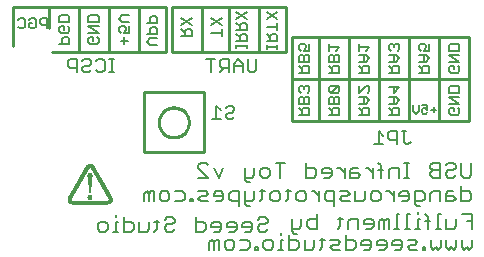
<source format=gbo>
G75*
G70*
%OFA0B0*%
%FSLAX24Y24*%
%IPPOS*%
%LPD*%
%AMOC8*
5,1,8,0,0,1.08239X$1,22.5*
%
%ADD10C,0.0050*%
%ADD11C,0.0070*%
%ADD12C,0.0100*%
%ADD13C,0.0086*%
%ADD14C,0.0060*%
%ADD15R,0.0006X0.0006*%
%ADD16R,0.0006X0.0006*%
%ADD17R,0.0006X0.0006*%
%ADD18R,0.0006X0.0006*%
D10*
X011368Y010532D02*
X011718Y010532D01*
X011718Y010707D01*
X011660Y010765D01*
X011543Y010765D01*
X011485Y010707D01*
X011485Y010532D01*
X011485Y010648D02*
X011368Y010765D01*
X011368Y010900D02*
X011368Y011075D01*
X011426Y011133D01*
X011485Y011133D01*
X011543Y011075D01*
X011543Y010900D01*
X011543Y011075D02*
X011601Y011133D01*
X011660Y011133D01*
X011718Y011075D01*
X011718Y010900D01*
X011368Y010900D01*
X011426Y011268D02*
X011368Y011327D01*
X011368Y011443D01*
X011426Y011502D01*
X011485Y011502D01*
X011543Y011443D01*
X011543Y011385D01*
X011543Y011443D02*
X011601Y011502D01*
X011660Y011502D01*
X011718Y011443D01*
X011718Y011327D01*
X011660Y011268D01*
X012368Y011327D02*
X012426Y011268D01*
X012660Y011502D01*
X012426Y011502D01*
X012368Y011443D01*
X012368Y011327D01*
X012426Y011268D02*
X012660Y011268D01*
X012718Y011327D01*
X012718Y011443D01*
X012660Y011502D01*
X012660Y011133D02*
X012601Y011133D01*
X012543Y011075D01*
X012543Y010900D01*
X012543Y010765D02*
X012485Y010707D01*
X012485Y010532D01*
X012485Y010648D02*
X012368Y010765D01*
X012368Y010900D02*
X012368Y011075D01*
X012426Y011133D01*
X012485Y011133D01*
X012543Y011075D01*
X012660Y011133D02*
X012718Y011075D01*
X012718Y010900D01*
X012368Y010900D01*
X012543Y010765D02*
X012660Y010765D01*
X012718Y010707D01*
X012718Y010532D01*
X012368Y010532D01*
X013368Y010532D02*
X013718Y010532D01*
X013718Y010707D01*
X013660Y010765D01*
X013543Y010765D01*
X013485Y010707D01*
X013485Y010532D01*
X013485Y010648D02*
X013368Y010765D01*
X013368Y010900D02*
X013601Y010900D01*
X013718Y011017D01*
X013601Y011133D01*
X013368Y011133D01*
X013368Y011268D02*
X013601Y011502D01*
X013660Y011502D01*
X013718Y011443D01*
X013718Y011327D01*
X013660Y011268D01*
X013543Y011133D02*
X013543Y010900D01*
X013368Y011268D02*
X013368Y011502D01*
X013368Y011932D02*
X013718Y011932D01*
X013718Y012107D01*
X013660Y012165D01*
X013543Y012165D01*
X013485Y012107D01*
X013485Y011932D01*
X013485Y012048D02*
X013368Y012165D01*
X013368Y012300D02*
X013601Y012300D01*
X013718Y012417D01*
X013601Y012533D01*
X013368Y012533D01*
X013368Y012668D02*
X013368Y012902D01*
X013368Y012785D02*
X013718Y012785D01*
X013601Y012668D01*
X013543Y012533D02*
X013543Y012300D01*
X012718Y012300D02*
X012718Y012475D01*
X012660Y012533D01*
X012601Y012533D01*
X012543Y012475D01*
X012543Y012300D01*
X012543Y012165D02*
X012485Y012107D01*
X012485Y011932D01*
X012485Y012048D02*
X012368Y012165D01*
X012368Y012300D02*
X012368Y012475D01*
X012426Y012533D01*
X012485Y012533D01*
X012543Y012475D01*
X012601Y012668D02*
X012718Y012785D01*
X012368Y012785D01*
X012368Y012668D02*
X012368Y012902D01*
X011718Y012902D02*
X011718Y012668D01*
X011543Y012668D01*
X011601Y012785D01*
X011601Y012843D01*
X011543Y012902D01*
X011426Y012902D01*
X011368Y012843D01*
X011368Y012727D01*
X011426Y012668D01*
X011426Y012533D02*
X011368Y012475D01*
X011368Y012300D01*
X011718Y012300D01*
X011718Y012475D01*
X011660Y012533D01*
X011601Y012533D01*
X011543Y012475D01*
X011543Y012300D01*
X011543Y012165D02*
X011485Y012107D01*
X011485Y011932D01*
X011485Y012048D02*
X011368Y012165D01*
X011543Y012165D02*
X011660Y012165D01*
X011718Y012107D01*
X011718Y011932D01*
X011368Y011932D01*
X011543Y012475D02*
X011485Y012533D01*
X011426Y012533D01*
X010658Y012726D02*
X010658Y012843D01*
X010658Y012784D02*
X010308Y012784D01*
X010308Y012726D02*
X010308Y012843D01*
X010308Y012972D02*
X010658Y012972D01*
X010658Y013147D01*
X010600Y013205D01*
X010483Y013205D01*
X010425Y013147D01*
X010425Y012972D01*
X010425Y013088D02*
X010308Y013205D01*
X010308Y013457D02*
X010658Y013457D01*
X010658Y013573D02*
X010658Y013340D01*
X010658Y013708D02*
X010308Y013942D01*
X010308Y013708D02*
X010658Y013942D01*
X009638Y013962D02*
X009288Y013728D01*
X009288Y013593D02*
X009405Y013477D01*
X009405Y013535D02*
X009405Y013360D01*
X009288Y013360D02*
X009638Y013360D01*
X009638Y013535D01*
X009580Y013593D01*
X009463Y013593D01*
X009405Y013535D01*
X009638Y013728D02*
X009288Y013962D01*
X008808Y013752D02*
X008458Y013518D01*
X008458Y013752D02*
X008808Y013518D01*
X008808Y013383D02*
X008808Y013150D01*
X008808Y013267D02*
X008458Y013267D01*
X007808Y013325D02*
X007808Y013150D01*
X007458Y013150D01*
X007575Y013150D02*
X007575Y013325D01*
X007633Y013383D01*
X007750Y013383D01*
X007808Y013325D01*
X007808Y013518D02*
X007458Y013752D01*
X007458Y013518D02*
X007808Y013752D01*
X007458Y013383D02*
X007575Y013267D01*
X006648Y013210D02*
X006648Y013385D01*
X006590Y013443D01*
X006473Y013443D01*
X006415Y013385D01*
X006415Y013210D01*
X006298Y013210D02*
X006648Y013210D01*
X006648Y013075D02*
X006415Y013075D01*
X006298Y012958D01*
X006415Y012842D01*
X006648Y012842D01*
X005660Y012998D02*
X005426Y012998D01*
X005543Y012882D02*
X005543Y013115D01*
X005543Y013250D02*
X005601Y013367D01*
X005601Y013425D01*
X005543Y013483D01*
X005426Y013483D01*
X005368Y013425D01*
X005368Y013308D01*
X005426Y013250D01*
X005543Y013250D02*
X005718Y013250D01*
X005718Y013483D01*
X005718Y013618D02*
X005485Y013618D01*
X005368Y013735D01*
X005485Y013852D01*
X005718Y013852D01*
X006298Y013578D02*
X006648Y013578D01*
X006648Y013753D01*
X006590Y013812D01*
X006473Y013812D01*
X006415Y013753D01*
X006415Y013578D01*
X004698Y013618D02*
X004698Y013793D01*
X004640Y013852D01*
X004406Y013852D01*
X004348Y013793D01*
X004348Y013618D01*
X004698Y013618D01*
X004698Y013483D02*
X004348Y013483D01*
X004698Y013250D01*
X004348Y013250D01*
X004406Y013115D02*
X004523Y013115D01*
X004523Y012998D01*
X004640Y012882D02*
X004406Y012882D01*
X004348Y012940D01*
X004348Y013057D01*
X004406Y013115D01*
X004640Y013115D02*
X004698Y013057D01*
X004698Y012940D01*
X004640Y012882D01*
X003718Y012882D02*
X003718Y013057D01*
X003660Y013115D01*
X003543Y013115D01*
X003485Y013057D01*
X003485Y012882D01*
X003368Y012882D02*
X003718Y012882D01*
X003660Y013250D02*
X003426Y013250D01*
X003368Y013308D01*
X003368Y013425D01*
X003426Y013483D01*
X003543Y013483D01*
X003543Y013367D01*
X003660Y013483D02*
X003718Y013425D01*
X003718Y013308D01*
X003660Y013250D01*
X003718Y013618D02*
X003368Y013618D01*
X003368Y013793D01*
X003426Y013852D01*
X003660Y013852D01*
X003718Y013793D01*
X003718Y013618D01*
X002973Y013523D02*
X002798Y013523D01*
X002739Y013582D01*
X002739Y013698D01*
X002798Y013757D01*
X002973Y013757D01*
X002973Y013406D01*
X002604Y013465D02*
X002604Y013698D01*
X002546Y013757D01*
X002429Y013757D01*
X002371Y013698D01*
X002371Y013582D02*
X002488Y013582D01*
X002371Y013582D02*
X002371Y013465D01*
X002429Y013406D01*
X002546Y013406D01*
X002604Y013465D01*
X002236Y013465D02*
X002236Y013698D01*
X002178Y013757D01*
X002061Y013757D01*
X002003Y013698D01*
X002003Y013465D02*
X002061Y013406D01*
X002178Y013406D01*
X002236Y013465D01*
X009288Y013225D02*
X009405Y013108D01*
X009405Y013167D02*
X009405Y012992D01*
X009288Y012992D02*
X009638Y012992D01*
X009638Y013167D01*
X009580Y013225D01*
X009463Y013225D01*
X009405Y013167D01*
X009288Y012863D02*
X009288Y012746D01*
X009288Y012804D02*
X009638Y012804D01*
X009638Y012746D02*
X009638Y012863D01*
X012368Y012300D02*
X012718Y012300D01*
X012660Y012165D02*
X012543Y012165D01*
X012660Y012165D02*
X012718Y012107D01*
X012718Y011932D01*
X012368Y011932D01*
X014368Y011932D02*
X014718Y011932D01*
X014718Y012107D01*
X014660Y012165D01*
X014543Y012165D01*
X014485Y012107D01*
X014485Y011932D01*
X014485Y012048D02*
X014368Y012165D01*
X014368Y012300D02*
X014601Y012300D01*
X014718Y012417D01*
X014601Y012533D01*
X014368Y012533D01*
X014426Y012668D02*
X014368Y012727D01*
X014368Y012843D01*
X014426Y012902D01*
X014485Y012902D01*
X014543Y012843D01*
X014543Y012785D01*
X014543Y012843D02*
X014601Y012902D01*
X014660Y012902D01*
X014718Y012843D01*
X014718Y012727D01*
X014660Y012668D01*
X014543Y012533D02*
X014543Y012300D01*
X015368Y012300D02*
X015601Y012300D01*
X015718Y012417D01*
X015601Y012533D01*
X015368Y012533D01*
X015426Y012668D02*
X015368Y012727D01*
X015368Y012843D01*
X015426Y012902D01*
X015543Y012902D01*
X015601Y012843D01*
X015601Y012785D01*
X015543Y012668D01*
X015718Y012668D01*
X015718Y012902D01*
X015543Y012533D02*
X015543Y012300D01*
X015543Y012165D02*
X015485Y012107D01*
X015485Y011932D01*
X015485Y012048D02*
X015368Y012165D01*
X015543Y012165D02*
X015660Y012165D01*
X015718Y012107D01*
X015718Y011932D01*
X015368Y011932D01*
X014718Y011443D02*
X014368Y011443D01*
X014543Y011502D02*
X014543Y011268D01*
X014718Y011443D01*
X014601Y011133D02*
X014368Y011133D01*
X014543Y011133D02*
X014543Y010900D01*
X014601Y010900D02*
X014718Y011017D01*
X014601Y011133D01*
X014601Y010900D02*
X014368Y010900D01*
X014368Y010765D02*
X014485Y010648D01*
X014485Y010707D02*
X014485Y010532D01*
X014368Y010532D02*
X014718Y010532D01*
X014718Y010707D01*
X014660Y010765D01*
X014543Y010765D01*
X014485Y010707D01*
X015182Y010657D02*
X015182Y010837D01*
X015362Y010837D02*
X015362Y010657D01*
X015272Y010566D01*
X015182Y010657D01*
X015477Y010702D02*
X015477Y010611D01*
X015522Y010566D01*
X015612Y010566D01*
X015657Y010611D01*
X015657Y010702D02*
X015567Y010747D01*
X015522Y010747D01*
X015477Y010702D01*
X015477Y010837D02*
X015657Y010837D01*
X015657Y010702D01*
X015772Y010702D02*
X015952Y010702D01*
X015862Y010792D02*
X015862Y010611D01*
X016368Y010590D02*
X016368Y010707D01*
X016426Y010765D01*
X016543Y010765D01*
X016543Y010648D01*
X016660Y010532D02*
X016426Y010532D01*
X016368Y010590D01*
X016660Y010532D02*
X016718Y010590D01*
X016718Y010707D01*
X016660Y010765D01*
X016718Y010900D02*
X016368Y010900D01*
X016368Y011133D02*
X016718Y011133D01*
X016718Y011268D02*
X016718Y011443D01*
X016660Y011502D01*
X016426Y011502D01*
X016368Y011443D01*
X016368Y011268D01*
X016718Y011268D01*
X016718Y010900D02*
X016368Y011133D01*
X016426Y011932D02*
X016368Y011990D01*
X016368Y012107D01*
X016426Y012165D01*
X016543Y012165D01*
X016543Y012048D01*
X016660Y011932D02*
X016426Y011932D01*
X016660Y011932D02*
X016718Y011990D01*
X016718Y012107D01*
X016660Y012165D01*
X016718Y012300D02*
X016368Y012533D01*
X016718Y012533D01*
X016718Y012668D02*
X016368Y012668D01*
X016368Y012843D01*
X016426Y012902D01*
X016660Y012902D01*
X016718Y012843D01*
X016718Y012668D01*
X016718Y012300D02*
X016368Y012300D01*
D11*
X008379Y006272D02*
X008379Y006026D01*
X008542Y006026D02*
X008542Y006272D01*
X008461Y006353D01*
X008379Y006272D01*
X008542Y006272D02*
X008624Y006353D01*
X008706Y006353D01*
X008706Y006026D01*
X008895Y006108D02*
X008895Y006272D01*
X008976Y006353D01*
X009140Y006353D01*
X009222Y006272D01*
X009222Y006108D01*
X009140Y006026D01*
X008976Y006026D01*
X008895Y006108D01*
X009410Y006026D02*
X009655Y006026D01*
X009737Y006108D01*
X009737Y006272D01*
X009655Y006353D01*
X009410Y006353D01*
X009913Y006108D02*
X009913Y006026D01*
X009995Y006026D01*
X009995Y006108D01*
X009913Y006108D01*
X010184Y006108D02*
X010184Y006272D01*
X010265Y006353D01*
X010429Y006353D01*
X010511Y006272D01*
X010511Y006108D01*
X010429Y006026D01*
X010265Y006026D01*
X010184Y006108D01*
X010691Y006026D02*
X010854Y006026D01*
X010773Y006026D02*
X010773Y006353D01*
X010854Y006353D01*
X010773Y006517D02*
X010773Y006599D01*
X011043Y006517D02*
X011043Y006026D01*
X011288Y006026D01*
X011370Y006108D01*
X011370Y006272D01*
X011288Y006353D01*
X011043Y006353D01*
X011211Y006563D02*
X011293Y006563D01*
X011211Y006563D02*
X011129Y006645D01*
X011129Y007053D01*
X011456Y007053D02*
X011456Y006808D01*
X011374Y006726D01*
X011129Y006726D01*
X011645Y006808D02*
X011645Y006972D01*
X011726Y007053D01*
X011972Y007053D01*
X011972Y007217D02*
X011972Y006726D01*
X011726Y006726D01*
X011645Y006808D01*
X012148Y006435D02*
X012148Y006108D01*
X012066Y006026D01*
X011886Y006108D02*
X011886Y006353D01*
X012066Y006353D02*
X012229Y006353D01*
X012418Y006353D02*
X012663Y006353D01*
X012745Y006272D01*
X012663Y006190D01*
X012500Y006190D01*
X012418Y006108D01*
X012500Y006026D01*
X012745Y006026D01*
X012934Y006026D02*
X013179Y006026D01*
X013261Y006108D01*
X013261Y006272D01*
X013179Y006353D01*
X012934Y006353D01*
X012934Y006517D02*
X012934Y006026D01*
X013449Y006190D02*
X013776Y006190D01*
X013776Y006272D02*
X013695Y006353D01*
X013531Y006353D01*
X013449Y006272D01*
X013449Y006190D01*
X013531Y006026D02*
X013695Y006026D01*
X013776Y006108D01*
X013776Y006272D01*
X013965Y006272D02*
X013965Y006190D01*
X014292Y006190D01*
X014292Y006272D02*
X014210Y006353D01*
X014047Y006353D01*
X013965Y006272D01*
X014047Y006026D02*
X014210Y006026D01*
X014292Y006108D01*
X014292Y006272D01*
X014481Y006272D02*
X014481Y006190D01*
X014808Y006190D01*
X014808Y006272D02*
X014726Y006353D01*
X014562Y006353D01*
X014481Y006272D01*
X014562Y006026D02*
X014726Y006026D01*
X014808Y006108D01*
X014808Y006272D01*
X014996Y006353D02*
X015241Y006353D01*
X015323Y006272D01*
X015241Y006190D01*
X015078Y006190D01*
X014996Y006108D01*
X015078Y006026D01*
X015323Y006026D01*
X015499Y006026D02*
X015581Y006026D01*
X015581Y006108D01*
X015499Y006108D01*
X015499Y006026D01*
X015770Y006108D02*
X015770Y006353D01*
X015770Y006108D02*
X015851Y006026D01*
X015933Y006108D01*
X016015Y006026D01*
X016097Y006108D01*
X016097Y006353D01*
X016285Y006353D02*
X016285Y006108D01*
X016367Y006026D01*
X016449Y006108D01*
X016530Y006026D01*
X016612Y006108D01*
X016612Y006353D01*
X016801Y006353D02*
X016801Y006108D01*
X016883Y006026D01*
X016964Y006108D01*
X017046Y006026D01*
X017128Y006108D01*
X017128Y006353D01*
X017128Y006726D02*
X017128Y007217D01*
X016801Y007217D01*
X016612Y007053D02*
X016612Y006808D01*
X016530Y006726D01*
X016285Y006726D01*
X016285Y007053D01*
X016097Y007217D02*
X016015Y007217D01*
X016015Y006726D01*
X016097Y006726D02*
X015933Y006726D01*
X015671Y006726D02*
X015671Y007135D01*
X015589Y007217D01*
X015409Y007053D02*
X015327Y007053D01*
X015327Y006726D01*
X015246Y006726D02*
X015409Y006726D01*
X015589Y006972D02*
X015753Y006972D01*
X015065Y006726D02*
X014902Y006726D01*
X014984Y006726D02*
X014984Y007217D01*
X015065Y007217D01*
X015327Y007217D02*
X015327Y007299D01*
X015316Y007483D02*
X015234Y007565D01*
X015234Y007973D01*
X015479Y007973D01*
X015561Y007892D01*
X015561Y007728D01*
X015479Y007646D01*
X015234Y007646D01*
X015316Y007483D02*
X015397Y007483D01*
X015750Y007646D02*
X015750Y007892D01*
X015831Y007973D01*
X016077Y007973D01*
X016077Y007646D01*
X016265Y007646D02*
X016265Y007892D01*
X016347Y007973D01*
X016510Y007973D01*
X016510Y007810D02*
X016265Y007810D01*
X016265Y007646D02*
X016510Y007646D01*
X016592Y007728D01*
X016510Y007810D01*
X016781Y007973D02*
X017026Y007973D01*
X017108Y007892D01*
X017108Y007728D01*
X017026Y007646D01*
X016781Y007646D01*
X016781Y008137D01*
X016863Y008436D02*
X016781Y008518D01*
X016781Y008927D01*
X016592Y008845D02*
X016592Y008763D01*
X016510Y008682D01*
X016347Y008682D01*
X016265Y008600D01*
X016265Y008518D01*
X016347Y008436D01*
X016510Y008436D01*
X016592Y008518D01*
X016863Y008436D02*
X017026Y008436D01*
X017108Y008518D01*
X017108Y008927D01*
X016592Y008845D02*
X016510Y008927D01*
X016347Y008927D01*
X016265Y008845D01*
X016077Y008927D02*
X015831Y008927D01*
X015750Y008845D01*
X015750Y008763D01*
X015831Y008682D01*
X016077Y008682D01*
X016077Y008927D02*
X016077Y008436D01*
X015831Y008436D01*
X015750Y008518D01*
X015750Y008600D01*
X015831Y008682D01*
X015045Y008927D02*
X014882Y008927D01*
X014964Y008927D02*
X014964Y008436D01*
X015045Y008436D02*
X014882Y008436D01*
X014702Y008436D02*
X014702Y008763D01*
X014456Y008763D01*
X014375Y008682D01*
X014375Y008436D01*
X014104Y008436D02*
X014104Y008845D01*
X014022Y008927D01*
X013842Y008763D02*
X013842Y008436D01*
X013842Y008600D02*
X013679Y008763D01*
X013597Y008763D01*
X013331Y008763D02*
X013167Y008763D01*
X013086Y008682D01*
X013086Y008436D01*
X013331Y008436D01*
X013413Y008518D01*
X013331Y008600D01*
X013086Y008600D01*
X012897Y008600D02*
X012733Y008763D01*
X012652Y008763D01*
X012467Y008682D02*
X012385Y008763D01*
X012222Y008763D01*
X012140Y008682D01*
X012140Y008600D01*
X012467Y008600D01*
X012467Y008518D02*
X012467Y008682D01*
X012467Y008518D02*
X012385Y008436D01*
X012222Y008436D01*
X011952Y008518D02*
X011952Y008682D01*
X011870Y008763D01*
X011625Y008763D01*
X011625Y008927D02*
X011625Y008436D01*
X011870Y008436D01*
X011952Y008518D01*
X011010Y008055D02*
X011010Y007728D01*
X010929Y007646D01*
X010748Y007728D02*
X010748Y007892D01*
X010667Y007973D01*
X010503Y007973D01*
X010421Y007892D01*
X010421Y007728D01*
X010503Y007646D01*
X010667Y007646D01*
X010748Y007728D01*
X010929Y007973D02*
X011092Y007973D01*
X011281Y007892D02*
X011363Y007973D01*
X011526Y007973D01*
X011608Y007892D01*
X011608Y007728D01*
X011526Y007646D01*
X011363Y007646D01*
X011281Y007728D01*
X011281Y007892D01*
X011792Y007973D02*
X011874Y007973D01*
X012037Y007810D01*
X012037Y007973D02*
X012037Y007646D01*
X012226Y007728D02*
X012226Y007892D01*
X012308Y007973D01*
X012553Y007973D01*
X012553Y007483D01*
X012553Y007646D02*
X012308Y007646D01*
X012226Y007728D01*
X012742Y007728D02*
X012824Y007810D01*
X012987Y007810D01*
X013069Y007892D01*
X012987Y007973D01*
X012742Y007973D01*
X012742Y007728D02*
X012824Y007646D01*
X013069Y007646D01*
X013257Y007646D02*
X013257Y007973D01*
X013257Y007646D02*
X013503Y007646D01*
X013584Y007728D01*
X013584Y007973D01*
X013773Y007892D02*
X013855Y007973D01*
X014018Y007973D01*
X014100Y007892D01*
X014100Y007728D01*
X014018Y007646D01*
X013855Y007646D01*
X013773Y007728D01*
X013773Y007892D01*
X014284Y007973D02*
X014366Y007973D01*
X014530Y007810D01*
X014530Y007973D02*
X014530Y007646D01*
X014718Y007810D02*
X014718Y007892D01*
X014800Y007973D01*
X014964Y007973D01*
X015045Y007892D01*
X015045Y007728D01*
X014964Y007646D01*
X014800Y007646D01*
X014718Y007810D02*
X015045Y007810D01*
X014722Y007217D02*
X014640Y007217D01*
X014640Y006726D01*
X014722Y006726D02*
X014558Y006726D01*
X014378Y006726D02*
X014378Y007053D01*
X014296Y007053D01*
X014214Y006972D01*
X014133Y007053D01*
X014051Y006972D01*
X014051Y006726D01*
X014214Y006726D02*
X014214Y006972D01*
X013862Y006972D02*
X013781Y007053D01*
X013617Y007053D01*
X013535Y006972D01*
X013535Y006890D01*
X013862Y006890D01*
X013862Y006808D02*
X013862Y006972D01*
X013862Y006808D02*
X013781Y006726D01*
X013617Y006726D01*
X013347Y006726D02*
X013347Y007053D01*
X013101Y007053D01*
X013020Y006972D01*
X013020Y006726D01*
X012749Y006808D02*
X012668Y006726D01*
X012749Y006808D02*
X012749Y007135D01*
X012831Y007053D02*
X012668Y007053D01*
X011559Y006353D02*
X011559Y006026D01*
X011804Y006026D01*
X011886Y006108D01*
X010328Y006708D02*
X010246Y006626D01*
X010083Y006626D01*
X010001Y006708D01*
X010001Y006790D01*
X010083Y006872D01*
X010246Y006872D01*
X010328Y006953D01*
X010328Y007035D01*
X010246Y007117D01*
X010083Y007117D01*
X010001Y007035D01*
X009812Y006872D02*
X009730Y006953D01*
X009567Y006953D01*
X009485Y006872D01*
X009485Y006790D01*
X009812Y006790D01*
X009812Y006708D02*
X009812Y006872D01*
X009812Y006708D02*
X009730Y006626D01*
X009567Y006626D01*
X009297Y006708D02*
X009297Y006872D01*
X009215Y006953D01*
X009051Y006953D01*
X008970Y006872D01*
X008970Y006790D01*
X009297Y006790D01*
X009297Y006708D02*
X009215Y006626D01*
X009051Y006626D01*
X008781Y006708D02*
X008781Y006872D01*
X008699Y006953D01*
X008536Y006953D01*
X008454Y006872D01*
X008454Y006790D01*
X008781Y006790D01*
X008781Y006708D02*
X008699Y006626D01*
X008536Y006626D01*
X008265Y006708D02*
X008265Y006872D01*
X008184Y006953D01*
X007938Y006953D01*
X007938Y007117D02*
X007938Y006626D01*
X008184Y006626D01*
X008265Y006708D01*
X007234Y006708D02*
X007152Y006626D01*
X006989Y006626D01*
X006907Y006708D01*
X006907Y006790D01*
X006989Y006872D01*
X007152Y006872D01*
X007234Y006953D01*
X007234Y007035D01*
X007152Y007117D01*
X006989Y007117D01*
X006907Y007035D01*
X006718Y006953D02*
X006555Y006953D01*
X006637Y007035D02*
X006637Y006708D01*
X006555Y006626D01*
X006375Y006708D02*
X006375Y006953D01*
X006375Y006708D02*
X006293Y006626D01*
X006048Y006626D01*
X006048Y006953D01*
X005859Y006872D02*
X005859Y006708D01*
X005777Y006626D01*
X005532Y006626D01*
X005532Y007117D01*
X005532Y006953D02*
X005777Y006953D01*
X005859Y006872D01*
X005343Y006953D02*
X005262Y006953D01*
X005262Y006626D01*
X005343Y006626D02*
X005180Y006626D01*
X005000Y006708D02*
X004918Y006626D01*
X004754Y006626D01*
X004673Y006708D01*
X004673Y006872D01*
X004754Y006953D01*
X004918Y006953D01*
X005000Y006872D01*
X005000Y006708D01*
X005262Y007117D02*
X005262Y007199D01*
X006211Y007646D02*
X006211Y007892D01*
X006292Y007973D01*
X006374Y007892D01*
X006374Y007646D01*
X006537Y007646D02*
X006537Y007973D01*
X006456Y007973D01*
X006374Y007892D01*
X006726Y007892D02*
X006726Y007728D01*
X006808Y007646D01*
X006971Y007646D01*
X007053Y007728D01*
X007053Y007892D01*
X006971Y007973D01*
X006808Y007973D01*
X006726Y007892D01*
X007242Y007973D02*
X007487Y007973D01*
X007569Y007892D01*
X007569Y007728D01*
X007487Y007646D01*
X007242Y007646D01*
X007745Y007646D02*
X007827Y007646D01*
X007827Y007728D01*
X007745Y007728D01*
X007745Y007646D01*
X008015Y007728D02*
X008097Y007810D01*
X008260Y007810D01*
X008342Y007892D01*
X008260Y007973D01*
X008015Y007973D01*
X008015Y007728D02*
X008097Y007646D01*
X008342Y007646D01*
X008531Y007810D02*
X008858Y007810D01*
X008858Y007728D02*
X008858Y007892D01*
X008776Y007973D01*
X008613Y007973D01*
X008531Y007892D01*
X008531Y007810D01*
X008613Y007646D02*
X008776Y007646D01*
X008858Y007728D01*
X009046Y007728D02*
X009046Y007892D01*
X009128Y007973D01*
X009373Y007973D01*
X009373Y007483D01*
X009373Y007646D02*
X009128Y007646D01*
X009046Y007728D01*
X009562Y007646D02*
X009807Y007646D01*
X009889Y007728D01*
X009889Y007973D01*
X010069Y007973D02*
X010233Y007973D01*
X010151Y008055D02*
X010151Y007728D01*
X010069Y007646D01*
X009726Y007483D02*
X009644Y007483D01*
X009562Y007565D01*
X009562Y007973D01*
X009644Y008273D02*
X009726Y008273D01*
X009644Y008273D02*
X009562Y008355D01*
X009562Y008763D01*
X009562Y008436D02*
X009807Y008436D01*
X009889Y008518D01*
X009889Y008763D01*
X010078Y008682D02*
X010159Y008763D01*
X010323Y008763D01*
X010405Y008682D01*
X010405Y008518D01*
X010323Y008436D01*
X010159Y008436D01*
X010078Y008518D01*
X010078Y008682D01*
X010593Y008927D02*
X010920Y008927D01*
X010757Y008927D02*
X010757Y008436D01*
X008858Y008763D02*
X008694Y008436D01*
X008531Y008763D01*
X008342Y008845D02*
X008260Y008927D01*
X008097Y008927D01*
X008015Y008845D01*
X008015Y008763D01*
X008342Y008436D01*
X008015Y008436D01*
X012897Y008436D02*
X012897Y008763D01*
X014022Y008682D02*
X014186Y008682D01*
X016964Y006972D02*
X017128Y006972D01*
D12*
X017043Y010311D02*
X016043Y010311D01*
X016043Y013111D01*
X017043Y013111D01*
X017043Y011711D01*
X017043Y010311D01*
X016043Y010311D02*
X015043Y010311D01*
X015043Y013111D01*
X016043Y013111D01*
X015043Y013111D02*
X014043Y013111D01*
X013043Y013111D01*
X012043Y013111D01*
X011143Y013111D01*
X011143Y011711D01*
X011143Y010311D01*
X012043Y010311D01*
X012043Y013111D01*
X013043Y013111D02*
X013043Y010311D01*
X012043Y010311D01*
X013043Y010311D02*
X014043Y010311D01*
X014043Y013111D01*
X010943Y012611D02*
X010043Y012611D01*
X010043Y014111D01*
X010943Y014111D01*
X010943Y012611D01*
X010043Y012611D02*
X009043Y012611D01*
X009043Y014111D01*
X010043Y014111D01*
X009043Y014111D02*
X008143Y014111D01*
X008143Y012611D01*
X007143Y012611D01*
X007143Y014111D01*
X008143Y014111D01*
X006943Y014111D02*
X006043Y014111D01*
X006043Y012611D01*
X005043Y012611D01*
X005043Y014111D01*
X004043Y014111D01*
X004043Y012611D01*
X003143Y012611D01*
X004043Y012611D02*
X005043Y012611D01*
X006043Y012611D02*
X006943Y012611D01*
X006943Y014111D01*
X006043Y014111D02*
X005043Y014111D01*
X004043Y014111D02*
X003043Y014111D01*
X003043Y013411D01*
X003043Y014111D02*
X001843Y014111D01*
X001843Y012811D01*
X008143Y012611D02*
X009043Y012611D01*
X011143Y011711D02*
X017043Y011711D01*
X015043Y010311D02*
X014043Y010311D01*
D13*
X008203Y011271D02*
X008203Y009271D01*
X006203Y009271D01*
X006203Y011271D01*
X008203Y011271D01*
X006703Y010271D02*
X006705Y010315D01*
X006711Y010359D01*
X006721Y010402D01*
X006734Y010444D01*
X006751Y010485D01*
X006772Y010524D01*
X006796Y010561D01*
X006823Y010596D01*
X006853Y010628D01*
X006886Y010658D01*
X006922Y010684D01*
X006959Y010708D01*
X006999Y010727D01*
X007040Y010744D01*
X007083Y010756D01*
X007126Y010765D01*
X007170Y010770D01*
X007214Y010771D01*
X007258Y010768D01*
X007302Y010761D01*
X007345Y010750D01*
X007387Y010736D01*
X007427Y010718D01*
X007466Y010696D01*
X007502Y010672D01*
X007536Y010644D01*
X007568Y010613D01*
X007597Y010579D01*
X007623Y010543D01*
X007645Y010505D01*
X007664Y010465D01*
X007679Y010423D01*
X007691Y010381D01*
X007699Y010337D01*
X007703Y010293D01*
X007703Y010249D01*
X007699Y010205D01*
X007691Y010161D01*
X007679Y010119D01*
X007664Y010077D01*
X007645Y010037D01*
X007623Y009999D01*
X007597Y009963D01*
X007568Y009929D01*
X007536Y009898D01*
X007502Y009870D01*
X007466Y009846D01*
X007427Y009824D01*
X007387Y009806D01*
X007345Y009792D01*
X007302Y009781D01*
X007258Y009774D01*
X007214Y009771D01*
X007170Y009772D01*
X007126Y009777D01*
X007083Y009786D01*
X007040Y009798D01*
X006999Y009815D01*
X006959Y009834D01*
X006922Y009858D01*
X006886Y009884D01*
X006853Y009914D01*
X006823Y009946D01*
X006796Y009981D01*
X006772Y010018D01*
X006751Y010057D01*
X006734Y010098D01*
X006721Y010140D01*
X006711Y010183D01*
X006705Y010227D01*
X006703Y010271D01*
D14*
X008470Y010381D02*
X008763Y010381D01*
X008616Y010381D02*
X008616Y010822D01*
X008763Y010675D01*
X008930Y010748D02*
X009003Y010822D01*
X009150Y010822D01*
X009224Y010748D01*
X009224Y010675D01*
X009150Y010602D01*
X009003Y010602D01*
X008930Y010528D01*
X008930Y010455D01*
X009003Y010381D01*
X009150Y010381D01*
X009224Y010455D01*
X009200Y011941D02*
X009200Y012235D01*
X009347Y012382D01*
X009494Y012235D01*
X009494Y011941D01*
X009661Y012015D02*
X009661Y012382D01*
X009494Y012162D02*
X009200Y012162D01*
X009034Y012088D02*
X008814Y012088D01*
X008740Y012162D01*
X008740Y012308D01*
X008814Y012382D01*
X009034Y012382D01*
X009034Y011941D01*
X008887Y012088D02*
X008740Y011941D01*
X008427Y011941D02*
X008427Y012382D01*
X008573Y012382D02*
X008280Y012382D01*
X009661Y012015D02*
X009734Y011941D01*
X009881Y011941D01*
X009954Y012015D01*
X009954Y012382D01*
X014026Y009982D02*
X014026Y009541D01*
X013880Y009541D02*
X014173Y009541D01*
X014340Y009762D02*
X014413Y009688D01*
X014634Y009688D01*
X014634Y009541D02*
X014634Y009982D01*
X014413Y009982D01*
X014340Y009908D01*
X014340Y009762D01*
X014173Y009835D02*
X014026Y009982D01*
X014800Y009982D02*
X014947Y009982D01*
X014874Y009982D02*
X014874Y009615D01*
X014947Y009541D01*
X015021Y009541D01*
X015094Y009615D01*
X005201Y011941D02*
X005054Y011941D01*
X005128Y011941D02*
X005128Y012382D01*
X005201Y012382D02*
X005054Y012382D01*
X004894Y012308D02*
X004894Y012015D01*
X004821Y011941D01*
X004674Y011941D01*
X004600Y012015D01*
X004434Y012015D02*
X004360Y011941D01*
X004214Y011941D01*
X004140Y012015D01*
X004140Y012088D01*
X004214Y012162D01*
X004360Y012162D01*
X004434Y012235D01*
X004434Y012308D01*
X004360Y012382D01*
X004214Y012382D01*
X004140Y012308D01*
X003973Y012382D02*
X003973Y011941D01*
X003973Y012088D02*
X003753Y012088D01*
X003680Y012162D01*
X003680Y012308D01*
X003753Y012382D01*
X003973Y012382D01*
X004600Y012308D02*
X004674Y012382D01*
X004821Y012382D01*
X004894Y012308D01*
D15*
X004472Y008854D03*
X004472Y008849D03*
X004484Y008849D03*
X004484Y008836D03*
X004484Y008824D03*
X004484Y008819D03*
X004472Y008819D03*
X004472Y008824D03*
X004472Y008836D03*
X004454Y008836D03*
X004454Y008824D03*
X004454Y008819D03*
X004442Y008819D03*
X004442Y008824D03*
X004442Y008836D03*
X004442Y008849D03*
X004442Y008854D03*
X004454Y008854D03*
X004454Y008849D03*
X004424Y008849D03*
X004424Y008854D03*
X004412Y008854D03*
X004412Y008849D03*
X004412Y008836D03*
X004412Y008824D03*
X004412Y008819D03*
X004424Y008819D03*
X004424Y008824D03*
X004424Y008836D03*
X004424Y008806D03*
X004424Y008794D03*
X004424Y008789D03*
X004412Y008789D03*
X004412Y008794D03*
X004412Y008806D03*
X004394Y008806D03*
X004394Y008794D03*
X004394Y008789D03*
X004382Y008789D03*
X004382Y008794D03*
X004382Y008806D03*
X004382Y008819D03*
X004382Y008824D03*
X004394Y008824D03*
X004394Y008819D03*
X004394Y008836D03*
X004382Y008836D03*
X004382Y008849D03*
X004394Y008849D03*
X004394Y008854D03*
X004364Y008836D03*
X004364Y008824D03*
X004364Y008819D03*
X004352Y008819D03*
X004352Y008824D03*
X004352Y008806D03*
X004352Y008794D03*
X004352Y008789D03*
X004364Y008789D03*
X004364Y008794D03*
X004364Y008806D03*
X004364Y008776D03*
X004364Y008764D03*
X004364Y008759D03*
X004352Y008759D03*
X004352Y008764D03*
X004352Y008776D03*
X004334Y008776D03*
X004334Y008764D03*
X004334Y008759D03*
X004322Y008759D03*
X004322Y008764D03*
X004322Y008776D03*
X004322Y008789D03*
X004322Y008794D03*
X004334Y008794D03*
X004334Y008789D03*
X004334Y008806D03*
X004322Y008806D03*
X004334Y008819D03*
X004304Y008776D03*
X004304Y008764D03*
X004304Y008759D03*
X004292Y008759D03*
X004292Y008746D03*
X004292Y008734D03*
X004292Y008729D03*
X004304Y008729D03*
X004304Y008734D03*
X004304Y008746D03*
X004322Y008746D03*
X004322Y008734D03*
X004322Y008729D03*
X004334Y008729D03*
X004334Y008734D03*
X004334Y008746D03*
X004352Y008746D03*
X004352Y008734D03*
X004352Y008729D03*
X004364Y008729D03*
X004364Y008734D03*
X004364Y008746D03*
X004382Y008746D03*
X004382Y008734D03*
X004382Y008729D03*
X004382Y008716D03*
X004364Y008716D03*
X004364Y008704D03*
X004364Y008699D03*
X004352Y008699D03*
X004352Y008704D03*
X004352Y008716D03*
X004334Y008716D03*
X004334Y008704D03*
X004334Y008699D03*
X004322Y008699D03*
X004322Y008704D03*
X004322Y008716D03*
X004304Y008716D03*
X004304Y008704D03*
X004304Y008699D03*
X004292Y008699D03*
X004292Y008704D03*
X004292Y008716D03*
X004274Y008716D03*
X004274Y008704D03*
X004274Y008699D03*
X004262Y008699D03*
X004262Y008704D03*
X004262Y008686D03*
X004262Y008674D03*
X004262Y008669D03*
X004274Y008669D03*
X004274Y008674D03*
X004274Y008686D03*
X004292Y008686D03*
X004292Y008674D03*
X004292Y008669D03*
X004304Y008669D03*
X004304Y008674D03*
X004304Y008686D03*
X004322Y008686D03*
X004322Y008674D03*
X004322Y008669D03*
X004334Y008669D03*
X004334Y008674D03*
X004334Y008686D03*
X004352Y008686D03*
X004352Y008674D03*
X004352Y008669D03*
X004364Y008686D03*
X004334Y008656D03*
X004334Y008644D03*
X004334Y008639D03*
X004322Y008639D03*
X004322Y008644D03*
X004322Y008656D03*
X004304Y008656D03*
X004304Y008644D03*
X004304Y008639D03*
X004292Y008639D03*
X004292Y008644D03*
X004292Y008656D03*
X004274Y008656D03*
X004274Y008644D03*
X004274Y008639D03*
X004262Y008639D03*
X004262Y008644D03*
X004262Y008656D03*
X004244Y008656D03*
X004244Y008644D03*
X004244Y008639D03*
X004232Y008639D03*
X004232Y008644D03*
X004232Y008656D03*
X004244Y008669D03*
X004244Y008674D03*
X004244Y008626D03*
X004244Y008614D03*
X004244Y008609D03*
X004232Y008609D03*
X004232Y008614D03*
X004232Y008626D03*
X004214Y008626D03*
X004214Y008614D03*
X004214Y008609D03*
X004202Y008609D03*
X004202Y008596D03*
X004202Y008584D03*
X004202Y008579D03*
X004214Y008579D03*
X004214Y008584D03*
X004214Y008596D03*
X004232Y008596D03*
X004232Y008584D03*
X004232Y008579D03*
X004244Y008579D03*
X004244Y008584D03*
X004244Y008596D03*
X004262Y008596D03*
X004262Y008584D03*
X004262Y008579D03*
X004274Y008579D03*
X004274Y008584D03*
X004274Y008596D03*
X004274Y008609D03*
X004274Y008614D03*
X004262Y008614D03*
X004262Y008609D03*
X004262Y008626D03*
X004274Y008626D03*
X004292Y008626D03*
X004292Y008614D03*
X004292Y008609D03*
X004304Y008609D03*
X004304Y008614D03*
X004304Y008626D03*
X004322Y008626D03*
X004322Y008614D03*
X004322Y008609D03*
X004334Y008626D03*
X004304Y008596D03*
X004304Y008584D03*
X004304Y008579D03*
X004292Y008579D03*
X004292Y008584D03*
X004292Y008596D03*
X004292Y008566D03*
X004292Y008554D03*
X004274Y008554D03*
X004274Y008549D03*
X004262Y008549D03*
X004262Y008554D03*
X004262Y008566D03*
X004274Y008566D03*
X004274Y008536D03*
X004274Y008524D03*
X004262Y008524D03*
X004262Y008519D03*
X004262Y008506D03*
X004244Y008506D03*
X004244Y008494D03*
X004244Y008489D03*
X004232Y008489D03*
X004232Y008494D03*
X004232Y008506D03*
X004232Y008519D03*
X004232Y008524D03*
X004244Y008524D03*
X004244Y008519D03*
X004244Y008536D03*
X004232Y008536D03*
X004232Y008549D03*
X004232Y008554D03*
X004244Y008554D03*
X004244Y008549D03*
X004244Y008566D03*
X004232Y008566D03*
X004214Y008566D03*
X004214Y008554D03*
X004214Y008549D03*
X004202Y008549D03*
X004202Y008554D03*
X004202Y008566D03*
X004184Y008566D03*
X004184Y008554D03*
X004184Y008549D03*
X004172Y008549D03*
X004172Y008554D03*
X004172Y008536D03*
X004172Y008524D03*
X004172Y008519D03*
X004184Y008519D03*
X004184Y008524D03*
X004184Y008536D03*
X004202Y008536D03*
X004202Y008524D03*
X004202Y008519D03*
X004214Y008519D03*
X004214Y008524D03*
X004214Y008536D03*
X004214Y008506D03*
X004214Y008494D03*
X004214Y008489D03*
X004202Y008489D03*
X004202Y008494D03*
X004202Y008506D03*
X004184Y008506D03*
X004184Y008494D03*
X004184Y008489D03*
X004172Y008489D03*
X004172Y008494D03*
X004172Y008506D03*
X004154Y008506D03*
X004154Y008494D03*
X004154Y008489D03*
X004142Y008489D03*
X004142Y008494D03*
X004142Y008476D03*
X004142Y008464D03*
X004142Y008459D03*
X004154Y008459D03*
X004154Y008464D03*
X004154Y008476D03*
X004172Y008476D03*
X004172Y008464D03*
X004172Y008459D03*
X004184Y008459D03*
X004184Y008464D03*
X004184Y008476D03*
X004202Y008476D03*
X004202Y008464D03*
X004202Y008459D03*
X004214Y008459D03*
X004214Y008464D03*
X004214Y008476D03*
X004232Y008476D03*
X004232Y008464D03*
X004232Y008459D03*
X004244Y008476D03*
X004214Y008446D03*
X004214Y008434D03*
X004214Y008429D03*
X004202Y008429D03*
X004202Y008434D03*
X004202Y008446D03*
X004184Y008446D03*
X004184Y008434D03*
X004184Y008429D03*
X004172Y008429D03*
X004172Y008434D03*
X004172Y008446D03*
X004154Y008446D03*
X004154Y008434D03*
X004154Y008429D03*
X004142Y008429D03*
X004142Y008434D03*
X004142Y008446D03*
X004124Y008446D03*
X004124Y008434D03*
X004124Y008429D03*
X004112Y008429D03*
X004112Y008434D03*
X004112Y008446D03*
X004124Y008459D03*
X004124Y008464D03*
X004124Y008416D03*
X004124Y008404D03*
X004124Y008399D03*
X004112Y008399D03*
X004112Y008404D03*
X004112Y008416D03*
X004094Y008416D03*
X004094Y008404D03*
X004094Y008399D03*
X004082Y008399D03*
X004082Y008386D03*
X004082Y008374D03*
X004082Y008369D03*
X004094Y008369D03*
X004094Y008374D03*
X004094Y008386D03*
X004112Y008386D03*
X004112Y008374D03*
X004112Y008369D03*
X004124Y008369D03*
X004124Y008374D03*
X004124Y008386D03*
X004142Y008386D03*
X004142Y008374D03*
X004142Y008369D03*
X004154Y008369D03*
X004154Y008374D03*
X004154Y008386D03*
X004154Y008399D03*
X004154Y008404D03*
X004142Y008404D03*
X004142Y008399D03*
X004142Y008416D03*
X004154Y008416D03*
X004172Y008416D03*
X004172Y008404D03*
X004172Y008399D03*
X004184Y008399D03*
X004184Y008404D03*
X004184Y008416D03*
X004202Y008416D03*
X004202Y008404D03*
X004184Y008386D03*
X004184Y008374D03*
X004184Y008369D03*
X004172Y008369D03*
X004172Y008374D03*
X004172Y008386D03*
X004172Y008356D03*
X004154Y008356D03*
X004154Y008344D03*
X004154Y008339D03*
X004142Y008339D03*
X004142Y008344D03*
X004142Y008356D03*
X004124Y008356D03*
X004124Y008344D03*
X004124Y008339D03*
X004112Y008339D03*
X004112Y008344D03*
X004112Y008356D03*
X004094Y008356D03*
X004094Y008344D03*
X004094Y008339D03*
X004082Y008339D03*
X004082Y008344D03*
X004082Y008356D03*
X004064Y008356D03*
X004064Y008344D03*
X004064Y008339D03*
X004052Y008339D03*
X004052Y008344D03*
X004052Y008326D03*
X004052Y008314D03*
X004052Y008309D03*
X004064Y008309D03*
X004064Y008314D03*
X004064Y008326D03*
X004082Y008326D03*
X004082Y008314D03*
X004082Y008309D03*
X004094Y008309D03*
X004094Y008314D03*
X004094Y008326D03*
X004112Y008326D03*
X004112Y008314D03*
X004112Y008309D03*
X004124Y008309D03*
X004124Y008314D03*
X004124Y008326D03*
X004142Y008326D03*
X004142Y008314D03*
X004142Y008309D03*
X004142Y008296D03*
X004124Y008296D03*
X004124Y008284D03*
X004124Y008279D03*
X004112Y008279D03*
X004112Y008284D03*
X004112Y008296D03*
X004094Y008296D03*
X004094Y008284D03*
X004094Y008279D03*
X004082Y008279D03*
X004082Y008284D03*
X004082Y008296D03*
X004064Y008296D03*
X004064Y008284D03*
X004064Y008279D03*
X004052Y008279D03*
X004052Y008284D03*
X004052Y008296D03*
X004034Y008296D03*
X004034Y008284D03*
X004034Y008279D03*
X004022Y008279D03*
X004022Y008284D03*
X004022Y008296D03*
X004034Y008309D03*
X004034Y008314D03*
X004034Y008266D03*
X004034Y008254D03*
X004034Y008249D03*
X004022Y008249D03*
X004022Y008254D03*
X004022Y008266D03*
X004004Y008254D03*
X004004Y008249D03*
X004004Y008236D03*
X004004Y008224D03*
X004004Y008219D03*
X003992Y008219D03*
X003992Y008224D03*
X003992Y008236D03*
X003974Y008219D03*
X003974Y008206D03*
X003974Y008194D03*
X003974Y008189D03*
X003962Y008189D03*
X003962Y008194D03*
X003962Y008176D03*
X003962Y008164D03*
X003962Y008159D03*
X003974Y008159D03*
X003974Y008164D03*
X003974Y008176D03*
X003992Y008176D03*
X003992Y008164D03*
X003992Y008159D03*
X004004Y008159D03*
X004004Y008164D03*
X004004Y008176D03*
X004004Y008189D03*
X004004Y008194D03*
X003992Y008194D03*
X003992Y008189D03*
X003992Y008206D03*
X004004Y008206D03*
X004022Y008206D03*
X004022Y008194D03*
X004022Y008189D03*
X004034Y008189D03*
X004034Y008194D03*
X004034Y008206D03*
X004034Y008219D03*
X004034Y008224D03*
X004022Y008224D03*
X004022Y008219D03*
X004022Y008236D03*
X004034Y008236D03*
X004052Y008236D03*
X004052Y008224D03*
X004052Y008219D03*
X004064Y008219D03*
X004064Y008224D03*
X004064Y008236D03*
X004064Y008249D03*
X004064Y008254D03*
X004052Y008254D03*
X004052Y008249D03*
X004052Y008266D03*
X004064Y008266D03*
X004082Y008266D03*
X004082Y008254D03*
X004082Y008249D03*
X004094Y008249D03*
X004094Y008254D03*
X004094Y008266D03*
X004112Y008266D03*
X004112Y008254D03*
X004112Y008249D03*
X004124Y008266D03*
X004094Y008236D03*
X004094Y008224D03*
X004094Y008219D03*
X004082Y008219D03*
X004082Y008224D03*
X004082Y008236D03*
X004082Y008206D03*
X004082Y008194D03*
X004082Y008189D03*
X004064Y008189D03*
X004064Y008194D03*
X004052Y008194D03*
X004052Y008189D03*
X004052Y008176D03*
X004052Y008164D03*
X004052Y008159D03*
X004064Y008159D03*
X004064Y008164D03*
X004064Y008176D03*
X004034Y008176D03*
X004034Y008164D03*
X004034Y008159D03*
X004022Y008159D03*
X004022Y008164D03*
X004022Y008176D03*
X004022Y008146D03*
X004022Y008134D03*
X004022Y008129D03*
X004034Y008129D03*
X004034Y008134D03*
X004034Y008146D03*
X004052Y008146D03*
X004034Y008116D03*
X004022Y008116D03*
X004022Y008104D03*
X004022Y008099D03*
X004022Y008086D03*
X004004Y008086D03*
X004004Y008074D03*
X004004Y008069D03*
X003992Y008069D03*
X003992Y008074D03*
X003992Y008086D03*
X003992Y008099D03*
X003992Y008104D03*
X004004Y008104D03*
X004004Y008099D03*
X004004Y008116D03*
X003992Y008116D03*
X003992Y008129D03*
X003992Y008134D03*
X004004Y008134D03*
X004004Y008129D03*
X004004Y008146D03*
X003992Y008146D03*
X003974Y008146D03*
X003974Y008134D03*
X003974Y008129D03*
X003962Y008129D03*
X003962Y008134D03*
X003962Y008146D03*
X003944Y008146D03*
X003944Y008134D03*
X003944Y008129D03*
X003932Y008129D03*
X003932Y008134D03*
X003932Y008116D03*
X003932Y008104D03*
X003932Y008099D03*
X003944Y008099D03*
X003944Y008104D03*
X003944Y008116D03*
X003962Y008116D03*
X003962Y008104D03*
X003962Y008099D03*
X003974Y008099D03*
X003974Y008104D03*
X003974Y008116D03*
X003974Y008086D03*
X003974Y008074D03*
X003974Y008069D03*
X003962Y008069D03*
X003962Y008074D03*
X003962Y008086D03*
X003944Y008086D03*
X003944Y008074D03*
X003944Y008069D03*
X003932Y008069D03*
X003932Y008074D03*
X003932Y008086D03*
X003914Y008086D03*
X003914Y008074D03*
X003914Y008069D03*
X003902Y008069D03*
X003902Y008074D03*
X003902Y008086D03*
X003914Y008099D03*
X003914Y008104D03*
X003914Y008056D03*
X003914Y008044D03*
X003914Y008039D03*
X003902Y008039D03*
X003902Y008044D03*
X003902Y008056D03*
X003884Y008056D03*
X003884Y008044D03*
X003884Y008039D03*
X003872Y008039D03*
X003872Y008026D03*
X003872Y008014D03*
X003872Y008009D03*
X003884Y008009D03*
X003884Y008014D03*
X003884Y008026D03*
X003902Y008026D03*
X003902Y008014D03*
X003902Y008009D03*
X003914Y008009D03*
X003914Y008014D03*
X003914Y008026D03*
X003932Y008026D03*
X003932Y008014D03*
X003932Y008009D03*
X003944Y008009D03*
X003944Y008014D03*
X003944Y008026D03*
X003944Y008039D03*
X003944Y008044D03*
X003932Y008044D03*
X003932Y008039D03*
X003932Y008056D03*
X003944Y008056D03*
X003962Y008056D03*
X003962Y008044D03*
X003962Y008039D03*
X003974Y008039D03*
X003974Y008044D03*
X003974Y008056D03*
X003992Y008056D03*
X003992Y008044D03*
X003992Y008039D03*
X004004Y008056D03*
X003974Y008026D03*
X003974Y008014D03*
X003974Y008009D03*
X003962Y008009D03*
X003962Y008014D03*
X003962Y008026D03*
X003962Y007996D03*
X003944Y007996D03*
X003944Y007984D03*
X003944Y007979D03*
X003932Y007979D03*
X003932Y007984D03*
X003932Y007996D03*
X003914Y007996D03*
X003914Y007984D03*
X003914Y007979D03*
X003902Y007979D03*
X003902Y007984D03*
X003902Y007996D03*
X003884Y007996D03*
X003884Y007984D03*
X003884Y007979D03*
X003872Y007979D03*
X003872Y007984D03*
X003872Y007996D03*
X003854Y007996D03*
X003854Y007984D03*
X003854Y007979D03*
X003842Y007979D03*
X003842Y007984D03*
X003842Y007966D03*
X003842Y007954D03*
X003842Y007949D03*
X003854Y007949D03*
X003854Y007954D03*
X003854Y007966D03*
X003872Y007966D03*
X003872Y007954D03*
X003872Y007949D03*
X003884Y007949D03*
X003884Y007954D03*
X003884Y007966D03*
X003902Y007966D03*
X003902Y007954D03*
X003902Y007949D03*
X003914Y007949D03*
X003914Y007954D03*
X003914Y007966D03*
X003932Y007966D03*
X003932Y007954D03*
X003932Y007949D03*
X003932Y007936D03*
X003914Y007936D03*
X003914Y007924D03*
X003914Y007919D03*
X003902Y007919D03*
X003902Y007924D03*
X003902Y007936D03*
X003884Y007936D03*
X003884Y007924D03*
X003884Y007919D03*
X003872Y007919D03*
X003872Y007924D03*
X003872Y007936D03*
X003854Y007936D03*
X003854Y007924D03*
X003854Y007919D03*
X003842Y007919D03*
X003842Y007924D03*
X003842Y007936D03*
X003824Y007936D03*
X003824Y007924D03*
X003824Y007919D03*
X003812Y007919D03*
X003812Y007924D03*
X003812Y007906D03*
X003812Y007894D03*
X003812Y007889D03*
X003824Y007889D03*
X003824Y007894D03*
X003824Y007906D03*
X003842Y007906D03*
X003842Y007894D03*
X003842Y007889D03*
X003854Y007889D03*
X003854Y007894D03*
X003854Y007906D03*
X003872Y007906D03*
X003872Y007894D03*
X003872Y007889D03*
X003884Y007889D03*
X003884Y007894D03*
X003884Y007906D03*
X003902Y007906D03*
X003902Y007894D03*
X003902Y007889D03*
X003914Y007906D03*
X003884Y007876D03*
X003884Y007864D03*
X003884Y007859D03*
X003872Y007859D03*
X003872Y007864D03*
X003872Y007876D03*
X003854Y007876D03*
X003854Y007864D03*
X003854Y007859D03*
X003842Y007859D03*
X003842Y007864D03*
X003842Y007876D03*
X003824Y007876D03*
X003824Y007864D03*
X003824Y007859D03*
X003812Y007859D03*
X003812Y007864D03*
X003812Y007876D03*
X003794Y007876D03*
X003794Y007864D03*
X003794Y007859D03*
X003782Y007859D03*
X003782Y007864D03*
X003782Y007876D03*
X003794Y007889D03*
X003794Y007894D03*
X003794Y007846D03*
X003794Y007834D03*
X003794Y007829D03*
X003782Y007829D03*
X003782Y007834D03*
X003782Y007846D03*
X003764Y007846D03*
X003764Y007834D03*
X003764Y007829D03*
X003764Y007816D03*
X003764Y007804D03*
X003764Y007799D03*
X003752Y007799D03*
X003752Y007804D03*
X003752Y007816D03*
X003752Y007786D03*
X003752Y007774D03*
X003752Y007769D03*
X003764Y007769D03*
X003764Y007774D03*
X003764Y007786D03*
X003782Y007786D03*
X003782Y007774D03*
X003782Y007769D03*
X003794Y007769D03*
X003794Y007774D03*
X003794Y007786D03*
X003794Y007799D03*
X003794Y007804D03*
X003782Y007804D03*
X003782Y007799D03*
X003782Y007816D03*
X003794Y007816D03*
X003812Y007816D03*
X003812Y007804D03*
X003812Y007799D03*
X003824Y007799D03*
X003824Y007804D03*
X003824Y007816D03*
X003824Y007829D03*
X003824Y007834D03*
X003812Y007834D03*
X003812Y007829D03*
X003812Y007846D03*
X003824Y007846D03*
X003842Y007846D03*
X003842Y007834D03*
X003842Y007829D03*
X003854Y007829D03*
X003854Y007834D03*
X003854Y007846D03*
X003872Y007846D03*
X003872Y007834D03*
X003872Y007829D03*
X003854Y007816D03*
X003854Y007804D03*
X003854Y007799D03*
X003842Y007799D03*
X003842Y007804D03*
X003842Y007816D03*
X003842Y007786D03*
X003824Y007786D03*
X003824Y007774D03*
X003824Y007769D03*
X003812Y007769D03*
X003812Y007774D03*
X003812Y007786D03*
X003812Y007756D03*
X003812Y007744D03*
X003812Y007739D03*
X003812Y007726D03*
X003794Y007726D03*
X003794Y007714D03*
X003794Y007709D03*
X003782Y007709D03*
X003782Y007714D03*
X003782Y007726D03*
X003782Y007739D03*
X003782Y007744D03*
X003794Y007744D03*
X003794Y007739D03*
X003794Y007756D03*
X003782Y007756D03*
X003764Y007756D03*
X003764Y007744D03*
X003764Y007739D03*
X003752Y007739D03*
X003752Y007744D03*
X003752Y007756D03*
X003734Y007756D03*
X003734Y007744D03*
X003734Y007739D03*
X003722Y007739D03*
X003722Y007744D03*
X003722Y007756D03*
X003722Y007769D03*
X003722Y007774D03*
X003734Y007774D03*
X003734Y007769D03*
X003734Y007786D03*
X003704Y007739D03*
X003704Y007726D03*
X003704Y007714D03*
X003704Y007709D03*
X003704Y007696D03*
X003704Y007684D03*
X003704Y007679D03*
X003692Y007679D03*
X003692Y007684D03*
X003692Y007696D03*
X003692Y007666D03*
X003692Y007654D03*
X003692Y007649D03*
X003704Y007649D03*
X003704Y007654D03*
X003704Y007666D03*
X003722Y007666D03*
X003722Y007654D03*
X003722Y007649D03*
X003734Y007649D03*
X003734Y007654D03*
X003734Y007666D03*
X003734Y007679D03*
X003734Y007684D03*
X003722Y007684D03*
X003722Y007679D03*
X003722Y007696D03*
X003734Y007696D03*
X003734Y007709D03*
X003734Y007714D03*
X003722Y007714D03*
X003722Y007709D03*
X003722Y007726D03*
X003734Y007726D03*
X003752Y007726D03*
X003752Y007714D03*
X003752Y007709D03*
X003764Y007709D03*
X003764Y007714D03*
X003764Y007726D03*
X003764Y007696D03*
X003764Y007684D03*
X003764Y007679D03*
X003752Y007679D03*
X003752Y007684D03*
X003752Y007696D03*
X003752Y007666D03*
X003752Y007654D03*
X003752Y007649D03*
X003764Y007649D03*
X003764Y007654D03*
X003764Y007666D03*
X003782Y007666D03*
X003782Y007654D03*
X003782Y007649D03*
X003794Y007649D03*
X003794Y007654D03*
X003794Y007636D03*
X003794Y007624D03*
X003794Y007619D03*
X003782Y007619D03*
X003782Y007624D03*
X003782Y007636D03*
X003764Y007636D03*
X003764Y007624D03*
X003764Y007619D03*
X003752Y007619D03*
X003752Y007624D03*
X003752Y007636D03*
X003734Y007636D03*
X003734Y007624D03*
X003734Y007619D03*
X003722Y007619D03*
X003722Y007624D03*
X003722Y007636D03*
X003704Y007636D03*
X003704Y007624D03*
X003704Y007619D03*
X003704Y007606D03*
X003722Y007606D03*
X003722Y007594D03*
X003722Y007589D03*
X003734Y007589D03*
X003734Y007594D03*
X003734Y007606D03*
X003752Y007606D03*
X003752Y007594D03*
X003752Y007589D03*
X003764Y007589D03*
X003764Y007594D03*
X003764Y007606D03*
X003782Y007606D03*
X003782Y007594D03*
X003782Y007589D03*
X003794Y007589D03*
X003794Y007594D03*
X003794Y007606D03*
X003812Y007606D03*
X003812Y007594D03*
X003812Y007589D03*
X003824Y007589D03*
X003824Y007594D03*
X003824Y007606D03*
X003824Y007619D03*
X003824Y007624D03*
X003812Y007624D03*
X003812Y007619D03*
X003812Y007636D03*
X003824Y007636D03*
X003842Y007636D03*
X003842Y007624D03*
X003842Y007619D03*
X003854Y007619D03*
X003854Y007624D03*
X003854Y007636D03*
X003872Y007636D03*
X003872Y007624D03*
X003872Y007619D03*
X003884Y007619D03*
X003884Y007624D03*
X003884Y007636D03*
X003902Y007636D03*
X003902Y007624D03*
X003902Y007619D03*
X003914Y007619D03*
X003914Y007624D03*
X003914Y007636D03*
X003932Y007636D03*
X003932Y007624D03*
X003932Y007619D03*
X003944Y007619D03*
X003944Y007624D03*
X003944Y007636D03*
X003962Y007636D03*
X003962Y007624D03*
X003962Y007619D03*
X003974Y007619D03*
X003974Y007624D03*
X003974Y007636D03*
X003992Y007636D03*
X003992Y007624D03*
X003992Y007619D03*
X004004Y007619D03*
X004004Y007624D03*
X004004Y007636D03*
X004022Y007636D03*
X004022Y007624D03*
X004022Y007619D03*
X004034Y007619D03*
X004034Y007624D03*
X004034Y007636D03*
X004052Y007636D03*
X004052Y007624D03*
X004052Y007619D03*
X004064Y007619D03*
X004064Y007624D03*
X004064Y007636D03*
X004082Y007636D03*
X004082Y007624D03*
X004082Y007619D03*
X004094Y007619D03*
X004094Y007624D03*
X004094Y007636D03*
X004112Y007636D03*
X004112Y007624D03*
X004112Y007619D03*
X004124Y007619D03*
X004124Y007624D03*
X004124Y007636D03*
X004142Y007636D03*
X004142Y007624D03*
X004142Y007619D03*
X004154Y007619D03*
X004154Y007624D03*
X004154Y007636D03*
X004172Y007636D03*
X004172Y007624D03*
X004172Y007619D03*
X004184Y007619D03*
X004184Y007624D03*
X004184Y007636D03*
X004202Y007636D03*
X004202Y007624D03*
X004202Y007619D03*
X004214Y007619D03*
X004214Y007624D03*
X004214Y007636D03*
X004232Y007636D03*
X004232Y007624D03*
X004232Y007619D03*
X004244Y007619D03*
X004244Y007624D03*
X004244Y007636D03*
X004262Y007636D03*
X004262Y007624D03*
X004262Y007619D03*
X004274Y007619D03*
X004274Y007624D03*
X004274Y007636D03*
X004292Y007636D03*
X004292Y007624D03*
X004292Y007619D03*
X004304Y007619D03*
X004304Y007624D03*
X004304Y007636D03*
X004322Y007636D03*
X004322Y007624D03*
X004322Y007619D03*
X004334Y007619D03*
X004334Y007624D03*
X004334Y007636D03*
X004352Y007636D03*
X004352Y007624D03*
X004352Y007619D03*
X004364Y007619D03*
X004364Y007624D03*
X004364Y007636D03*
X004382Y007636D03*
X004382Y007624D03*
X004382Y007619D03*
X004394Y007619D03*
X004394Y007624D03*
X004394Y007636D03*
X004412Y007636D03*
X004412Y007624D03*
X004412Y007619D03*
X004424Y007619D03*
X004424Y007624D03*
X004424Y007636D03*
X004442Y007636D03*
X004442Y007624D03*
X004442Y007619D03*
X004454Y007619D03*
X004454Y007624D03*
X004454Y007636D03*
X004472Y007636D03*
X004472Y007624D03*
X004472Y007619D03*
X004484Y007619D03*
X004484Y007624D03*
X004484Y007636D03*
X004502Y007636D03*
X004502Y007624D03*
X004502Y007619D03*
X004514Y007619D03*
X004514Y007624D03*
X004514Y007636D03*
X004532Y007636D03*
X004532Y007624D03*
X004532Y007619D03*
X004544Y007619D03*
X004544Y007624D03*
X004544Y007636D03*
X004562Y007636D03*
X004562Y007624D03*
X004562Y007619D03*
X004574Y007619D03*
X004574Y007624D03*
X004574Y007636D03*
X004592Y007636D03*
X004592Y007624D03*
X004592Y007619D03*
X004604Y007619D03*
X004604Y007624D03*
X004604Y007636D03*
X004622Y007636D03*
X004622Y007624D03*
X004622Y007619D03*
X004634Y007619D03*
X004634Y007624D03*
X004634Y007636D03*
X004652Y007636D03*
X004652Y007624D03*
X004652Y007619D03*
X004664Y007619D03*
X004664Y007624D03*
X004664Y007636D03*
X004682Y007636D03*
X004682Y007624D03*
X004682Y007619D03*
X004694Y007619D03*
X004694Y007624D03*
X004694Y007636D03*
X004712Y007636D03*
X004712Y007624D03*
X004712Y007619D03*
X004724Y007619D03*
X004724Y007624D03*
X004724Y007636D03*
X004742Y007636D03*
X004742Y007624D03*
X004742Y007619D03*
X004754Y007619D03*
X004754Y007624D03*
X004754Y007636D03*
X004772Y007636D03*
X004772Y007624D03*
X004772Y007619D03*
X004784Y007619D03*
X004784Y007624D03*
X004784Y007636D03*
X004802Y007636D03*
X004802Y007624D03*
X004802Y007619D03*
X004814Y007619D03*
X004814Y007624D03*
X004814Y007636D03*
X004832Y007636D03*
X004832Y007624D03*
X004832Y007619D03*
X004844Y007619D03*
X004844Y007624D03*
X004844Y007636D03*
X004862Y007636D03*
X004862Y007624D03*
X004862Y007619D03*
X004874Y007619D03*
X004874Y007624D03*
X004874Y007636D03*
X004892Y007636D03*
X004892Y007624D03*
X004892Y007619D03*
X004904Y007619D03*
X004904Y007624D03*
X004904Y007636D03*
X004922Y007636D03*
X004922Y007624D03*
X004922Y007619D03*
X004934Y007619D03*
X004934Y007624D03*
X004934Y007636D03*
X004952Y007636D03*
X004952Y007624D03*
X004952Y007619D03*
X004964Y007619D03*
X004964Y007624D03*
X004964Y007636D03*
X004982Y007636D03*
X004982Y007624D03*
X004982Y007619D03*
X004994Y007619D03*
X004994Y007624D03*
X004994Y007636D03*
X005012Y007636D03*
X005012Y007624D03*
X005012Y007619D03*
X005024Y007619D03*
X005024Y007624D03*
X005024Y007636D03*
X005042Y007636D03*
X005042Y007624D03*
X005042Y007619D03*
X005054Y007619D03*
X005054Y007624D03*
X005054Y007636D03*
X005072Y007636D03*
X005072Y007624D03*
X005072Y007619D03*
X005084Y007619D03*
X005084Y007624D03*
X005084Y007636D03*
X005084Y007649D03*
X005084Y007654D03*
X005072Y007654D03*
X005072Y007649D03*
X005084Y007666D03*
X005084Y007679D03*
X005084Y007684D03*
X005072Y007684D03*
X005072Y007679D03*
X005072Y007696D03*
X005084Y007696D03*
X005084Y007709D03*
X005084Y007714D03*
X005072Y007714D03*
X005072Y007709D03*
X005072Y007726D03*
X005084Y007726D03*
X005084Y007739D03*
X005084Y007744D03*
X005072Y007744D03*
X005072Y007739D03*
X005072Y007756D03*
X005084Y007756D03*
X005084Y007769D03*
X005084Y007774D03*
X005072Y007774D03*
X005072Y007769D03*
X005072Y007786D03*
X005084Y007786D03*
X005084Y007799D03*
X005084Y007804D03*
X005072Y007804D03*
X005072Y007799D03*
X005072Y007816D03*
X005084Y007816D03*
X005084Y007829D03*
X005084Y007834D03*
X005072Y007834D03*
X005072Y007829D03*
X005072Y007846D03*
X005084Y007846D03*
X005084Y007859D03*
X005084Y007864D03*
X005072Y007864D03*
X005072Y007859D03*
X005072Y007876D03*
X005084Y007876D03*
X005072Y007889D03*
X005072Y007894D03*
X005054Y007894D03*
X005054Y007889D03*
X005042Y007889D03*
X005042Y007894D03*
X005042Y007906D03*
X005054Y007906D03*
X005054Y007919D03*
X005054Y007924D03*
X005042Y007924D03*
X005042Y007919D03*
X005042Y007936D03*
X005042Y007949D03*
X005024Y007949D03*
X005024Y007954D03*
X005012Y007954D03*
X005012Y007949D03*
X005012Y007936D03*
X005012Y007924D03*
X005012Y007919D03*
X005024Y007919D03*
X005024Y007924D03*
X005024Y007936D03*
X005024Y007906D03*
X005024Y007894D03*
X005024Y007889D03*
X005012Y007889D03*
X005012Y007894D03*
X005012Y007906D03*
X004994Y007906D03*
X004994Y007894D03*
X004994Y007889D03*
X004982Y007889D03*
X004982Y007894D03*
X004982Y007906D03*
X004982Y007919D03*
X004982Y007924D03*
X004994Y007924D03*
X004994Y007919D03*
X004994Y007936D03*
X004982Y007936D03*
X004982Y007949D03*
X004982Y007954D03*
X004994Y007954D03*
X004994Y007949D03*
X004994Y007966D03*
X004982Y007966D03*
X004982Y007979D03*
X004982Y007984D03*
X004994Y007984D03*
X004994Y007979D03*
X004994Y007996D03*
X004982Y007996D03*
X004982Y008009D03*
X004982Y008014D03*
X004994Y008014D03*
X004994Y008009D03*
X004994Y008026D03*
X004982Y008026D03*
X004982Y008039D03*
X004982Y008044D03*
X004982Y008056D03*
X004964Y008056D03*
X004964Y008044D03*
X004964Y008039D03*
X004952Y008039D03*
X004952Y008044D03*
X004952Y008056D03*
X004952Y008069D03*
X004952Y008074D03*
X004964Y008074D03*
X004964Y008069D03*
X004964Y008086D03*
X004952Y008086D03*
X004952Y008099D03*
X004952Y008104D03*
X004934Y008104D03*
X004934Y008099D03*
X004922Y008099D03*
X004922Y008104D03*
X004922Y008116D03*
X004934Y008116D03*
X004934Y008129D03*
X004934Y008134D03*
X004922Y008134D03*
X004922Y008129D03*
X004922Y008146D03*
X004922Y008159D03*
X004904Y008159D03*
X004904Y008164D03*
X004892Y008164D03*
X004892Y008159D03*
X004892Y008146D03*
X004892Y008134D03*
X004892Y008129D03*
X004904Y008129D03*
X004904Y008134D03*
X004904Y008146D03*
X004904Y008116D03*
X004904Y008104D03*
X004904Y008099D03*
X004892Y008099D03*
X004892Y008104D03*
X004892Y008116D03*
X004874Y008116D03*
X004874Y008104D03*
X004874Y008099D03*
X004862Y008099D03*
X004862Y008104D03*
X004862Y008116D03*
X004862Y008129D03*
X004862Y008134D03*
X004874Y008134D03*
X004874Y008129D03*
X004874Y008146D03*
X004862Y008146D03*
X004862Y008159D03*
X004862Y008164D03*
X004874Y008164D03*
X004874Y008159D03*
X004874Y008176D03*
X004862Y008176D03*
X004862Y008189D03*
X004862Y008194D03*
X004874Y008194D03*
X004874Y008189D03*
X004874Y008206D03*
X004862Y008206D03*
X004862Y008219D03*
X004862Y008224D03*
X004874Y008224D03*
X004874Y008219D03*
X004874Y008236D03*
X004862Y008236D03*
X004862Y008249D03*
X004862Y008254D03*
X004844Y008254D03*
X004844Y008249D03*
X004832Y008249D03*
X004832Y008254D03*
X004832Y008266D03*
X004844Y008266D03*
X004844Y008279D03*
X004844Y008284D03*
X004832Y008284D03*
X004832Y008279D03*
X004832Y008296D03*
X004832Y008309D03*
X004814Y008309D03*
X004814Y008314D03*
X004802Y008314D03*
X004802Y008309D03*
X004802Y008296D03*
X004802Y008284D03*
X004802Y008279D03*
X004814Y008279D03*
X004814Y008284D03*
X004814Y008296D03*
X004814Y008266D03*
X004814Y008254D03*
X004814Y008249D03*
X004802Y008249D03*
X004802Y008254D03*
X004802Y008266D03*
X004784Y008266D03*
X004784Y008254D03*
X004784Y008249D03*
X004772Y008249D03*
X004772Y008254D03*
X004772Y008266D03*
X004772Y008279D03*
X004772Y008284D03*
X004784Y008284D03*
X004784Y008279D03*
X004784Y008296D03*
X004772Y008296D03*
X004772Y008309D03*
X004772Y008314D03*
X004784Y008314D03*
X004784Y008309D03*
X004784Y008326D03*
X004772Y008326D03*
X004772Y008339D03*
X004772Y008344D03*
X004784Y008344D03*
X004784Y008339D03*
X004784Y008356D03*
X004772Y008356D03*
X004772Y008369D03*
X004772Y008374D03*
X004784Y008374D03*
X004784Y008369D03*
X004784Y008386D03*
X004772Y008386D03*
X004772Y008399D03*
X004772Y008404D03*
X004772Y008416D03*
X004754Y008416D03*
X004754Y008404D03*
X004754Y008399D03*
X004742Y008399D03*
X004742Y008404D03*
X004742Y008416D03*
X004742Y008429D03*
X004742Y008434D03*
X004754Y008434D03*
X004754Y008429D03*
X004754Y008446D03*
X004742Y008446D03*
X004742Y008459D03*
X004742Y008464D03*
X004724Y008464D03*
X004724Y008459D03*
X004712Y008459D03*
X004712Y008464D03*
X004712Y008476D03*
X004724Y008476D03*
X004724Y008489D03*
X004724Y008494D03*
X004712Y008494D03*
X004712Y008489D03*
X004712Y008506D03*
X004712Y008519D03*
X004694Y008519D03*
X004694Y008524D03*
X004682Y008524D03*
X004682Y008519D03*
X004682Y008506D03*
X004682Y008494D03*
X004682Y008489D03*
X004694Y008489D03*
X004694Y008494D03*
X004694Y008506D03*
X004694Y008476D03*
X004694Y008464D03*
X004694Y008459D03*
X004682Y008459D03*
X004682Y008464D03*
X004682Y008476D03*
X004664Y008476D03*
X004664Y008464D03*
X004664Y008459D03*
X004652Y008459D03*
X004652Y008464D03*
X004652Y008476D03*
X004652Y008489D03*
X004652Y008494D03*
X004664Y008494D03*
X004664Y008489D03*
X004664Y008506D03*
X004652Y008506D03*
X004652Y008519D03*
X004652Y008524D03*
X004664Y008524D03*
X004664Y008519D03*
X004664Y008536D03*
X004652Y008536D03*
X004652Y008549D03*
X004652Y008554D03*
X004664Y008554D03*
X004664Y008549D03*
X004664Y008566D03*
X004652Y008566D03*
X004652Y008579D03*
X004652Y008584D03*
X004664Y008584D03*
X004664Y008579D03*
X004664Y008596D03*
X004652Y008596D03*
X004652Y008609D03*
X004652Y008614D03*
X004652Y008626D03*
X004634Y008626D03*
X004634Y008614D03*
X004634Y008609D03*
X004622Y008609D03*
X004622Y008614D03*
X004622Y008626D03*
X004622Y008639D03*
X004622Y008644D03*
X004634Y008644D03*
X004634Y008639D03*
X004634Y008656D03*
X004622Y008656D03*
X004622Y008669D03*
X004622Y008674D03*
X004604Y008674D03*
X004604Y008669D03*
X004592Y008669D03*
X004592Y008674D03*
X004592Y008686D03*
X004604Y008686D03*
X004604Y008699D03*
X004604Y008704D03*
X004592Y008704D03*
X004592Y008699D03*
X004592Y008716D03*
X004592Y008729D03*
X004574Y008729D03*
X004574Y008734D03*
X004562Y008734D03*
X004562Y008729D03*
X004562Y008716D03*
X004562Y008704D03*
X004562Y008699D03*
X004574Y008699D03*
X004574Y008704D03*
X004574Y008716D03*
X004574Y008686D03*
X004574Y008674D03*
X004574Y008669D03*
X004562Y008669D03*
X004562Y008674D03*
X004562Y008686D03*
X004544Y008686D03*
X004544Y008674D03*
X004544Y008669D03*
X004532Y008669D03*
X004532Y008674D03*
X004532Y008686D03*
X004532Y008699D03*
X004532Y008704D03*
X004544Y008704D03*
X004544Y008699D03*
X004544Y008716D03*
X004532Y008716D03*
X004532Y008729D03*
X004532Y008734D03*
X004544Y008734D03*
X004544Y008729D03*
X004544Y008746D03*
X004532Y008746D03*
X004532Y008759D03*
X004532Y008764D03*
X004544Y008764D03*
X004544Y008759D03*
X004544Y008776D03*
X004532Y008776D03*
X004532Y008789D03*
X004532Y008794D03*
X004544Y008794D03*
X004544Y008789D03*
X004532Y008806D03*
X004514Y008806D03*
X004514Y008794D03*
X004514Y008789D03*
X004502Y008789D03*
X004502Y008794D03*
X004502Y008806D03*
X004502Y008819D03*
X004502Y008824D03*
X004514Y008824D03*
X004514Y008819D03*
X004502Y008836D03*
X004484Y008806D03*
X004484Y008794D03*
X004484Y008789D03*
X004472Y008789D03*
X004472Y008794D03*
X004472Y008806D03*
X004454Y008806D03*
X004454Y008794D03*
X004454Y008789D03*
X004442Y008789D03*
X004442Y008794D03*
X004442Y008806D03*
X004442Y008776D03*
X004442Y008764D03*
X004442Y008759D03*
X004454Y008759D03*
X004454Y008764D03*
X004454Y008776D03*
X004472Y008776D03*
X004472Y008764D03*
X004472Y008759D03*
X004484Y008759D03*
X004484Y008764D03*
X004484Y008776D03*
X004502Y008776D03*
X004502Y008764D03*
X004502Y008759D03*
X004514Y008759D03*
X004514Y008764D03*
X004514Y008776D03*
X004514Y008746D03*
X004514Y008734D03*
X004514Y008729D03*
X004502Y008729D03*
X004502Y008734D03*
X004502Y008746D03*
X004484Y008746D03*
X004484Y008734D03*
X004484Y008729D03*
X004472Y008729D03*
X004472Y008734D03*
X004472Y008746D03*
X004484Y008716D03*
X004502Y008716D03*
X004502Y008704D03*
X004502Y008699D03*
X004514Y008699D03*
X004514Y008704D03*
X004514Y008716D03*
X004514Y008686D03*
X004514Y008674D03*
X004514Y008669D03*
X004514Y008656D03*
X004532Y008656D03*
X004532Y008644D03*
X004532Y008639D03*
X004544Y008639D03*
X004544Y008644D03*
X004544Y008656D03*
X004562Y008656D03*
X004562Y008644D03*
X004562Y008639D03*
X004574Y008639D03*
X004574Y008644D03*
X004574Y008656D03*
X004592Y008656D03*
X004592Y008644D03*
X004592Y008639D03*
X004604Y008639D03*
X004604Y008644D03*
X004604Y008656D03*
X004604Y008626D03*
X004604Y008614D03*
X004604Y008609D03*
X004592Y008609D03*
X004592Y008614D03*
X004592Y008626D03*
X004574Y008626D03*
X004574Y008614D03*
X004574Y008609D03*
X004562Y008609D03*
X004562Y008614D03*
X004562Y008626D03*
X004544Y008626D03*
X004544Y008614D03*
X004544Y008609D03*
X004532Y008626D03*
X004562Y008596D03*
X004562Y008584D03*
X004562Y008579D03*
X004574Y008579D03*
X004574Y008584D03*
X004574Y008596D03*
X004592Y008596D03*
X004592Y008584D03*
X004592Y008579D03*
X004604Y008579D03*
X004604Y008584D03*
X004604Y008596D03*
X004622Y008596D03*
X004622Y008584D03*
X004622Y008579D03*
X004634Y008579D03*
X004634Y008584D03*
X004634Y008596D03*
X004634Y008566D03*
X004634Y008554D03*
X004634Y008549D03*
X004622Y008549D03*
X004622Y008554D03*
X004622Y008566D03*
X004604Y008566D03*
X004604Y008554D03*
X004604Y008549D03*
X004592Y008549D03*
X004592Y008554D03*
X004592Y008566D03*
X004574Y008566D03*
X004574Y008554D03*
X004592Y008536D03*
X004592Y008524D03*
X004604Y008524D03*
X004604Y008519D03*
X004604Y008506D03*
X004622Y008506D03*
X004622Y008494D03*
X004622Y008489D03*
X004634Y008489D03*
X004634Y008494D03*
X004634Y008506D03*
X004634Y008519D03*
X004634Y008524D03*
X004622Y008524D03*
X004622Y008519D03*
X004622Y008536D03*
X004634Y008536D03*
X004604Y008536D03*
X004622Y008476D03*
X004634Y008476D03*
X004634Y008464D03*
X004634Y008459D03*
X004652Y008446D03*
X004652Y008434D03*
X004652Y008429D03*
X004664Y008429D03*
X004664Y008434D03*
X004664Y008446D03*
X004682Y008446D03*
X004682Y008434D03*
X004682Y008429D03*
X004694Y008429D03*
X004694Y008434D03*
X004694Y008446D03*
X004712Y008446D03*
X004712Y008434D03*
X004712Y008429D03*
X004724Y008429D03*
X004724Y008434D03*
X004724Y008446D03*
X004724Y008416D03*
X004724Y008404D03*
X004724Y008399D03*
X004712Y008399D03*
X004712Y008404D03*
X004712Y008416D03*
X004694Y008416D03*
X004694Y008404D03*
X004694Y008399D03*
X004682Y008399D03*
X004682Y008404D03*
X004682Y008416D03*
X004664Y008416D03*
X004664Y008404D03*
X004664Y008399D03*
X004682Y008386D03*
X004682Y008374D03*
X004682Y008369D03*
X004694Y008369D03*
X004694Y008374D03*
X004694Y008386D03*
X004712Y008386D03*
X004712Y008374D03*
X004712Y008369D03*
X004724Y008369D03*
X004724Y008374D03*
X004724Y008386D03*
X004742Y008386D03*
X004742Y008374D03*
X004742Y008369D03*
X004754Y008369D03*
X004754Y008374D03*
X004754Y008386D03*
X004754Y008356D03*
X004754Y008344D03*
X004754Y008339D03*
X004742Y008339D03*
X004742Y008344D03*
X004742Y008356D03*
X004724Y008356D03*
X004724Y008344D03*
X004724Y008339D03*
X004712Y008339D03*
X004712Y008344D03*
X004712Y008356D03*
X004694Y008356D03*
X004694Y008344D03*
X004712Y008326D03*
X004712Y008314D03*
X004724Y008314D03*
X004724Y008309D03*
X004724Y008296D03*
X004742Y008296D03*
X004742Y008284D03*
X004742Y008279D03*
X004754Y008279D03*
X004754Y008284D03*
X004754Y008296D03*
X004754Y008309D03*
X004754Y008314D03*
X004742Y008314D03*
X004742Y008309D03*
X004742Y008326D03*
X004754Y008326D03*
X004724Y008326D03*
X004742Y008266D03*
X004754Y008266D03*
X004754Y008254D03*
X004754Y008249D03*
X004772Y008236D03*
X004772Y008224D03*
X004772Y008219D03*
X004784Y008219D03*
X004784Y008224D03*
X004784Y008236D03*
X004802Y008236D03*
X004802Y008224D03*
X004802Y008219D03*
X004814Y008219D03*
X004814Y008224D03*
X004814Y008236D03*
X004832Y008236D03*
X004832Y008224D03*
X004832Y008219D03*
X004844Y008219D03*
X004844Y008224D03*
X004844Y008236D03*
X004844Y008206D03*
X004844Y008194D03*
X004844Y008189D03*
X004832Y008189D03*
X004832Y008194D03*
X004832Y008206D03*
X004814Y008206D03*
X004814Y008194D03*
X004814Y008189D03*
X004802Y008189D03*
X004802Y008194D03*
X004802Y008206D03*
X004784Y008206D03*
X004784Y008194D03*
X004784Y008189D03*
X004802Y008176D03*
X004802Y008164D03*
X004802Y008159D03*
X004814Y008159D03*
X004814Y008164D03*
X004814Y008176D03*
X004832Y008176D03*
X004832Y008164D03*
X004832Y008159D03*
X004844Y008159D03*
X004844Y008164D03*
X004844Y008176D03*
X004844Y008146D03*
X004844Y008134D03*
X004844Y008129D03*
X004832Y008129D03*
X004832Y008134D03*
X004832Y008146D03*
X004814Y008146D03*
X004814Y008134D03*
X004832Y008116D03*
X004832Y008104D03*
X004844Y008104D03*
X004844Y008099D03*
X004844Y008086D03*
X004862Y008086D03*
X004862Y008074D03*
X004862Y008069D03*
X004874Y008069D03*
X004874Y008074D03*
X004874Y008086D03*
X004892Y008086D03*
X004892Y008074D03*
X004892Y008069D03*
X004904Y008069D03*
X004904Y008074D03*
X004904Y008086D03*
X004922Y008086D03*
X004922Y008074D03*
X004922Y008069D03*
X004934Y008069D03*
X004934Y008074D03*
X004934Y008086D03*
X004934Y008056D03*
X004934Y008044D03*
X004934Y008039D03*
X004922Y008039D03*
X004922Y008044D03*
X004922Y008056D03*
X004904Y008056D03*
X004904Y008044D03*
X004904Y008039D03*
X004892Y008039D03*
X004892Y008044D03*
X004892Y008056D03*
X004874Y008056D03*
X004874Y008044D03*
X004874Y008039D03*
X004862Y008056D03*
X004892Y008026D03*
X004892Y008014D03*
X004892Y008009D03*
X004904Y008009D03*
X004904Y008014D03*
X004904Y008026D03*
X004922Y008026D03*
X004922Y008014D03*
X004922Y008009D03*
X004934Y008009D03*
X004934Y008014D03*
X004934Y008026D03*
X004952Y008026D03*
X004952Y008014D03*
X004952Y008009D03*
X004964Y008009D03*
X004964Y008014D03*
X004964Y008026D03*
X004964Y007996D03*
X004964Y007984D03*
X004964Y007979D03*
X004952Y007979D03*
X004952Y007984D03*
X004952Y007996D03*
X004934Y007996D03*
X004934Y007984D03*
X004934Y007979D03*
X004922Y007979D03*
X004922Y007984D03*
X004922Y007996D03*
X004904Y007996D03*
X004904Y007984D03*
X004922Y007966D03*
X004922Y007954D03*
X004934Y007954D03*
X004934Y007949D03*
X004934Y007936D03*
X004952Y007936D03*
X004952Y007924D03*
X004952Y007919D03*
X004964Y007919D03*
X004964Y007924D03*
X004964Y007936D03*
X004964Y007949D03*
X004964Y007954D03*
X004952Y007954D03*
X004952Y007949D03*
X004952Y007966D03*
X004964Y007966D03*
X004934Y007966D03*
X004952Y007906D03*
X004964Y007906D03*
X004964Y007894D03*
X004964Y007889D03*
X004982Y007876D03*
X004982Y007864D03*
X004982Y007859D03*
X004994Y007859D03*
X004994Y007864D03*
X004994Y007876D03*
X005012Y007876D03*
X005012Y007864D03*
X005012Y007859D03*
X005024Y007859D03*
X005024Y007864D03*
X005024Y007876D03*
X005042Y007876D03*
X005042Y007864D03*
X005042Y007859D03*
X005054Y007859D03*
X005054Y007864D03*
X005054Y007876D03*
X005054Y007846D03*
X005054Y007834D03*
X005054Y007829D03*
X005042Y007829D03*
X005042Y007834D03*
X005042Y007846D03*
X005024Y007846D03*
X005024Y007834D03*
X005024Y007829D03*
X005012Y007829D03*
X005012Y007834D03*
X005012Y007846D03*
X004994Y007846D03*
X004994Y007834D03*
X004994Y007829D03*
X004982Y007846D03*
X005012Y007816D03*
X005012Y007804D03*
X005012Y007799D03*
X005024Y007799D03*
X005024Y007804D03*
X005024Y007816D03*
X005042Y007816D03*
X005042Y007804D03*
X005042Y007799D03*
X005054Y007799D03*
X005054Y007804D03*
X005054Y007816D03*
X005054Y007786D03*
X005054Y007774D03*
X005054Y007769D03*
X005042Y007769D03*
X005042Y007774D03*
X005042Y007786D03*
X005024Y007786D03*
X005024Y007774D03*
X005042Y007756D03*
X005042Y007744D03*
X005054Y007744D03*
X005054Y007739D03*
X005054Y007726D03*
X005054Y007756D03*
X005102Y007756D03*
X005102Y007744D03*
X005102Y007739D03*
X005114Y007739D03*
X005114Y007744D03*
X005114Y007756D03*
X005114Y007769D03*
X005114Y007774D03*
X005102Y007774D03*
X005102Y007769D03*
X005102Y007786D03*
X005114Y007786D03*
X005114Y007799D03*
X005114Y007804D03*
X005102Y007804D03*
X005102Y007799D03*
X005102Y007816D03*
X005114Y007816D03*
X005102Y007829D03*
X005102Y007834D03*
X005132Y007786D03*
X005132Y007774D03*
X005132Y007769D03*
X005144Y007769D03*
X005144Y007756D03*
X005144Y007744D03*
X005144Y007739D03*
X005132Y007739D03*
X005132Y007744D03*
X005132Y007756D03*
X005132Y007726D03*
X005132Y007714D03*
X005132Y007709D03*
X005144Y007709D03*
X005144Y007714D03*
X005144Y007726D03*
X005162Y007726D03*
X005162Y007714D03*
X005162Y007709D03*
X005162Y007696D03*
X005162Y007684D03*
X005162Y007679D03*
X005174Y007679D03*
X005174Y007684D03*
X005174Y007696D03*
X005174Y007666D03*
X005174Y007654D03*
X005174Y007649D03*
X005162Y007649D03*
X005162Y007654D03*
X005162Y007666D03*
X005144Y007666D03*
X005144Y007654D03*
X005144Y007649D03*
X005132Y007649D03*
X005132Y007654D03*
X005132Y007666D03*
X005132Y007679D03*
X005132Y007684D03*
X005144Y007684D03*
X005144Y007679D03*
X005144Y007696D03*
X005132Y007696D03*
X005114Y007696D03*
X005114Y007684D03*
X005114Y007679D03*
X005102Y007679D03*
X005102Y007684D03*
X005102Y007696D03*
X005102Y007709D03*
X005102Y007714D03*
X005114Y007714D03*
X005114Y007709D03*
X005114Y007726D03*
X005102Y007726D03*
X005102Y007666D03*
X005102Y007654D03*
X005102Y007649D03*
X005114Y007649D03*
X005114Y007654D03*
X005114Y007666D03*
X005114Y007636D03*
X005114Y007624D03*
X005114Y007619D03*
X005102Y007619D03*
X005102Y007624D03*
X005102Y007636D03*
X005102Y007606D03*
X005102Y007594D03*
X005102Y007589D03*
X005114Y007589D03*
X005114Y007594D03*
X005114Y007606D03*
X005132Y007606D03*
X005132Y007594D03*
X005132Y007589D03*
X005144Y007589D03*
X005144Y007594D03*
X005144Y007606D03*
X005144Y007619D03*
X005144Y007624D03*
X005132Y007624D03*
X005132Y007619D03*
X005132Y007636D03*
X005144Y007636D03*
X005162Y007636D03*
X005162Y007624D03*
X005162Y007619D03*
X005132Y007576D03*
X005114Y007576D03*
X005114Y007564D03*
X005114Y007559D03*
X005102Y007559D03*
X005102Y007564D03*
X005102Y007576D03*
X005084Y007576D03*
X005084Y007564D03*
X005084Y007559D03*
X005072Y007559D03*
X005072Y007564D03*
X005072Y007576D03*
X005072Y007589D03*
X005072Y007594D03*
X005084Y007594D03*
X005084Y007589D03*
X005084Y007606D03*
X005072Y007606D03*
X005054Y007606D03*
X005054Y007594D03*
X005054Y007589D03*
X005042Y007589D03*
X005042Y007594D03*
X005042Y007606D03*
X005024Y007606D03*
X005024Y007594D03*
X005024Y007589D03*
X005012Y007589D03*
X005012Y007594D03*
X005012Y007606D03*
X004994Y007606D03*
X004994Y007594D03*
X004994Y007589D03*
X004982Y007589D03*
X004982Y007594D03*
X004982Y007606D03*
X004964Y007606D03*
X004964Y007594D03*
X004964Y007589D03*
X004952Y007589D03*
X004952Y007594D03*
X004952Y007606D03*
X004934Y007606D03*
X004934Y007594D03*
X004934Y007589D03*
X004922Y007589D03*
X004922Y007594D03*
X004922Y007606D03*
X004904Y007606D03*
X004904Y007594D03*
X004904Y007589D03*
X004892Y007589D03*
X004892Y007594D03*
X004892Y007606D03*
X004874Y007606D03*
X004874Y007594D03*
X004874Y007589D03*
X004862Y007589D03*
X004862Y007594D03*
X004862Y007606D03*
X004844Y007606D03*
X004844Y007594D03*
X004844Y007589D03*
X004832Y007589D03*
X004832Y007594D03*
X004832Y007606D03*
X004814Y007606D03*
X004814Y007594D03*
X004814Y007589D03*
X004802Y007589D03*
X004802Y007594D03*
X004802Y007606D03*
X004784Y007606D03*
X004784Y007594D03*
X004784Y007589D03*
X004772Y007589D03*
X004772Y007594D03*
X004772Y007606D03*
X004754Y007606D03*
X004754Y007594D03*
X004754Y007589D03*
X004742Y007589D03*
X004742Y007594D03*
X004742Y007606D03*
X004724Y007606D03*
X004724Y007594D03*
X004724Y007589D03*
X004712Y007589D03*
X004712Y007594D03*
X004712Y007606D03*
X004694Y007606D03*
X004694Y007594D03*
X004694Y007589D03*
X004682Y007589D03*
X004682Y007594D03*
X004682Y007606D03*
X004664Y007606D03*
X004664Y007594D03*
X004664Y007589D03*
X004652Y007589D03*
X004652Y007594D03*
X004652Y007606D03*
X004634Y007606D03*
X004634Y007594D03*
X004634Y007589D03*
X004622Y007589D03*
X004622Y007594D03*
X004622Y007606D03*
X004604Y007606D03*
X004604Y007594D03*
X004604Y007589D03*
X004592Y007589D03*
X004592Y007594D03*
X004592Y007606D03*
X004574Y007606D03*
X004574Y007594D03*
X004574Y007589D03*
X004562Y007589D03*
X004562Y007594D03*
X004562Y007606D03*
X004544Y007606D03*
X004544Y007594D03*
X004544Y007589D03*
X004532Y007589D03*
X004532Y007594D03*
X004532Y007606D03*
X004514Y007606D03*
X004514Y007594D03*
X004514Y007589D03*
X004502Y007589D03*
X004502Y007594D03*
X004502Y007606D03*
X004484Y007606D03*
X004484Y007594D03*
X004484Y007589D03*
X004472Y007589D03*
X004472Y007594D03*
X004472Y007606D03*
X004454Y007606D03*
X004454Y007594D03*
X004454Y007589D03*
X004442Y007589D03*
X004442Y007594D03*
X004442Y007606D03*
X004424Y007606D03*
X004424Y007594D03*
X004424Y007589D03*
X004412Y007589D03*
X004412Y007594D03*
X004412Y007606D03*
X004394Y007606D03*
X004394Y007594D03*
X004394Y007589D03*
X004382Y007589D03*
X004382Y007594D03*
X004382Y007606D03*
X004364Y007606D03*
X004364Y007594D03*
X004364Y007589D03*
X004352Y007589D03*
X004352Y007594D03*
X004352Y007606D03*
X004334Y007606D03*
X004334Y007594D03*
X004334Y007589D03*
X004322Y007589D03*
X004322Y007594D03*
X004322Y007606D03*
X004304Y007606D03*
X004304Y007594D03*
X004304Y007589D03*
X004292Y007589D03*
X004292Y007594D03*
X004292Y007606D03*
X004274Y007606D03*
X004274Y007594D03*
X004274Y007589D03*
X004262Y007589D03*
X004262Y007594D03*
X004262Y007606D03*
X004244Y007606D03*
X004244Y007594D03*
X004244Y007589D03*
X004232Y007589D03*
X004232Y007594D03*
X004232Y007606D03*
X004214Y007606D03*
X004214Y007594D03*
X004214Y007589D03*
X004202Y007589D03*
X004202Y007594D03*
X004202Y007606D03*
X004184Y007606D03*
X004184Y007594D03*
X004184Y007589D03*
X004172Y007589D03*
X004172Y007594D03*
X004172Y007606D03*
X004154Y007606D03*
X004154Y007594D03*
X004154Y007589D03*
X004142Y007589D03*
X004142Y007594D03*
X004142Y007606D03*
X004124Y007606D03*
X004124Y007594D03*
X004124Y007589D03*
X004112Y007589D03*
X004112Y007594D03*
X004112Y007606D03*
X004094Y007606D03*
X004094Y007594D03*
X004094Y007589D03*
X004082Y007589D03*
X004082Y007594D03*
X004082Y007606D03*
X004064Y007606D03*
X004064Y007594D03*
X004064Y007589D03*
X004052Y007589D03*
X004052Y007594D03*
X004052Y007606D03*
X004034Y007606D03*
X004034Y007594D03*
X004034Y007589D03*
X004022Y007589D03*
X004022Y007594D03*
X004022Y007606D03*
X004004Y007606D03*
X004004Y007594D03*
X004004Y007589D03*
X003992Y007589D03*
X003992Y007594D03*
X003992Y007606D03*
X003974Y007606D03*
X003974Y007594D03*
X003974Y007589D03*
X003962Y007589D03*
X003962Y007594D03*
X003962Y007606D03*
X003944Y007606D03*
X003944Y007594D03*
X003944Y007589D03*
X003932Y007589D03*
X003932Y007594D03*
X003932Y007606D03*
X003914Y007606D03*
X003914Y007594D03*
X003914Y007589D03*
X003902Y007589D03*
X003902Y007594D03*
X003902Y007606D03*
X003884Y007606D03*
X003884Y007594D03*
X003884Y007589D03*
X003872Y007589D03*
X003872Y007594D03*
X003872Y007606D03*
X003854Y007606D03*
X003854Y007594D03*
X003854Y007589D03*
X003842Y007589D03*
X003842Y007594D03*
X003842Y007606D03*
X003842Y007576D03*
X003842Y007564D03*
X003842Y007559D03*
X003854Y007559D03*
X003854Y007564D03*
X003854Y007576D03*
X003872Y007576D03*
X003872Y007564D03*
X003872Y007559D03*
X003884Y007559D03*
X003884Y007564D03*
X003884Y007576D03*
X003902Y007576D03*
X003902Y007564D03*
X003902Y007559D03*
X003914Y007559D03*
X003914Y007564D03*
X003914Y007576D03*
X003932Y007576D03*
X003932Y007564D03*
X003932Y007559D03*
X003944Y007559D03*
X003944Y007564D03*
X003944Y007576D03*
X003962Y007576D03*
X003962Y007564D03*
X003962Y007559D03*
X003974Y007559D03*
X003974Y007564D03*
X003974Y007576D03*
X003992Y007576D03*
X003992Y007564D03*
X003992Y007559D03*
X004004Y007559D03*
X004004Y007564D03*
X004004Y007576D03*
X004022Y007576D03*
X004022Y007564D03*
X004022Y007559D03*
X004034Y007559D03*
X004034Y007564D03*
X004034Y007576D03*
X004052Y007576D03*
X004052Y007564D03*
X004052Y007559D03*
X004064Y007559D03*
X004064Y007564D03*
X004064Y007576D03*
X004082Y007576D03*
X004082Y007564D03*
X004082Y007559D03*
X004094Y007559D03*
X004094Y007564D03*
X004094Y007576D03*
X004112Y007576D03*
X004112Y007564D03*
X004112Y007559D03*
X004124Y007559D03*
X004124Y007564D03*
X004124Y007576D03*
X004142Y007576D03*
X004142Y007564D03*
X004142Y007559D03*
X004154Y007559D03*
X004154Y007564D03*
X004154Y007576D03*
X004172Y007576D03*
X004172Y007564D03*
X004172Y007559D03*
X004184Y007559D03*
X004184Y007564D03*
X004184Y007576D03*
X004202Y007576D03*
X004202Y007564D03*
X004202Y007559D03*
X004214Y007559D03*
X004214Y007564D03*
X004214Y007576D03*
X004232Y007576D03*
X004232Y007564D03*
X004232Y007559D03*
X004244Y007559D03*
X004244Y007564D03*
X004244Y007576D03*
X004262Y007576D03*
X004262Y007564D03*
X004262Y007559D03*
X004274Y007559D03*
X004274Y007564D03*
X004274Y007576D03*
X004292Y007576D03*
X004292Y007564D03*
X004292Y007559D03*
X004304Y007559D03*
X004304Y007564D03*
X004304Y007576D03*
X004322Y007576D03*
X004322Y007564D03*
X004322Y007559D03*
X004334Y007559D03*
X004334Y007564D03*
X004334Y007576D03*
X004352Y007576D03*
X004352Y007564D03*
X004352Y007559D03*
X004364Y007559D03*
X004364Y007564D03*
X004364Y007576D03*
X004382Y007576D03*
X004382Y007564D03*
X004382Y007559D03*
X004394Y007559D03*
X004394Y007564D03*
X004394Y007576D03*
X004412Y007576D03*
X004412Y007564D03*
X004412Y007559D03*
X004424Y007559D03*
X004424Y007564D03*
X004424Y007576D03*
X004442Y007576D03*
X004442Y007564D03*
X004442Y007559D03*
X004454Y007559D03*
X004454Y007564D03*
X004454Y007576D03*
X004472Y007576D03*
X004472Y007564D03*
X004472Y007559D03*
X004484Y007559D03*
X004484Y007564D03*
X004484Y007576D03*
X004502Y007576D03*
X004502Y007564D03*
X004502Y007559D03*
X004514Y007559D03*
X004514Y007564D03*
X004514Y007576D03*
X004532Y007576D03*
X004532Y007564D03*
X004532Y007559D03*
X004544Y007559D03*
X004544Y007564D03*
X004544Y007576D03*
X004562Y007576D03*
X004562Y007564D03*
X004562Y007559D03*
X004574Y007559D03*
X004574Y007564D03*
X004574Y007576D03*
X004592Y007576D03*
X004592Y007564D03*
X004592Y007559D03*
X004604Y007559D03*
X004604Y007564D03*
X004604Y007576D03*
X004622Y007576D03*
X004622Y007564D03*
X004622Y007559D03*
X004634Y007559D03*
X004634Y007564D03*
X004634Y007576D03*
X004652Y007576D03*
X004652Y007564D03*
X004652Y007559D03*
X004664Y007559D03*
X004664Y007564D03*
X004664Y007576D03*
X004682Y007576D03*
X004682Y007564D03*
X004682Y007559D03*
X004694Y007559D03*
X004694Y007564D03*
X004694Y007576D03*
X004712Y007576D03*
X004712Y007564D03*
X004712Y007559D03*
X004724Y007559D03*
X004724Y007564D03*
X004724Y007576D03*
X004742Y007576D03*
X004742Y007564D03*
X004742Y007559D03*
X004754Y007559D03*
X004754Y007564D03*
X004754Y007576D03*
X004772Y007576D03*
X004772Y007564D03*
X004772Y007559D03*
X004784Y007559D03*
X004784Y007564D03*
X004784Y007576D03*
X004802Y007576D03*
X004802Y007564D03*
X004802Y007559D03*
X004814Y007559D03*
X004814Y007564D03*
X004814Y007576D03*
X004832Y007576D03*
X004832Y007564D03*
X004832Y007559D03*
X004844Y007559D03*
X004844Y007564D03*
X004844Y007576D03*
X004862Y007576D03*
X004862Y007564D03*
X004862Y007559D03*
X004874Y007559D03*
X004874Y007564D03*
X004874Y007576D03*
X004892Y007576D03*
X004892Y007564D03*
X004892Y007559D03*
X004904Y007559D03*
X004904Y007564D03*
X004904Y007576D03*
X004922Y007576D03*
X004922Y007564D03*
X004922Y007559D03*
X004934Y007559D03*
X004934Y007564D03*
X004934Y007576D03*
X004952Y007576D03*
X004952Y007564D03*
X004952Y007559D03*
X004964Y007559D03*
X004964Y007564D03*
X004964Y007576D03*
X004982Y007576D03*
X004982Y007564D03*
X004982Y007559D03*
X004994Y007559D03*
X004994Y007564D03*
X004994Y007576D03*
X005012Y007576D03*
X005012Y007564D03*
X005012Y007559D03*
X005024Y007559D03*
X005024Y007564D03*
X005024Y007576D03*
X005042Y007576D03*
X005042Y007564D03*
X005042Y007559D03*
X005054Y007559D03*
X005054Y007564D03*
X005054Y007576D03*
X005054Y007546D03*
X005042Y007546D03*
X005024Y007546D03*
X005024Y007534D03*
X005012Y007534D03*
X005012Y007546D03*
X004994Y007546D03*
X004982Y007546D03*
X004964Y007546D03*
X004964Y007534D03*
X004952Y007534D03*
X004952Y007546D03*
X004934Y007546D03*
X004922Y007546D03*
X004904Y007546D03*
X004904Y007534D03*
X004892Y007534D03*
X004892Y007546D03*
X004874Y007546D03*
X004862Y007546D03*
X004844Y007546D03*
X004844Y007534D03*
X004832Y007534D03*
X004832Y007546D03*
X004814Y007546D03*
X004802Y007546D03*
X004784Y007546D03*
X004784Y007534D03*
X004772Y007534D03*
X004772Y007546D03*
X004754Y007546D03*
X004742Y007546D03*
X004724Y007546D03*
X004724Y007534D03*
X004712Y007534D03*
X004712Y007546D03*
X004694Y007546D03*
X004682Y007546D03*
X004664Y007546D03*
X004664Y007534D03*
X004652Y007534D03*
X004652Y007546D03*
X004634Y007546D03*
X004622Y007546D03*
X004604Y007546D03*
X004604Y007534D03*
X004592Y007534D03*
X004592Y007546D03*
X004574Y007546D03*
X004562Y007546D03*
X004544Y007546D03*
X004544Y007534D03*
X004532Y007534D03*
X004532Y007546D03*
X004514Y007546D03*
X004502Y007546D03*
X004484Y007546D03*
X004484Y007534D03*
X004472Y007534D03*
X004472Y007546D03*
X004454Y007546D03*
X004442Y007546D03*
X004424Y007546D03*
X004424Y007534D03*
X004412Y007534D03*
X004412Y007546D03*
X004394Y007546D03*
X004382Y007546D03*
X004364Y007546D03*
X004364Y007534D03*
X004352Y007534D03*
X004352Y007546D03*
X004334Y007546D03*
X004322Y007546D03*
X004304Y007546D03*
X004304Y007534D03*
X004292Y007534D03*
X004292Y007546D03*
X004274Y007546D03*
X004262Y007546D03*
X004244Y007546D03*
X004244Y007534D03*
X004232Y007534D03*
X004232Y007546D03*
X004214Y007546D03*
X004202Y007546D03*
X004184Y007546D03*
X004184Y007534D03*
X004172Y007534D03*
X004172Y007546D03*
X004154Y007546D03*
X004142Y007546D03*
X004124Y007546D03*
X004124Y007534D03*
X004112Y007534D03*
X004112Y007546D03*
X004094Y007546D03*
X004082Y007546D03*
X004064Y007546D03*
X004064Y007534D03*
X004052Y007534D03*
X004052Y007546D03*
X004034Y007546D03*
X004022Y007546D03*
X004004Y007546D03*
X004004Y007534D03*
X003992Y007534D03*
X003992Y007546D03*
X003974Y007546D03*
X003962Y007546D03*
X003944Y007546D03*
X003944Y007534D03*
X003932Y007534D03*
X003932Y007546D03*
X003914Y007546D03*
X003902Y007546D03*
X003884Y007546D03*
X003884Y007534D03*
X003872Y007534D03*
X003872Y007546D03*
X003854Y007546D03*
X003842Y007546D03*
X003824Y007546D03*
X003812Y007546D03*
X003812Y007559D03*
X003812Y007564D03*
X003824Y007564D03*
X003824Y007559D03*
X003824Y007576D03*
X003812Y007576D03*
X003794Y007576D03*
X003794Y007564D03*
X003794Y007559D03*
X003782Y007559D03*
X003782Y007564D03*
X003782Y007576D03*
X003764Y007576D03*
X003764Y007564D03*
X003764Y007559D03*
X003752Y007559D03*
X003752Y007564D03*
X003752Y007576D03*
X003734Y007576D03*
X003782Y007546D03*
X003794Y007546D03*
X003782Y007679D03*
X003782Y007684D03*
X003782Y007696D03*
X003794Y007696D03*
X003824Y007744D03*
X003824Y007756D03*
X003692Y007636D03*
X003824Y007949D03*
X003824Y007954D03*
X003944Y007966D03*
X003944Y008159D03*
X004052Y008206D03*
X004064Y008206D03*
X004154Y008326D03*
X004064Y008369D03*
X004154Y008519D03*
X004154Y008524D03*
X004184Y008579D03*
X004262Y008536D03*
X004364Y008506D03*
X004364Y008494D03*
X004364Y008489D03*
X004364Y008476D03*
X004364Y008464D03*
X004364Y008459D03*
X004364Y008446D03*
X004364Y008434D03*
X004364Y008429D03*
X004364Y008416D03*
X004364Y008404D03*
X004364Y008399D03*
X004382Y008399D03*
X004382Y008404D03*
X004394Y008404D03*
X004394Y008399D03*
X004394Y008386D03*
X004394Y008374D03*
X004394Y008369D03*
X004382Y008369D03*
X004382Y008374D03*
X004382Y008386D03*
X004382Y008356D03*
X004382Y008344D03*
X004382Y008339D03*
X004394Y008339D03*
X004394Y008344D03*
X004394Y008356D03*
X004412Y008356D03*
X004412Y008344D03*
X004412Y008339D03*
X004424Y008339D03*
X004424Y008344D03*
X004424Y008356D03*
X004424Y008369D03*
X004424Y008374D03*
X004412Y008374D03*
X004412Y008369D03*
X004412Y008386D03*
X004424Y008386D03*
X004424Y008399D03*
X004424Y008404D03*
X004412Y008404D03*
X004412Y008399D03*
X004412Y008416D03*
X004424Y008416D03*
X004424Y008429D03*
X004424Y008434D03*
X004412Y008434D03*
X004412Y008429D03*
X004412Y008446D03*
X004424Y008446D03*
X004424Y008459D03*
X004424Y008464D03*
X004412Y008464D03*
X004412Y008459D03*
X004412Y008476D03*
X004424Y008476D03*
X004424Y008489D03*
X004424Y008494D03*
X004412Y008494D03*
X004412Y008489D03*
X004412Y008506D03*
X004424Y008506D03*
X004424Y008519D03*
X004424Y008524D03*
X004412Y008524D03*
X004412Y008519D03*
X004412Y008536D03*
X004424Y008536D03*
X004424Y008549D03*
X004424Y008554D03*
X004412Y008554D03*
X004412Y008549D03*
X004394Y008549D03*
X004394Y008554D03*
X004394Y008536D03*
X004394Y008524D03*
X004394Y008519D03*
X004382Y008519D03*
X004382Y008524D03*
X004382Y008536D03*
X004382Y008506D03*
X004382Y008494D03*
X004382Y008489D03*
X004394Y008489D03*
X004394Y008494D03*
X004394Y008506D03*
X004394Y008476D03*
X004394Y008464D03*
X004394Y008459D03*
X004382Y008459D03*
X004382Y008464D03*
X004382Y008476D03*
X004382Y008446D03*
X004382Y008434D03*
X004382Y008429D03*
X004394Y008429D03*
X004394Y008434D03*
X004394Y008446D03*
X004394Y008416D03*
X004382Y008416D03*
X004442Y008416D03*
X004442Y008404D03*
X004442Y008399D03*
X004454Y008399D03*
X004454Y008404D03*
X004454Y008416D03*
X004454Y008429D03*
X004454Y008434D03*
X004442Y008434D03*
X004442Y008429D03*
X004442Y008446D03*
X004454Y008446D03*
X004454Y008459D03*
X004454Y008464D03*
X004442Y008464D03*
X004442Y008459D03*
X004442Y008476D03*
X004454Y008476D03*
X004454Y008489D03*
X004454Y008494D03*
X004442Y008494D03*
X004442Y008489D03*
X004442Y008506D03*
X004454Y008506D03*
X004454Y008519D03*
X004454Y008524D03*
X004442Y008524D03*
X004442Y008519D03*
X004442Y008536D03*
X004454Y008536D03*
X004454Y008549D03*
X004454Y008554D03*
X004442Y008554D03*
X004442Y008549D03*
X004472Y008536D03*
X004472Y008524D03*
X004472Y008519D03*
X004484Y008519D03*
X004484Y008524D03*
X004484Y008506D03*
X004484Y008494D03*
X004484Y008489D03*
X004472Y008489D03*
X004472Y008494D03*
X004472Y008506D03*
X004472Y008476D03*
X004472Y008464D03*
X004472Y008459D03*
X004484Y008459D03*
X004484Y008464D03*
X004484Y008476D03*
X004484Y008446D03*
X004484Y008434D03*
X004484Y008429D03*
X004472Y008429D03*
X004472Y008434D03*
X004472Y008446D03*
X004472Y008416D03*
X004472Y008404D03*
X004472Y008399D03*
X004484Y008399D03*
X004484Y008404D03*
X004484Y008416D03*
X004484Y008386D03*
X004484Y008374D03*
X004484Y008369D03*
X004472Y008369D03*
X004472Y008374D03*
X004472Y008386D03*
X004454Y008386D03*
X004454Y008374D03*
X004454Y008369D03*
X004442Y008369D03*
X004442Y008374D03*
X004442Y008386D03*
X004442Y008356D03*
X004442Y008344D03*
X004442Y008339D03*
X004454Y008339D03*
X004454Y008344D03*
X004454Y008356D03*
X004472Y008356D03*
X004472Y008344D03*
X004472Y008339D03*
X004472Y008326D03*
X004472Y008314D03*
X004472Y008309D03*
X004472Y008296D03*
X004472Y008284D03*
X004472Y008279D03*
X004472Y008266D03*
X004472Y008254D03*
X004472Y008249D03*
X004472Y008236D03*
X004454Y008236D03*
X004454Y008224D03*
X004454Y008219D03*
X004442Y008219D03*
X004442Y008224D03*
X004442Y008236D03*
X004442Y008249D03*
X004442Y008254D03*
X004454Y008254D03*
X004454Y008249D03*
X004454Y008266D03*
X004442Y008266D03*
X004442Y008279D03*
X004442Y008284D03*
X004454Y008284D03*
X004454Y008279D03*
X004454Y008296D03*
X004442Y008296D03*
X004442Y008309D03*
X004442Y008314D03*
X004454Y008314D03*
X004454Y008309D03*
X004454Y008326D03*
X004442Y008326D03*
X004424Y008326D03*
X004424Y008314D03*
X004424Y008309D03*
X004412Y008309D03*
X004412Y008314D03*
X004412Y008326D03*
X004394Y008326D03*
X004394Y008314D03*
X004394Y008309D03*
X004382Y008309D03*
X004382Y008314D03*
X004382Y008326D03*
X004382Y008296D03*
X004382Y008284D03*
X004382Y008279D03*
X004394Y008279D03*
X004394Y008284D03*
X004394Y008296D03*
X004412Y008296D03*
X004412Y008284D03*
X004412Y008279D03*
X004424Y008279D03*
X004424Y008284D03*
X004424Y008296D03*
X004424Y008266D03*
X004424Y008254D03*
X004424Y008249D03*
X004412Y008249D03*
X004412Y008254D03*
X004412Y008266D03*
X004394Y008266D03*
X004394Y008254D03*
X004394Y008249D03*
X004382Y008249D03*
X004382Y008254D03*
X004382Y008266D03*
X004394Y008236D03*
X004394Y008224D03*
X004394Y008219D03*
X004394Y008206D03*
X004394Y008194D03*
X004394Y008189D03*
X004394Y008176D03*
X004394Y008164D03*
X004394Y008159D03*
X004394Y008146D03*
X004394Y008134D03*
X004394Y008129D03*
X004412Y008129D03*
X004412Y008134D03*
X004424Y008134D03*
X004424Y008129D03*
X004424Y008116D03*
X004424Y008104D03*
X004424Y008099D03*
X004412Y008099D03*
X004412Y008104D03*
X004412Y008116D03*
X004412Y008086D03*
X004412Y008074D03*
X004412Y008069D03*
X004424Y008069D03*
X004424Y008074D03*
X004424Y008086D03*
X004442Y008086D03*
X004442Y008074D03*
X004442Y008069D03*
X004454Y008069D03*
X004454Y008074D03*
X004454Y008086D03*
X004454Y008099D03*
X004454Y008104D03*
X004442Y008104D03*
X004442Y008099D03*
X004442Y008116D03*
X004454Y008116D03*
X004454Y008129D03*
X004454Y008134D03*
X004442Y008134D03*
X004442Y008129D03*
X004442Y008146D03*
X004454Y008146D03*
X004454Y008159D03*
X004454Y008164D03*
X004442Y008164D03*
X004442Y008159D03*
X004442Y008176D03*
X004454Y008176D03*
X004454Y008189D03*
X004454Y008194D03*
X004442Y008194D03*
X004442Y008189D03*
X004442Y008206D03*
X004454Y008206D03*
X004424Y008206D03*
X004424Y008194D03*
X004424Y008189D03*
X004412Y008189D03*
X004412Y008194D03*
X004412Y008206D03*
X004412Y008219D03*
X004412Y008224D03*
X004424Y008224D03*
X004424Y008219D03*
X004424Y008236D03*
X004412Y008236D03*
X004412Y008176D03*
X004412Y008164D03*
X004412Y008159D03*
X004424Y008159D03*
X004424Y008164D03*
X004424Y008176D03*
X004424Y008146D03*
X004412Y008146D03*
X004412Y008056D03*
X004412Y008044D03*
X004412Y008039D03*
X004424Y008039D03*
X004424Y008044D03*
X004424Y008056D03*
X004442Y008056D03*
X004442Y008044D03*
X004442Y008039D03*
X004442Y008026D03*
X004442Y008014D03*
X004442Y008009D03*
X004442Y007996D03*
X004442Y007984D03*
X004442Y007979D03*
X004442Y007966D03*
X004442Y007954D03*
X004424Y007954D03*
X004424Y007949D03*
X004424Y007936D03*
X004424Y007966D03*
X004412Y007966D03*
X004412Y007979D03*
X004412Y007984D03*
X004424Y007984D03*
X004424Y007979D03*
X004424Y007996D03*
X004412Y007996D03*
X004412Y008009D03*
X004412Y008014D03*
X004424Y008014D03*
X004424Y008009D03*
X004424Y008026D03*
X004412Y008026D03*
X004412Y007816D03*
X004412Y007804D03*
X004412Y007799D03*
X004424Y007799D03*
X004424Y007804D03*
X004424Y007816D03*
X004442Y007816D03*
X004442Y007804D03*
X004442Y007799D03*
X004454Y007799D03*
X004454Y007804D03*
X004454Y007816D03*
X004472Y007804D03*
X004472Y007799D03*
X004472Y007786D03*
X004472Y007774D03*
X004472Y007769D03*
X004484Y007769D03*
X004484Y007774D03*
X004484Y007786D03*
X004484Y007756D03*
X004484Y007744D03*
X004484Y007739D03*
X004472Y007739D03*
X004472Y007744D03*
X004472Y007756D03*
X004454Y007756D03*
X004454Y007744D03*
X004454Y007739D03*
X004442Y007739D03*
X004442Y007744D03*
X004442Y007756D03*
X004442Y007769D03*
X004442Y007774D03*
X004454Y007774D03*
X004454Y007769D03*
X004454Y007786D03*
X004442Y007786D03*
X004424Y007786D03*
X004424Y007774D03*
X004424Y007769D03*
X004412Y007769D03*
X004412Y007774D03*
X004412Y007786D03*
X004394Y007786D03*
X004394Y007774D03*
X004394Y007769D03*
X004382Y007769D03*
X004382Y007774D03*
X004382Y007786D03*
X004382Y007799D03*
X004382Y007804D03*
X004394Y007804D03*
X004394Y007799D03*
X004394Y007816D03*
X004364Y007786D03*
X004364Y007774D03*
X004364Y007769D03*
X004364Y007756D03*
X004364Y007744D03*
X004364Y007739D03*
X004382Y007739D03*
X004382Y007744D03*
X004394Y007744D03*
X004394Y007739D03*
X004394Y007726D03*
X004394Y007714D03*
X004394Y007709D03*
X004382Y007709D03*
X004382Y007714D03*
X004382Y007726D03*
X004412Y007726D03*
X004412Y007714D03*
X004412Y007709D03*
X004424Y007709D03*
X004424Y007714D03*
X004424Y007726D03*
X004424Y007739D03*
X004424Y007744D03*
X004412Y007744D03*
X004412Y007739D03*
X004412Y007756D03*
X004424Y007756D03*
X004394Y007756D03*
X004382Y007756D03*
X004412Y007696D03*
X004424Y007696D03*
X004442Y007696D03*
X004454Y007696D03*
X004454Y007709D03*
X004454Y007714D03*
X004442Y007714D03*
X004442Y007709D03*
X004442Y007726D03*
X004454Y007726D03*
X004472Y007726D03*
X004472Y007714D03*
X004472Y007709D03*
X004484Y007726D03*
X004844Y008116D03*
X004892Y008176D03*
X004904Y008176D03*
X004904Y008189D03*
X004892Y008189D03*
X004892Y008194D03*
X004892Y008206D03*
X004814Y008326D03*
X004802Y008326D03*
X004802Y008339D03*
X004802Y008344D03*
X004814Y008344D03*
X004814Y008339D03*
X004802Y008356D03*
X004694Y008536D03*
X004682Y008536D03*
X004682Y008549D03*
X004682Y008554D03*
X004694Y008554D03*
X004694Y008549D03*
X004682Y008566D03*
X004574Y008746D03*
X004562Y008746D03*
X004562Y008759D03*
X004562Y008764D03*
X004562Y008776D03*
X004574Y008759D03*
X004502Y008686D03*
X004424Y008759D03*
X004424Y008764D03*
X004412Y008764D03*
X004412Y008759D03*
X004412Y008776D03*
X004424Y008776D03*
X004394Y008776D03*
X004394Y008764D03*
X004394Y008759D03*
X004382Y008759D03*
X004382Y008764D03*
X004382Y008776D03*
X004394Y008746D03*
X004394Y008734D03*
X004274Y008734D03*
X004274Y008729D03*
X004484Y008356D03*
X005012Y007996D03*
X005012Y007984D03*
X005012Y007979D03*
X005024Y007979D03*
X005024Y007966D03*
X005012Y007966D03*
X005072Y007546D03*
X005084Y007546D03*
D16*
X005078Y007546D03*
X005066Y007546D03*
X005060Y007546D03*
X005048Y007546D03*
X005036Y007546D03*
X005030Y007546D03*
X005018Y007546D03*
X005006Y007546D03*
X005000Y007546D03*
X005000Y007534D03*
X004988Y007534D03*
X004976Y007534D03*
X004976Y007546D03*
X004970Y007546D03*
X004958Y007546D03*
X004946Y007546D03*
X004940Y007546D03*
X004940Y007534D03*
X004928Y007534D03*
X004916Y007534D03*
X004916Y007546D03*
X004910Y007546D03*
X004898Y007546D03*
X004886Y007546D03*
X004880Y007546D03*
X004880Y007534D03*
X004868Y007534D03*
X004856Y007534D03*
X004856Y007546D03*
X004850Y007546D03*
X004838Y007546D03*
X004826Y007546D03*
X004820Y007546D03*
X004820Y007534D03*
X004808Y007534D03*
X004796Y007534D03*
X004796Y007546D03*
X004790Y007546D03*
X004778Y007546D03*
X004766Y007546D03*
X004760Y007546D03*
X004760Y007534D03*
X004748Y007534D03*
X004736Y007534D03*
X004736Y007546D03*
X004730Y007546D03*
X004718Y007546D03*
X004706Y007546D03*
X004700Y007546D03*
X004700Y007534D03*
X004688Y007534D03*
X004676Y007534D03*
X004676Y007546D03*
X004670Y007546D03*
X004658Y007546D03*
X004646Y007546D03*
X004640Y007546D03*
X004640Y007534D03*
X004628Y007534D03*
X004616Y007534D03*
X004616Y007546D03*
X004610Y007546D03*
X004598Y007546D03*
X004586Y007546D03*
X004580Y007546D03*
X004580Y007534D03*
X004568Y007534D03*
X004556Y007534D03*
X004556Y007546D03*
X004550Y007546D03*
X004538Y007546D03*
X004526Y007546D03*
X004520Y007546D03*
X004520Y007534D03*
X004508Y007534D03*
X004496Y007534D03*
X004496Y007546D03*
X004490Y007546D03*
X004478Y007546D03*
X004466Y007546D03*
X004460Y007546D03*
X004460Y007534D03*
X004448Y007534D03*
X004436Y007534D03*
X004436Y007546D03*
X004430Y007546D03*
X004418Y007546D03*
X004406Y007546D03*
X004400Y007546D03*
X004400Y007534D03*
X004388Y007534D03*
X004376Y007534D03*
X004376Y007546D03*
X004370Y007546D03*
X004358Y007546D03*
X004346Y007546D03*
X004340Y007546D03*
X004340Y007534D03*
X004328Y007534D03*
X004316Y007534D03*
X004316Y007546D03*
X004310Y007546D03*
X004298Y007546D03*
X004286Y007546D03*
X004280Y007546D03*
X004280Y007534D03*
X004268Y007534D03*
X004256Y007534D03*
X004256Y007546D03*
X004250Y007546D03*
X004238Y007546D03*
X004226Y007546D03*
X004220Y007546D03*
X004220Y007534D03*
X004208Y007534D03*
X004196Y007534D03*
X004196Y007546D03*
X004190Y007546D03*
X004178Y007546D03*
X004166Y007546D03*
X004160Y007546D03*
X004160Y007534D03*
X004148Y007534D03*
X004136Y007534D03*
X004136Y007546D03*
X004130Y007546D03*
X004118Y007546D03*
X004106Y007546D03*
X004100Y007546D03*
X004100Y007534D03*
X004088Y007534D03*
X004076Y007534D03*
X004076Y007546D03*
X004070Y007546D03*
X004058Y007546D03*
X004046Y007546D03*
X004040Y007546D03*
X004040Y007534D03*
X004028Y007534D03*
X004016Y007534D03*
X004016Y007546D03*
X004010Y007546D03*
X003998Y007546D03*
X003986Y007546D03*
X003980Y007546D03*
X003980Y007534D03*
X003968Y007534D03*
X003956Y007534D03*
X003956Y007546D03*
X003950Y007546D03*
X003938Y007546D03*
X003926Y007546D03*
X003920Y007546D03*
X003920Y007534D03*
X003908Y007534D03*
X003896Y007534D03*
X003896Y007546D03*
X003890Y007546D03*
X003878Y007546D03*
X003866Y007546D03*
X003860Y007546D03*
X003860Y007534D03*
X003848Y007534D03*
X003836Y007534D03*
X003836Y007546D03*
X003830Y007546D03*
X003818Y007546D03*
X003806Y007546D03*
X003800Y007546D03*
X003788Y007546D03*
X003776Y007546D03*
X003776Y007559D03*
X003776Y007564D03*
X003770Y007564D03*
X003770Y007559D03*
X003758Y007559D03*
X003758Y007564D03*
X003746Y007564D03*
X003746Y007576D03*
X003740Y007576D03*
X003728Y007576D03*
X003728Y007589D03*
X003728Y007594D03*
X003740Y007594D03*
X003740Y007589D03*
X003746Y007589D03*
X003746Y007594D03*
X003758Y007594D03*
X003758Y007589D03*
X003770Y007589D03*
X003770Y007594D03*
X003776Y007594D03*
X003776Y007589D03*
X003788Y007589D03*
X003788Y007594D03*
X003800Y007594D03*
X003800Y007589D03*
X003806Y007589D03*
X003806Y007594D03*
X003818Y007594D03*
X003818Y007589D03*
X003830Y007589D03*
X003830Y007594D03*
X003836Y007594D03*
X003836Y007589D03*
X003848Y007589D03*
X003848Y007594D03*
X003860Y007594D03*
X003860Y007589D03*
X003866Y007589D03*
X003866Y007594D03*
X003878Y007594D03*
X003878Y007589D03*
X003890Y007589D03*
X003890Y007594D03*
X003896Y007594D03*
X003896Y007589D03*
X003908Y007589D03*
X003908Y007594D03*
X003920Y007594D03*
X003920Y007589D03*
X003926Y007589D03*
X003926Y007594D03*
X003938Y007594D03*
X003938Y007589D03*
X003950Y007589D03*
X003950Y007594D03*
X003956Y007594D03*
X003956Y007589D03*
X003968Y007589D03*
X003968Y007594D03*
X003980Y007594D03*
X003980Y007589D03*
X003986Y007589D03*
X003986Y007594D03*
X003998Y007594D03*
X003998Y007589D03*
X004010Y007589D03*
X004010Y007594D03*
X004016Y007594D03*
X004016Y007589D03*
X004028Y007589D03*
X004028Y007594D03*
X004040Y007594D03*
X004040Y007589D03*
X004046Y007589D03*
X004046Y007594D03*
X004058Y007594D03*
X004058Y007589D03*
X004070Y007589D03*
X004070Y007594D03*
X004076Y007594D03*
X004076Y007589D03*
X004088Y007589D03*
X004088Y007594D03*
X004100Y007594D03*
X004100Y007589D03*
X004106Y007589D03*
X004106Y007594D03*
X004118Y007594D03*
X004118Y007589D03*
X004130Y007589D03*
X004130Y007594D03*
X004136Y007594D03*
X004136Y007589D03*
X004148Y007589D03*
X004148Y007594D03*
X004160Y007594D03*
X004160Y007589D03*
X004166Y007589D03*
X004166Y007594D03*
X004178Y007594D03*
X004178Y007589D03*
X004190Y007589D03*
X004190Y007594D03*
X004196Y007594D03*
X004196Y007589D03*
X004208Y007589D03*
X004208Y007594D03*
X004220Y007594D03*
X004220Y007589D03*
X004226Y007589D03*
X004226Y007594D03*
X004238Y007594D03*
X004238Y007589D03*
X004250Y007589D03*
X004250Y007594D03*
X004256Y007594D03*
X004256Y007589D03*
X004268Y007589D03*
X004268Y007594D03*
X004280Y007594D03*
X004280Y007589D03*
X004286Y007589D03*
X004286Y007594D03*
X004298Y007594D03*
X004298Y007589D03*
X004310Y007589D03*
X004310Y007594D03*
X004316Y007594D03*
X004316Y007589D03*
X004328Y007589D03*
X004328Y007594D03*
X004340Y007594D03*
X004340Y007589D03*
X004346Y007589D03*
X004346Y007594D03*
X004358Y007594D03*
X004358Y007589D03*
X004370Y007589D03*
X004370Y007594D03*
X004376Y007594D03*
X004376Y007589D03*
X004388Y007589D03*
X004388Y007594D03*
X004400Y007594D03*
X004400Y007589D03*
X004406Y007589D03*
X004406Y007594D03*
X004418Y007594D03*
X004418Y007589D03*
X004430Y007589D03*
X004430Y007594D03*
X004436Y007594D03*
X004436Y007589D03*
X004448Y007589D03*
X004448Y007594D03*
X004460Y007594D03*
X004460Y007589D03*
X004466Y007589D03*
X004466Y007594D03*
X004478Y007594D03*
X004478Y007589D03*
X004490Y007589D03*
X004490Y007594D03*
X004496Y007594D03*
X004496Y007589D03*
X004508Y007589D03*
X004508Y007594D03*
X004520Y007594D03*
X004520Y007589D03*
X004526Y007589D03*
X004526Y007594D03*
X004538Y007594D03*
X004538Y007589D03*
X004550Y007589D03*
X004550Y007594D03*
X004556Y007594D03*
X004556Y007589D03*
X004568Y007589D03*
X004568Y007594D03*
X004580Y007594D03*
X004580Y007589D03*
X004586Y007589D03*
X004586Y007594D03*
X004598Y007594D03*
X004598Y007589D03*
X004610Y007589D03*
X004610Y007594D03*
X004616Y007594D03*
X004616Y007589D03*
X004628Y007589D03*
X004628Y007594D03*
X004640Y007594D03*
X004640Y007589D03*
X004646Y007589D03*
X004646Y007594D03*
X004658Y007594D03*
X004658Y007589D03*
X004670Y007589D03*
X004670Y007594D03*
X004676Y007594D03*
X004676Y007589D03*
X004688Y007589D03*
X004688Y007594D03*
X004700Y007594D03*
X004700Y007589D03*
X004706Y007589D03*
X004706Y007594D03*
X004718Y007594D03*
X004718Y007589D03*
X004730Y007589D03*
X004730Y007594D03*
X004736Y007594D03*
X004736Y007589D03*
X004748Y007589D03*
X004748Y007594D03*
X004760Y007594D03*
X004760Y007589D03*
X004766Y007589D03*
X004766Y007594D03*
X004778Y007594D03*
X004778Y007589D03*
X004790Y007589D03*
X004790Y007594D03*
X004796Y007594D03*
X004796Y007589D03*
X004808Y007589D03*
X004808Y007594D03*
X004820Y007594D03*
X004820Y007589D03*
X004826Y007589D03*
X004826Y007594D03*
X004838Y007594D03*
X004838Y007589D03*
X004850Y007589D03*
X004850Y007594D03*
X004856Y007594D03*
X004856Y007589D03*
X004868Y007589D03*
X004868Y007594D03*
X004880Y007594D03*
X004880Y007589D03*
X004886Y007589D03*
X004886Y007594D03*
X004898Y007594D03*
X004898Y007589D03*
X004910Y007589D03*
X004910Y007594D03*
X004916Y007594D03*
X004916Y007589D03*
X004928Y007589D03*
X004928Y007594D03*
X004940Y007594D03*
X004940Y007589D03*
X004946Y007589D03*
X004946Y007594D03*
X004958Y007594D03*
X004958Y007589D03*
X004970Y007589D03*
X004970Y007594D03*
X004976Y007594D03*
X004976Y007589D03*
X004988Y007589D03*
X004988Y007594D03*
X005000Y007594D03*
X005000Y007589D03*
X005006Y007589D03*
X005006Y007594D03*
X005018Y007594D03*
X005018Y007589D03*
X005030Y007589D03*
X005030Y007594D03*
X005036Y007594D03*
X005036Y007589D03*
X005048Y007589D03*
X005048Y007594D03*
X005060Y007594D03*
X005060Y007589D03*
X005066Y007589D03*
X005066Y007594D03*
X005078Y007594D03*
X005078Y007589D03*
X005090Y007589D03*
X005090Y007594D03*
X005096Y007594D03*
X005096Y007589D03*
X005108Y007589D03*
X005108Y007594D03*
X005120Y007594D03*
X005120Y007589D03*
X005126Y007589D03*
X005126Y007594D03*
X005138Y007594D03*
X005138Y007589D03*
X005150Y007594D03*
X005150Y007606D03*
X005156Y007606D03*
X005156Y007619D03*
X005156Y007624D03*
X005150Y007624D03*
X005150Y007619D03*
X005138Y007619D03*
X005138Y007624D03*
X005126Y007624D03*
X005126Y007619D03*
X005120Y007619D03*
X005120Y007624D03*
X005108Y007624D03*
X005108Y007619D03*
X005096Y007619D03*
X005096Y007624D03*
X005090Y007624D03*
X005090Y007619D03*
X005078Y007619D03*
X005078Y007624D03*
X005066Y007624D03*
X005066Y007619D03*
X005060Y007619D03*
X005060Y007624D03*
X005048Y007624D03*
X005048Y007619D03*
X005036Y007619D03*
X005036Y007624D03*
X005030Y007624D03*
X005030Y007619D03*
X005018Y007619D03*
X005018Y007624D03*
X005006Y007624D03*
X005006Y007619D03*
X005000Y007619D03*
X005000Y007624D03*
X004988Y007624D03*
X004988Y007619D03*
X004976Y007619D03*
X004976Y007624D03*
X004970Y007624D03*
X004970Y007619D03*
X004958Y007619D03*
X004958Y007624D03*
X004946Y007624D03*
X004946Y007619D03*
X004940Y007619D03*
X004940Y007624D03*
X004928Y007624D03*
X004928Y007619D03*
X004916Y007619D03*
X004916Y007624D03*
X004910Y007624D03*
X004910Y007619D03*
X004898Y007619D03*
X004898Y007624D03*
X004886Y007624D03*
X004886Y007619D03*
X004880Y007619D03*
X004880Y007624D03*
X004868Y007624D03*
X004868Y007619D03*
X004856Y007619D03*
X004856Y007624D03*
X004850Y007624D03*
X004850Y007619D03*
X004838Y007619D03*
X004838Y007624D03*
X004826Y007624D03*
X004826Y007619D03*
X004820Y007619D03*
X004820Y007624D03*
X004808Y007624D03*
X004808Y007619D03*
X004796Y007619D03*
X004796Y007624D03*
X004790Y007624D03*
X004790Y007619D03*
X004778Y007619D03*
X004778Y007624D03*
X004766Y007624D03*
X004766Y007619D03*
X004760Y007619D03*
X004760Y007624D03*
X004748Y007624D03*
X004748Y007619D03*
X004736Y007619D03*
X004736Y007624D03*
X004730Y007624D03*
X004730Y007619D03*
X004718Y007619D03*
X004718Y007624D03*
X004706Y007624D03*
X004706Y007619D03*
X004700Y007619D03*
X004700Y007624D03*
X004688Y007624D03*
X004688Y007619D03*
X004676Y007619D03*
X004676Y007624D03*
X004670Y007624D03*
X004670Y007619D03*
X004658Y007619D03*
X004658Y007624D03*
X004646Y007624D03*
X004646Y007619D03*
X004640Y007619D03*
X004640Y007624D03*
X004628Y007624D03*
X004628Y007619D03*
X004616Y007619D03*
X004616Y007624D03*
X004610Y007624D03*
X004610Y007619D03*
X004598Y007619D03*
X004598Y007624D03*
X004586Y007624D03*
X004586Y007619D03*
X004580Y007619D03*
X004580Y007624D03*
X004568Y007624D03*
X004568Y007619D03*
X004556Y007619D03*
X004556Y007624D03*
X004550Y007624D03*
X004550Y007619D03*
X004538Y007619D03*
X004538Y007624D03*
X004526Y007624D03*
X004526Y007619D03*
X004520Y007619D03*
X004520Y007624D03*
X004508Y007624D03*
X004508Y007619D03*
X004496Y007619D03*
X004496Y007624D03*
X004490Y007624D03*
X004490Y007619D03*
X004478Y007619D03*
X004478Y007624D03*
X004466Y007624D03*
X004466Y007619D03*
X004460Y007619D03*
X004460Y007624D03*
X004448Y007624D03*
X004448Y007619D03*
X004436Y007619D03*
X004436Y007624D03*
X004430Y007624D03*
X004430Y007619D03*
X004418Y007619D03*
X004418Y007624D03*
X004406Y007624D03*
X004406Y007619D03*
X004400Y007619D03*
X004400Y007624D03*
X004388Y007624D03*
X004388Y007619D03*
X004376Y007619D03*
X004376Y007624D03*
X004370Y007624D03*
X004370Y007619D03*
X004358Y007619D03*
X004358Y007624D03*
X004346Y007624D03*
X004346Y007619D03*
X004340Y007619D03*
X004340Y007624D03*
X004328Y007624D03*
X004328Y007619D03*
X004316Y007619D03*
X004316Y007624D03*
X004310Y007624D03*
X004310Y007619D03*
X004298Y007619D03*
X004298Y007624D03*
X004286Y007624D03*
X004286Y007619D03*
X004280Y007619D03*
X004280Y007624D03*
X004268Y007624D03*
X004268Y007619D03*
X004256Y007619D03*
X004256Y007624D03*
X004250Y007624D03*
X004250Y007619D03*
X004238Y007619D03*
X004238Y007624D03*
X004226Y007624D03*
X004226Y007619D03*
X004220Y007619D03*
X004220Y007624D03*
X004208Y007624D03*
X004208Y007619D03*
X004196Y007619D03*
X004196Y007624D03*
X004190Y007624D03*
X004190Y007619D03*
X004178Y007619D03*
X004178Y007624D03*
X004166Y007624D03*
X004166Y007619D03*
X004160Y007619D03*
X004160Y007624D03*
X004148Y007624D03*
X004148Y007619D03*
X004136Y007619D03*
X004136Y007624D03*
X004130Y007624D03*
X004130Y007619D03*
X004118Y007619D03*
X004118Y007624D03*
X004106Y007624D03*
X004106Y007619D03*
X004100Y007619D03*
X004100Y007624D03*
X004088Y007624D03*
X004088Y007619D03*
X004076Y007619D03*
X004076Y007624D03*
X004070Y007624D03*
X004070Y007619D03*
X004058Y007619D03*
X004058Y007624D03*
X004046Y007624D03*
X004046Y007619D03*
X004040Y007619D03*
X004040Y007624D03*
X004028Y007624D03*
X004028Y007619D03*
X004016Y007619D03*
X004016Y007624D03*
X004010Y007624D03*
X004010Y007619D03*
X003998Y007619D03*
X003998Y007624D03*
X003986Y007624D03*
X003986Y007619D03*
X003980Y007619D03*
X003980Y007624D03*
X003968Y007624D03*
X003968Y007619D03*
X003956Y007619D03*
X003956Y007624D03*
X003950Y007624D03*
X003950Y007619D03*
X003938Y007619D03*
X003938Y007624D03*
X003926Y007624D03*
X003926Y007619D03*
X003920Y007619D03*
X003920Y007624D03*
X003908Y007624D03*
X003908Y007619D03*
X003896Y007619D03*
X003896Y007624D03*
X003890Y007624D03*
X003890Y007619D03*
X003878Y007619D03*
X003878Y007624D03*
X003866Y007624D03*
X003866Y007619D03*
X003860Y007619D03*
X003860Y007624D03*
X003848Y007624D03*
X003848Y007619D03*
X003836Y007619D03*
X003836Y007624D03*
X003830Y007624D03*
X003830Y007619D03*
X003818Y007619D03*
X003818Y007624D03*
X003806Y007624D03*
X003806Y007619D03*
X003800Y007619D03*
X003800Y007624D03*
X003788Y007624D03*
X003788Y007619D03*
X003776Y007619D03*
X003776Y007624D03*
X003770Y007624D03*
X003770Y007619D03*
X003758Y007619D03*
X003758Y007624D03*
X003746Y007624D03*
X003746Y007619D03*
X003740Y007619D03*
X003740Y007624D03*
X003728Y007624D03*
X003728Y007619D03*
X003716Y007619D03*
X003716Y007624D03*
X003710Y007624D03*
X003710Y007619D03*
X003698Y007619D03*
X003698Y007624D03*
X003698Y007636D03*
X003710Y007636D03*
X003716Y007636D03*
X003728Y007636D03*
X003740Y007636D03*
X003746Y007636D03*
X003758Y007636D03*
X003770Y007636D03*
X003776Y007636D03*
X003788Y007636D03*
X003800Y007636D03*
X003806Y007636D03*
X003818Y007636D03*
X003830Y007636D03*
X003836Y007636D03*
X003848Y007636D03*
X003860Y007636D03*
X003866Y007636D03*
X003878Y007636D03*
X003890Y007636D03*
X003896Y007636D03*
X003908Y007636D03*
X003920Y007636D03*
X003926Y007636D03*
X003938Y007636D03*
X003950Y007636D03*
X003956Y007636D03*
X003968Y007636D03*
X003980Y007636D03*
X003986Y007636D03*
X003998Y007636D03*
X004010Y007636D03*
X004016Y007636D03*
X004028Y007636D03*
X004040Y007636D03*
X004046Y007636D03*
X004058Y007636D03*
X004070Y007636D03*
X004076Y007636D03*
X004088Y007636D03*
X004100Y007636D03*
X004106Y007636D03*
X004118Y007636D03*
X004130Y007636D03*
X004136Y007636D03*
X004148Y007636D03*
X004160Y007636D03*
X004166Y007636D03*
X004178Y007636D03*
X004190Y007636D03*
X004196Y007636D03*
X004208Y007636D03*
X004220Y007636D03*
X004226Y007636D03*
X004238Y007636D03*
X004250Y007636D03*
X004256Y007636D03*
X004268Y007636D03*
X004280Y007636D03*
X004286Y007636D03*
X004298Y007636D03*
X004310Y007636D03*
X004316Y007636D03*
X004328Y007636D03*
X004340Y007636D03*
X004346Y007636D03*
X004358Y007636D03*
X004370Y007636D03*
X004376Y007636D03*
X004388Y007636D03*
X004400Y007636D03*
X004406Y007636D03*
X004418Y007636D03*
X004430Y007636D03*
X004436Y007636D03*
X004448Y007636D03*
X004460Y007636D03*
X004466Y007636D03*
X004478Y007636D03*
X004490Y007636D03*
X004496Y007636D03*
X004508Y007636D03*
X004520Y007636D03*
X004526Y007636D03*
X004538Y007636D03*
X004550Y007636D03*
X004556Y007636D03*
X004568Y007636D03*
X004580Y007636D03*
X004586Y007636D03*
X004598Y007636D03*
X004610Y007636D03*
X004616Y007636D03*
X004628Y007636D03*
X004640Y007636D03*
X004646Y007636D03*
X004658Y007636D03*
X004670Y007636D03*
X004676Y007636D03*
X004688Y007636D03*
X004700Y007636D03*
X004706Y007636D03*
X004718Y007636D03*
X004730Y007636D03*
X004736Y007636D03*
X004748Y007636D03*
X004760Y007636D03*
X004766Y007636D03*
X004778Y007636D03*
X004790Y007636D03*
X004796Y007636D03*
X004808Y007636D03*
X004820Y007636D03*
X004826Y007636D03*
X004838Y007636D03*
X004850Y007636D03*
X004856Y007636D03*
X004868Y007636D03*
X004880Y007636D03*
X004886Y007636D03*
X004898Y007636D03*
X004910Y007636D03*
X004916Y007636D03*
X004928Y007636D03*
X004940Y007636D03*
X004946Y007636D03*
X004958Y007636D03*
X004970Y007636D03*
X004976Y007636D03*
X004988Y007636D03*
X005000Y007636D03*
X005006Y007636D03*
X005018Y007636D03*
X005030Y007636D03*
X005036Y007636D03*
X005048Y007636D03*
X005060Y007636D03*
X005066Y007636D03*
X005078Y007636D03*
X005090Y007636D03*
X005096Y007636D03*
X005108Y007636D03*
X005120Y007636D03*
X005126Y007636D03*
X005138Y007636D03*
X005150Y007636D03*
X005156Y007636D03*
X005168Y007636D03*
X005168Y007624D03*
X005168Y007649D03*
X005168Y007654D03*
X005156Y007654D03*
X005156Y007649D03*
X005150Y007649D03*
X005150Y007654D03*
X005138Y007654D03*
X005138Y007649D03*
X005126Y007649D03*
X005126Y007654D03*
X005120Y007654D03*
X005120Y007649D03*
X005108Y007649D03*
X005108Y007654D03*
X005096Y007654D03*
X005096Y007649D03*
X005090Y007649D03*
X005090Y007654D03*
X005078Y007654D03*
X005078Y007649D03*
X005066Y007649D03*
X005078Y007666D03*
X005090Y007666D03*
X005096Y007666D03*
X005108Y007666D03*
X005120Y007666D03*
X005126Y007666D03*
X005138Y007666D03*
X005150Y007666D03*
X005156Y007666D03*
X005168Y007666D03*
X005168Y007679D03*
X005168Y007684D03*
X005156Y007684D03*
X005156Y007679D03*
X005150Y007679D03*
X005150Y007684D03*
X005138Y007684D03*
X005138Y007679D03*
X005126Y007679D03*
X005126Y007684D03*
X005120Y007684D03*
X005120Y007679D03*
X005108Y007679D03*
X005108Y007684D03*
X005096Y007684D03*
X005096Y007679D03*
X005090Y007679D03*
X005090Y007684D03*
X005078Y007684D03*
X005078Y007679D03*
X005078Y007696D03*
X005090Y007696D03*
X005096Y007696D03*
X005108Y007696D03*
X005120Y007696D03*
X005126Y007696D03*
X005138Y007696D03*
X005150Y007696D03*
X005156Y007696D03*
X005168Y007696D03*
X005168Y007709D03*
X005168Y007714D03*
X005156Y007714D03*
X005156Y007709D03*
X005150Y007709D03*
X005150Y007714D03*
X005138Y007714D03*
X005138Y007709D03*
X005126Y007709D03*
X005126Y007714D03*
X005120Y007714D03*
X005120Y007709D03*
X005108Y007709D03*
X005108Y007714D03*
X005096Y007714D03*
X005096Y007709D03*
X005090Y007709D03*
X005090Y007714D03*
X005078Y007714D03*
X005078Y007709D03*
X005066Y007709D03*
X005066Y007714D03*
X005060Y007714D03*
X005060Y007726D03*
X005066Y007726D03*
X005078Y007726D03*
X005090Y007726D03*
X005096Y007726D03*
X005108Y007726D03*
X005120Y007726D03*
X005126Y007726D03*
X005138Y007726D03*
X005150Y007726D03*
X005156Y007726D03*
X005156Y007739D03*
X005156Y007744D03*
X005150Y007744D03*
X005150Y007739D03*
X005138Y007739D03*
X005138Y007744D03*
X005126Y007744D03*
X005126Y007739D03*
X005120Y007739D03*
X005120Y007744D03*
X005108Y007744D03*
X005108Y007739D03*
X005096Y007739D03*
X005096Y007744D03*
X005090Y007744D03*
X005090Y007739D03*
X005078Y007739D03*
X005078Y007744D03*
X005066Y007744D03*
X005066Y007739D03*
X005060Y007739D03*
X005060Y007744D03*
X005048Y007744D03*
X005048Y007739D03*
X005048Y007756D03*
X005060Y007756D03*
X005066Y007756D03*
X005078Y007756D03*
X005090Y007756D03*
X005096Y007756D03*
X005108Y007756D03*
X005120Y007756D03*
X005126Y007756D03*
X005138Y007756D03*
X005150Y007756D03*
X005138Y007769D03*
X005138Y007774D03*
X005126Y007774D03*
X005126Y007769D03*
X005120Y007769D03*
X005120Y007774D03*
X005108Y007774D03*
X005108Y007769D03*
X005096Y007769D03*
X005096Y007774D03*
X005090Y007774D03*
X005090Y007769D03*
X005078Y007769D03*
X005078Y007774D03*
X005066Y007774D03*
X005066Y007769D03*
X005060Y007769D03*
X005060Y007774D03*
X005048Y007774D03*
X005048Y007769D03*
X005036Y007769D03*
X005036Y007774D03*
X005030Y007774D03*
X005030Y007769D03*
X005036Y007756D03*
X005036Y007786D03*
X005030Y007786D03*
X005018Y007786D03*
X005018Y007799D03*
X005018Y007804D03*
X005030Y007804D03*
X005030Y007799D03*
X005036Y007799D03*
X005036Y007804D03*
X005048Y007804D03*
X005048Y007799D03*
X005060Y007799D03*
X005060Y007804D03*
X005066Y007804D03*
X005066Y007799D03*
X005078Y007799D03*
X005078Y007804D03*
X005090Y007804D03*
X005090Y007799D03*
X005096Y007799D03*
X005096Y007804D03*
X005108Y007804D03*
X005108Y007799D03*
X005120Y007799D03*
X005120Y007804D03*
X005126Y007799D03*
X005126Y007786D03*
X005120Y007786D03*
X005108Y007786D03*
X005096Y007786D03*
X005090Y007786D03*
X005078Y007786D03*
X005066Y007786D03*
X005060Y007786D03*
X005048Y007786D03*
X005048Y007816D03*
X005060Y007816D03*
X005066Y007816D03*
X005078Y007816D03*
X005090Y007816D03*
X005096Y007816D03*
X005108Y007816D03*
X005108Y007829D03*
X005108Y007834D03*
X005096Y007834D03*
X005096Y007829D03*
X005090Y007829D03*
X005090Y007834D03*
X005078Y007834D03*
X005078Y007829D03*
X005066Y007829D03*
X005066Y007834D03*
X005060Y007834D03*
X005060Y007829D03*
X005048Y007829D03*
X005048Y007834D03*
X005036Y007834D03*
X005036Y007829D03*
X005030Y007829D03*
X005030Y007834D03*
X005018Y007834D03*
X005018Y007829D03*
X005006Y007829D03*
X005006Y007834D03*
X005000Y007834D03*
X005000Y007829D03*
X005000Y007816D03*
X005006Y007816D03*
X005006Y007804D03*
X005018Y007816D03*
X005030Y007816D03*
X005036Y007816D03*
X005036Y007846D03*
X005030Y007846D03*
X005018Y007846D03*
X005006Y007846D03*
X005000Y007846D03*
X004988Y007846D03*
X004988Y007834D03*
X004988Y007859D03*
X004988Y007864D03*
X005000Y007864D03*
X005000Y007859D03*
X005006Y007859D03*
X005006Y007864D03*
X005018Y007864D03*
X005018Y007859D03*
X005030Y007859D03*
X005030Y007864D03*
X005036Y007864D03*
X005036Y007859D03*
X005048Y007859D03*
X005048Y007864D03*
X005060Y007864D03*
X005060Y007859D03*
X005066Y007859D03*
X005066Y007864D03*
X005078Y007864D03*
X005078Y007859D03*
X005090Y007859D03*
X005090Y007864D03*
X005078Y007876D03*
X005066Y007876D03*
X005060Y007876D03*
X005048Y007876D03*
X005036Y007876D03*
X005030Y007876D03*
X005018Y007876D03*
X005006Y007876D03*
X005000Y007876D03*
X004988Y007876D03*
X004976Y007876D03*
X004970Y007876D03*
X004970Y007889D03*
X004970Y007894D03*
X004976Y007894D03*
X004976Y007889D03*
X004988Y007889D03*
X004988Y007894D03*
X005000Y007894D03*
X005000Y007889D03*
X005006Y007889D03*
X005006Y007894D03*
X005018Y007894D03*
X005018Y007889D03*
X005030Y007889D03*
X005030Y007894D03*
X005036Y007894D03*
X005036Y007889D03*
X005048Y007889D03*
X005048Y007894D03*
X005060Y007894D03*
X005060Y007889D03*
X005066Y007889D03*
X005066Y007894D03*
X005066Y007906D03*
X005060Y007906D03*
X005048Y007906D03*
X005036Y007906D03*
X005030Y007906D03*
X005018Y007906D03*
X005006Y007906D03*
X005000Y007906D03*
X004988Y007906D03*
X004976Y007906D03*
X004970Y007906D03*
X004958Y007906D03*
X004958Y007894D03*
X004958Y007919D03*
X004958Y007924D03*
X004970Y007924D03*
X004970Y007919D03*
X004976Y007919D03*
X004976Y007924D03*
X004988Y007924D03*
X004988Y007919D03*
X005000Y007919D03*
X005000Y007924D03*
X005006Y007924D03*
X005006Y007919D03*
X005018Y007919D03*
X005018Y007924D03*
X005030Y007924D03*
X005030Y007919D03*
X005036Y007919D03*
X005036Y007924D03*
X005048Y007924D03*
X005048Y007919D03*
X005060Y007919D03*
X005048Y007936D03*
X005036Y007936D03*
X005030Y007936D03*
X005018Y007936D03*
X005006Y007936D03*
X005000Y007936D03*
X004988Y007936D03*
X004976Y007936D03*
X004970Y007936D03*
X004958Y007936D03*
X004946Y007936D03*
X004940Y007936D03*
X004940Y007924D03*
X004946Y007924D03*
X004946Y007919D03*
X004946Y007949D03*
X004946Y007954D03*
X004940Y007954D03*
X004940Y007949D03*
X004928Y007949D03*
X004928Y007954D03*
X004928Y007966D03*
X004940Y007966D03*
X004946Y007966D03*
X004958Y007966D03*
X004958Y007954D03*
X004958Y007949D03*
X004970Y007949D03*
X004970Y007954D03*
X004976Y007954D03*
X004976Y007949D03*
X004988Y007949D03*
X004988Y007954D03*
X005000Y007954D03*
X005000Y007949D03*
X005006Y007949D03*
X005006Y007954D03*
X005018Y007954D03*
X005018Y007949D03*
X005030Y007949D03*
X005030Y007954D03*
X005036Y007954D03*
X005036Y007949D03*
X005030Y007966D03*
X005018Y007966D03*
X005006Y007966D03*
X005000Y007966D03*
X004988Y007966D03*
X004976Y007966D03*
X004970Y007966D03*
X004970Y007979D03*
X004970Y007984D03*
X004976Y007984D03*
X004976Y007979D03*
X004988Y007979D03*
X004988Y007984D03*
X005000Y007984D03*
X005000Y007979D03*
X005006Y007979D03*
X005006Y007984D03*
X005018Y007984D03*
X005018Y007979D03*
X005006Y007996D03*
X005000Y007996D03*
X004988Y007996D03*
X004976Y007996D03*
X004970Y007996D03*
X004958Y007996D03*
X004958Y007984D03*
X004958Y007979D03*
X004946Y007979D03*
X004946Y007984D03*
X004940Y007984D03*
X004940Y007979D03*
X004928Y007979D03*
X004928Y007984D03*
X004916Y007984D03*
X004916Y007979D03*
X004910Y007979D03*
X004910Y007984D03*
X004910Y007996D03*
X004916Y007996D03*
X004928Y007996D03*
X004940Y007996D03*
X004946Y007996D03*
X004946Y008009D03*
X004946Y008014D03*
X004940Y008014D03*
X004940Y008009D03*
X004928Y008009D03*
X004928Y008014D03*
X004916Y008014D03*
X004916Y008009D03*
X004910Y008009D03*
X004910Y008014D03*
X004898Y008014D03*
X004898Y008009D03*
X004898Y007996D03*
X004886Y008014D03*
X004886Y008026D03*
X004880Y008026D03*
X004880Y008039D03*
X004880Y008044D03*
X004886Y008044D03*
X004886Y008039D03*
X004898Y008039D03*
X004898Y008044D03*
X004910Y008044D03*
X004910Y008039D03*
X004916Y008039D03*
X004916Y008044D03*
X004928Y008044D03*
X004928Y008039D03*
X004940Y008039D03*
X004940Y008044D03*
X004946Y008044D03*
X004946Y008039D03*
X004958Y008039D03*
X004958Y008044D03*
X004970Y008044D03*
X004970Y008039D03*
X004976Y008039D03*
X004976Y008044D03*
X004988Y008044D03*
X004988Y008039D03*
X004988Y008026D03*
X004988Y008014D03*
X004988Y008009D03*
X005000Y008009D03*
X005000Y008014D03*
X005006Y008014D03*
X005006Y008009D03*
X004976Y008009D03*
X004976Y008014D03*
X004970Y008014D03*
X004970Y008009D03*
X004958Y008009D03*
X004958Y008014D03*
X004958Y008026D03*
X004970Y008026D03*
X004976Y008026D03*
X004946Y008026D03*
X004940Y008026D03*
X004928Y008026D03*
X004916Y008026D03*
X004910Y008026D03*
X004898Y008026D03*
X004898Y008056D03*
X004910Y008056D03*
X004916Y008056D03*
X004928Y008056D03*
X004940Y008056D03*
X004946Y008056D03*
X004958Y008056D03*
X004970Y008056D03*
X004976Y008056D03*
X004970Y008069D03*
X004970Y008074D03*
X004958Y008074D03*
X004958Y008069D03*
X004946Y008069D03*
X004946Y008074D03*
X004940Y008074D03*
X004940Y008069D03*
X004928Y008069D03*
X004928Y008074D03*
X004916Y008074D03*
X004916Y008069D03*
X004910Y008069D03*
X004910Y008074D03*
X004898Y008074D03*
X004898Y008069D03*
X004886Y008069D03*
X004886Y008074D03*
X004880Y008074D03*
X004880Y008069D03*
X004868Y008069D03*
X004868Y008074D03*
X004856Y008074D03*
X004856Y008069D03*
X004850Y008074D03*
X004850Y008086D03*
X004856Y008086D03*
X004868Y008086D03*
X004880Y008086D03*
X004886Y008086D03*
X004898Y008086D03*
X004910Y008086D03*
X004916Y008086D03*
X004928Y008086D03*
X004940Y008086D03*
X004946Y008086D03*
X004958Y008086D03*
X004946Y008099D03*
X004946Y008104D03*
X004940Y008104D03*
X004940Y008099D03*
X004928Y008099D03*
X004928Y008104D03*
X004916Y008104D03*
X004916Y008099D03*
X004910Y008099D03*
X004910Y008104D03*
X004898Y008104D03*
X004898Y008099D03*
X004886Y008099D03*
X004886Y008104D03*
X004880Y008104D03*
X004880Y008099D03*
X004868Y008099D03*
X004868Y008104D03*
X004856Y008104D03*
X004856Y008099D03*
X004850Y008099D03*
X004850Y008104D03*
X004838Y008104D03*
X004838Y008099D03*
X004838Y008116D03*
X004850Y008116D03*
X004856Y008116D03*
X004868Y008116D03*
X004880Y008116D03*
X004886Y008116D03*
X004898Y008116D03*
X004910Y008116D03*
X004916Y008116D03*
X004928Y008116D03*
X004940Y008116D03*
X004946Y008116D03*
X004940Y008129D03*
X004928Y008129D03*
X004928Y008134D03*
X004916Y008134D03*
X004916Y008129D03*
X004910Y008129D03*
X004910Y008134D03*
X004898Y008134D03*
X004898Y008129D03*
X004886Y008129D03*
X004886Y008134D03*
X004880Y008134D03*
X004880Y008129D03*
X004868Y008129D03*
X004868Y008134D03*
X004856Y008134D03*
X004856Y008129D03*
X004850Y008129D03*
X004850Y008134D03*
X004838Y008134D03*
X004838Y008129D03*
X004826Y008129D03*
X004826Y008134D03*
X004820Y008134D03*
X004820Y008129D03*
X004826Y008116D03*
X004826Y008146D03*
X004820Y008146D03*
X004808Y008146D03*
X004808Y008159D03*
X004808Y008164D03*
X004820Y008164D03*
X004820Y008159D03*
X004826Y008159D03*
X004826Y008164D03*
X004838Y008164D03*
X004838Y008159D03*
X004850Y008159D03*
X004850Y008164D03*
X004856Y008164D03*
X004856Y008159D03*
X004868Y008159D03*
X004868Y008164D03*
X004880Y008164D03*
X004880Y008159D03*
X004886Y008159D03*
X004886Y008164D03*
X004898Y008164D03*
X004898Y008159D03*
X004910Y008159D03*
X004910Y008164D03*
X004916Y008164D03*
X004916Y008159D03*
X004916Y008146D03*
X004910Y008146D03*
X004898Y008146D03*
X004886Y008146D03*
X004880Y008146D03*
X004868Y008146D03*
X004856Y008146D03*
X004850Y008146D03*
X004838Y008146D03*
X004838Y008176D03*
X004850Y008176D03*
X004856Y008176D03*
X004868Y008176D03*
X004880Y008176D03*
X004886Y008176D03*
X004898Y008176D03*
X004910Y008176D03*
X004898Y008189D03*
X004898Y008194D03*
X004886Y008194D03*
X004886Y008189D03*
X004880Y008189D03*
X004880Y008194D03*
X004868Y008194D03*
X004868Y008189D03*
X004856Y008189D03*
X004856Y008194D03*
X004850Y008194D03*
X004850Y008189D03*
X004838Y008189D03*
X004838Y008194D03*
X004826Y008194D03*
X004826Y008189D03*
X004820Y008189D03*
X004820Y008194D03*
X004808Y008194D03*
X004808Y008189D03*
X004796Y008189D03*
X004796Y008194D03*
X004790Y008194D03*
X004790Y008189D03*
X004790Y008176D03*
X004796Y008176D03*
X004808Y008176D03*
X004820Y008176D03*
X004826Y008176D03*
X004826Y008206D03*
X004820Y008206D03*
X004808Y008206D03*
X004796Y008206D03*
X004790Y008206D03*
X004778Y008206D03*
X004778Y008219D03*
X004778Y008224D03*
X004790Y008224D03*
X004790Y008219D03*
X004796Y008219D03*
X004796Y008224D03*
X004808Y008224D03*
X004808Y008219D03*
X004820Y008219D03*
X004820Y008224D03*
X004826Y008224D03*
X004826Y008219D03*
X004838Y008219D03*
X004838Y008224D03*
X004850Y008224D03*
X004850Y008219D03*
X004856Y008219D03*
X004856Y008224D03*
X004868Y008224D03*
X004868Y008219D03*
X004880Y008219D03*
X004880Y008224D03*
X004886Y008224D03*
X004886Y008219D03*
X004886Y008206D03*
X004880Y008206D03*
X004868Y008206D03*
X004856Y008206D03*
X004850Y008206D03*
X004838Y008206D03*
X004838Y008236D03*
X004850Y008236D03*
X004856Y008236D03*
X004868Y008236D03*
X004868Y008249D03*
X004856Y008249D03*
X004856Y008254D03*
X004850Y008254D03*
X004850Y008249D03*
X004838Y008249D03*
X004838Y008254D03*
X004826Y008254D03*
X004826Y008249D03*
X004820Y008249D03*
X004820Y008254D03*
X004808Y008254D03*
X004808Y008249D03*
X004796Y008249D03*
X004796Y008254D03*
X004790Y008254D03*
X004790Y008249D03*
X004778Y008249D03*
X004778Y008254D03*
X004766Y008254D03*
X004766Y008249D03*
X004760Y008249D03*
X004760Y008254D03*
X004748Y008254D03*
X004748Y008266D03*
X004760Y008266D03*
X004766Y008266D03*
X004778Y008266D03*
X004790Y008266D03*
X004796Y008266D03*
X004808Y008266D03*
X004820Y008266D03*
X004826Y008266D03*
X004838Y008266D03*
X004850Y008266D03*
X004856Y008266D03*
X004850Y008279D03*
X004838Y008279D03*
X004838Y008284D03*
X004826Y008284D03*
X004826Y008279D03*
X004820Y008279D03*
X004820Y008284D03*
X004808Y008284D03*
X004808Y008279D03*
X004796Y008279D03*
X004796Y008284D03*
X004790Y008284D03*
X004790Y008279D03*
X004778Y008279D03*
X004778Y008284D03*
X004766Y008284D03*
X004766Y008279D03*
X004760Y008279D03*
X004760Y008284D03*
X004748Y008284D03*
X004748Y008279D03*
X004736Y008279D03*
X004736Y008284D03*
X004730Y008284D03*
X004730Y008296D03*
X004736Y008296D03*
X004748Y008296D03*
X004760Y008296D03*
X004766Y008296D03*
X004778Y008296D03*
X004790Y008296D03*
X004796Y008296D03*
X004808Y008296D03*
X004820Y008296D03*
X004826Y008296D03*
X004838Y008296D03*
X004826Y008309D03*
X004826Y008314D03*
X004820Y008314D03*
X004820Y008309D03*
X004808Y008309D03*
X004808Y008314D03*
X004796Y008314D03*
X004796Y008309D03*
X004790Y008309D03*
X004790Y008314D03*
X004778Y008314D03*
X004778Y008309D03*
X004766Y008309D03*
X004766Y008314D03*
X004760Y008314D03*
X004760Y008309D03*
X004748Y008309D03*
X004748Y008314D03*
X004736Y008314D03*
X004736Y008309D03*
X004730Y008309D03*
X004730Y008314D03*
X004718Y008314D03*
X004718Y008309D03*
X004718Y008326D03*
X004730Y008326D03*
X004736Y008326D03*
X004748Y008326D03*
X004760Y008326D03*
X004766Y008326D03*
X004778Y008326D03*
X004790Y008326D03*
X004796Y008326D03*
X004808Y008326D03*
X004820Y008326D03*
X004808Y008339D03*
X004808Y008344D03*
X004796Y008344D03*
X004796Y008339D03*
X004790Y008339D03*
X004790Y008344D03*
X004778Y008344D03*
X004778Y008339D03*
X004766Y008339D03*
X004766Y008344D03*
X004760Y008344D03*
X004760Y008339D03*
X004748Y008339D03*
X004748Y008344D03*
X004736Y008344D03*
X004736Y008339D03*
X004730Y008339D03*
X004730Y008344D03*
X004718Y008344D03*
X004718Y008339D03*
X004706Y008339D03*
X004706Y008344D03*
X004700Y008344D03*
X004700Y008339D03*
X004706Y008326D03*
X004706Y008356D03*
X004700Y008356D03*
X004688Y008356D03*
X004688Y008369D03*
X004688Y008374D03*
X004700Y008374D03*
X004700Y008369D03*
X004706Y008369D03*
X004706Y008374D03*
X004718Y008374D03*
X004718Y008369D03*
X004730Y008369D03*
X004730Y008374D03*
X004736Y008374D03*
X004736Y008369D03*
X004748Y008369D03*
X004748Y008374D03*
X004760Y008374D03*
X004760Y008369D03*
X004766Y008369D03*
X004766Y008374D03*
X004778Y008374D03*
X004778Y008369D03*
X004790Y008369D03*
X004790Y008374D03*
X004796Y008374D03*
X004796Y008369D03*
X004796Y008356D03*
X004790Y008356D03*
X004778Y008356D03*
X004766Y008356D03*
X004760Y008356D03*
X004748Y008356D03*
X004736Y008356D03*
X004730Y008356D03*
X004718Y008356D03*
X004718Y008386D03*
X004730Y008386D03*
X004736Y008386D03*
X004748Y008386D03*
X004760Y008386D03*
X004766Y008386D03*
X004778Y008386D03*
X004790Y008386D03*
X004778Y008399D03*
X004778Y008404D03*
X004766Y008404D03*
X004766Y008399D03*
X004760Y008399D03*
X004760Y008404D03*
X004748Y008404D03*
X004748Y008399D03*
X004736Y008399D03*
X004736Y008404D03*
X004730Y008404D03*
X004730Y008399D03*
X004718Y008399D03*
X004718Y008404D03*
X004706Y008404D03*
X004706Y008399D03*
X004700Y008399D03*
X004700Y008404D03*
X004688Y008404D03*
X004688Y008399D03*
X004676Y008399D03*
X004676Y008404D03*
X004670Y008404D03*
X004670Y008399D03*
X004670Y008386D03*
X004676Y008386D03*
X004688Y008386D03*
X004700Y008386D03*
X004706Y008386D03*
X004706Y008416D03*
X004700Y008416D03*
X004688Y008416D03*
X004676Y008416D03*
X004670Y008416D03*
X004658Y008416D03*
X004658Y008429D03*
X004658Y008434D03*
X004670Y008434D03*
X004670Y008429D03*
X004676Y008429D03*
X004676Y008434D03*
X004688Y008434D03*
X004688Y008429D03*
X004700Y008429D03*
X004700Y008434D03*
X004706Y008434D03*
X004706Y008429D03*
X004718Y008429D03*
X004718Y008434D03*
X004730Y008434D03*
X004730Y008429D03*
X004736Y008429D03*
X004736Y008434D03*
X004748Y008434D03*
X004748Y008429D03*
X004760Y008429D03*
X004760Y008434D03*
X004766Y008429D03*
X004766Y008416D03*
X004760Y008416D03*
X004748Y008416D03*
X004736Y008416D03*
X004730Y008416D03*
X004718Y008416D03*
X004718Y008446D03*
X004730Y008446D03*
X004736Y008446D03*
X004748Y008446D03*
X004748Y008459D03*
X004736Y008459D03*
X004736Y008464D03*
X004730Y008464D03*
X004730Y008459D03*
X004718Y008459D03*
X004718Y008464D03*
X004706Y008464D03*
X004706Y008459D03*
X004700Y008459D03*
X004700Y008464D03*
X004688Y008464D03*
X004688Y008459D03*
X004676Y008459D03*
X004676Y008464D03*
X004670Y008464D03*
X004670Y008459D03*
X004658Y008459D03*
X004658Y008464D03*
X004646Y008464D03*
X004646Y008459D03*
X004640Y008459D03*
X004640Y008464D03*
X004628Y008464D03*
X004628Y008476D03*
X004640Y008476D03*
X004646Y008476D03*
X004658Y008476D03*
X004670Y008476D03*
X004676Y008476D03*
X004688Y008476D03*
X004700Y008476D03*
X004706Y008476D03*
X004718Y008476D03*
X004730Y008476D03*
X004736Y008476D03*
X004730Y008489D03*
X004718Y008489D03*
X004718Y008494D03*
X004706Y008494D03*
X004706Y008489D03*
X004700Y008489D03*
X004700Y008494D03*
X004688Y008494D03*
X004688Y008489D03*
X004676Y008489D03*
X004676Y008494D03*
X004670Y008494D03*
X004670Y008489D03*
X004658Y008489D03*
X004658Y008494D03*
X004646Y008494D03*
X004646Y008489D03*
X004640Y008489D03*
X004640Y008494D03*
X004628Y008494D03*
X004628Y008489D03*
X004616Y008489D03*
X004616Y008494D03*
X004610Y008494D03*
X004610Y008506D03*
X004616Y008506D03*
X004628Y008506D03*
X004640Y008506D03*
X004646Y008506D03*
X004658Y008506D03*
X004670Y008506D03*
X004676Y008506D03*
X004688Y008506D03*
X004700Y008506D03*
X004706Y008506D03*
X004718Y008506D03*
X004706Y008519D03*
X004706Y008524D03*
X004700Y008524D03*
X004700Y008519D03*
X004688Y008519D03*
X004688Y008524D03*
X004676Y008524D03*
X004676Y008519D03*
X004670Y008519D03*
X004670Y008524D03*
X004658Y008524D03*
X004658Y008519D03*
X004646Y008519D03*
X004646Y008524D03*
X004640Y008524D03*
X004640Y008519D03*
X004628Y008519D03*
X004628Y008524D03*
X004616Y008524D03*
X004616Y008519D03*
X004610Y008519D03*
X004610Y008524D03*
X004598Y008524D03*
X004598Y008519D03*
X004598Y008536D03*
X004610Y008536D03*
X004616Y008536D03*
X004628Y008536D03*
X004640Y008536D03*
X004646Y008536D03*
X004658Y008536D03*
X004670Y008536D03*
X004676Y008536D03*
X004688Y008536D03*
X004700Y008536D03*
X004688Y008549D03*
X004688Y008554D03*
X004676Y008554D03*
X004676Y008549D03*
X004670Y008549D03*
X004670Y008554D03*
X004658Y008554D03*
X004658Y008549D03*
X004646Y008549D03*
X004646Y008554D03*
X004640Y008554D03*
X004640Y008549D03*
X004628Y008549D03*
X004628Y008554D03*
X004616Y008554D03*
X004616Y008549D03*
X004610Y008549D03*
X004610Y008554D03*
X004598Y008554D03*
X004598Y008549D03*
X004586Y008549D03*
X004586Y008554D03*
X004580Y008554D03*
X004580Y008549D03*
X004586Y008536D03*
X004586Y008566D03*
X004580Y008566D03*
X004568Y008566D03*
X004568Y008579D03*
X004568Y008584D03*
X004580Y008584D03*
X004580Y008579D03*
X004586Y008579D03*
X004586Y008584D03*
X004598Y008584D03*
X004598Y008579D03*
X004610Y008579D03*
X004610Y008584D03*
X004616Y008584D03*
X004616Y008579D03*
X004628Y008579D03*
X004628Y008584D03*
X004640Y008584D03*
X004640Y008579D03*
X004646Y008579D03*
X004646Y008584D03*
X004658Y008584D03*
X004658Y008579D03*
X004670Y008579D03*
X004670Y008584D03*
X004676Y008584D03*
X004676Y008579D03*
X004676Y008566D03*
X004670Y008566D03*
X004658Y008566D03*
X004646Y008566D03*
X004640Y008566D03*
X004628Y008566D03*
X004616Y008566D03*
X004610Y008566D03*
X004598Y008566D03*
X004598Y008596D03*
X004610Y008596D03*
X004616Y008596D03*
X004628Y008596D03*
X004640Y008596D03*
X004646Y008596D03*
X004658Y008596D03*
X004670Y008596D03*
X004658Y008609D03*
X004658Y008614D03*
X004646Y008614D03*
X004646Y008609D03*
X004640Y008609D03*
X004640Y008614D03*
X004628Y008614D03*
X004628Y008609D03*
X004616Y008609D03*
X004616Y008614D03*
X004610Y008614D03*
X004610Y008609D03*
X004598Y008609D03*
X004598Y008614D03*
X004586Y008614D03*
X004586Y008609D03*
X004580Y008609D03*
X004580Y008614D03*
X004568Y008614D03*
X004568Y008609D03*
X004556Y008609D03*
X004556Y008614D03*
X004550Y008614D03*
X004550Y008609D03*
X004550Y008596D03*
X004556Y008596D03*
X004556Y008584D03*
X004568Y008596D03*
X004580Y008596D03*
X004586Y008596D03*
X004586Y008626D03*
X004580Y008626D03*
X004568Y008626D03*
X004556Y008626D03*
X004550Y008626D03*
X004538Y008626D03*
X004538Y008614D03*
X004538Y008639D03*
X004538Y008644D03*
X004550Y008644D03*
X004550Y008639D03*
X004556Y008639D03*
X004556Y008644D03*
X004568Y008644D03*
X004568Y008639D03*
X004580Y008639D03*
X004580Y008644D03*
X004586Y008644D03*
X004586Y008639D03*
X004598Y008639D03*
X004598Y008644D03*
X004610Y008644D03*
X004610Y008639D03*
X004616Y008639D03*
X004616Y008644D03*
X004628Y008644D03*
X004628Y008639D03*
X004640Y008639D03*
X004640Y008644D03*
X004646Y008639D03*
X004646Y008626D03*
X004640Y008626D03*
X004628Y008626D03*
X004616Y008626D03*
X004610Y008626D03*
X004598Y008626D03*
X004598Y008656D03*
X004610Y008656D03*
X004616Y008656D03*
X004628Y008656D03*
X004628Y008669D03*
X004616Y008669D03*
X004616Y008674D03*
X004610Y008674D03*
X004610Y008669D03*
X004598Y008669D03*
X004598Y008674D03*
X004586Y008674D03*
X004586Y008669D03*
X004580Y008669D03*
X004580Y008674D03*
X004568Y008674D03*
X004568Y008669D03*
X004556Y008669D03*
X004556Y008674D03*
X004550Y008674D03*
X004550Y008669D03*
X004538Y008669D03*
X004538Y008674D03*
X004526Y008674D03*
X004526Y008669D03*
X004520Y008669D03*
X004520Y008674D03*
X004508Y008674D03*
X004508Y008669D03*
X004520Y008656D03*
X004526Y008656D03*
X004526Y008644D03*
X004526Y008639D03*
X004520Y008644D03*
X004538Y008656D03*
X004550Y008656D03*
X004556Y008656D03*
X004568Y008656D03*
X004580Y008656D03*
X004586Y008656D03*
X004586Y008686D03*
X004580Y008686D03*
X004568Y008686D03*
X004556Y008686D03*
X004550Y008686D03*
X004538Y008686D03*
X004526Y008686D03*
X004520Y008686D03*
X004508Y008686D03*
X004496Y008686D03*
X004496Y008699D03*
X004496Y008704D03*
X004490Y008704D03*
X004490Y008699D03*
X004490Y008716D03*
X004496Y008716D03*
X004508Y008716D03*
X004508Y008704D03*
X004508Y008699D03*
X004520Y008699D03*
X004520Y008704D03*
X004526Y008704D03*
X004526Y008699D03*
X004538Y008699D03*
X004538Y008704D03*
X004550Y008704D03*
X004550Y008699D03*
X004556Y008699D03*
X004556Y008704D03*
X004568Y008704D03*
X004568Y008699D03*
X004580Y008699D03*
X004580Y008704D03*
X004586Y008704D03*
X004586Y008699D03*
X004598Y008699D03*
X004598Y008704D03*
X004598Y008716D03*
X004586Y008716D03*
X004580Y008716D03*
X004568Y008716D03*
X004556Y008716D03*
X004550Y008716D03*
X004538Y008716D03*
X004526Y008716D03*
X004520Y008716D03*
X004520Y008729D03*
X004520Y008734D03*
X004526Y008734D03*
X004526Y008729D03*
X004538Y008729D03*
X004538Y008734D03*
X004550Y008734D03*
X004550Y008729D03*
X004556Y008729D03*
X004556Y008734D03*
X004568Y008734D03*
X004568Y008729D03*
X004580Y008729D03*
X004580Y008734D03*
X004586Y008734D03*
X004586Y008729D03*
X004580Y008746D03*
X004568Y008746D03*
X004556Y008746D03*
X004550Y008746D03*
X004538Y008746D03*
X004526Y008746D03*
X004520Y008746D03*
X004508Y008746D03*
X004508Y008734D03*
X004508Y008729D03*
X004496Y008729D03*
X004496Y008734D03*
X004490Y008734D03*
X004490Y008729D03*
X004478Y008729D03*
X004478Y008734D03*
X004478Y008746D03*
X004490Y008746D03*
X004496Y008746D03*
X004496Y008759D03*
X004496Y008764D03*
X004490Y008764D03*
X004490Y008759D03*
X004478Y008759D03*
X004478Y008764D03*
X004466Y008764D03*
X004466Y008759D03*
X004460Y008759D03*
X004460Y008764D03*
X004448Y008764D03*
X004448Y008759D03*
X004436Y008764D03*
X004430Y008764D03*
X004418Y008764D03*
X004418Y008759D03*
X004406Y008759D03*
X004406Y008764D03*
X004400Y008764D03*
X004400Y008759D03*
X004388Y008759D03*
X004388Y008764D03*
X004376Y008764D03*
X004376Y008759D03*
X004370Y008759D03*
X004370Y008764D03*
X004358Y008764D03*
X004358Y008759D03*
X004346Y008759D03*
X004346Y008764D03*
X004340Y008764D03*
X004340Y008759D03*
X004328Y008759D03*
X004328Y008764D03*
X004316Y008764D03*
X004316Y008759D03*
X004310Y008759D03*
X004310Y008764D03*
X004298Y008764D03*
X004298Y008759D03*
X004298Y008746D03*
X004298Y008734D03*
X004298Y008729D03*
X004310Y008729D03*
X004310Y008734D03*
X004316Y008734D03*
X004316Y008729D03*
X004328Y008729D03*
X004328Y008734D03*
X004340Y008734D03*
X004340Y008729D03*
X004346Y008729D03*
X004346Y008734D03*
X004358Y008734D03*
X004358Y008729D03*
X004370Y008729D03*
X004370Y008734D03*
X004376Y008734D03*
X004376Y008729D03*
X004388Y008729D03*
X004388Y008734D03*
X004388Y008746D03*
X004400Y008746D03*
X004406Y008746D03*
X004376Y008746D03*
X004370Y008746D03*
X004358Y008746D03*
X004346Y008746D03*
X004340Y008746D03*
X004328Y008746D03*
X004316Y008746D03*
X004310Y008746D03*
X004286Y008746D03*
X004280Y008746D03*
X004280Y008734D03*
X004280Y008729D03*
X004286Y008729D03*
X004286Y008734D03*
X004286Y008716D03*
X004280Y008716D03*
X004280Y008704D03*
X004280Y008699D03*
X004286Y008699D03*
X004286Y008704D03*
X004298Y008704D03*
X004298Y008699D03*
X004310Y008699D03*
X004310Y008704D03*
X004316Y008704D03*
X004316Y008699D03*
X004328Y008699D03*
X004328Y008704D03*
X004340Y008704D03*
X004340Y008699D03*
X004346Y008699D03*
X004346Y008704D03*
X004358Y008704D03*
X004358Y008699D03*
X004370Y008699D03*
X004370Y008704D03*
X004376Y008704D03*
X004376Y008716D03*
X004370Y008716D03*
X004358Y008716D03*
X004346Y008716D03*
X004340Y008716D03*
X004328Y008716D03*
X004316Y008716D03*
X004310Y008716D03*
X004298Y008716D03*
X004298Y008686D03*
X004298Y008674D03*
X004298Y008669D03*
X004310Y008669D03*
X004310Y008674D03*
X004316Y008674D03*
X004316Y008669D03*
X004328Y008669D03*
X004328Y008674D03*
X004340Y008674D03*
X004340Y008669D03*
X004346Y008669D03*
X004346Y008674D03*
X004358Y008674D03*
X004358Y008669D03*
X004346Y008656D03*
X004340Y008656D03*
X004340Y008644D03*
X004340Y008639D03*
X004328Y008639D03*
X004328Y008644D03*
X004316Y008644D03*
X004316Y008639D03*
X004310Y008639D03*
X004310Y008644D03*
X004298Y008644D03*
X004298Y008639D03*
X004286Y008639D03*
X004286Y008644D03*
X004280Y008644D03*
X004280Y008639D03*
X004268Y008639D03*
X004268Y008644D03*
X004256Y008644D03*
X004256Y008639D03*
X004250Y008639D03*
X004250Y008644D03*
X004238Y008644D03*
X004238Y008639D03*
X004226Y008639D03*
X004226Y008644D03*
X004220Y008639D03*
X004220Y008626D03*
X004226Y008626D03*
X004226Y008614D03*
X004226Y008609D03*
X004220Y008609D03*
X004220Y008614D03*
X004208Y008614D03*
X004208Y008609D03*
X004208Y008596D03*
X004208Y008584D03*
X004208Y008579D03*
X004220Y008579D03*
X004220Y008584D03*
X004226Y008584D03*
X004226Y008579D03*
X004238Y008579D03*
X004238Y008584D03*
X004250Y008584D03*
X004250Y008579D03*
X004256Y008579D03*
X004256Y008584D03*
X004268Y008584D03*
X004268Y008579D03*
X004280Y008579D03*
X004280Y008584D03*
X004286Y008584D03*
X004286Y008579D03*
X004298Y008579D03*
X004298Y008584D03*
X004310Y008584D03*
X004310Y008596D03*
X004316Y008596D03*
X004316Y008609D03*
X004316Y008614D03*
X004310Y008614D03*
X004310Y008609D03*
X004298Y008609D03*
X004298Y008614D03*
X004286Y008614D03*
X004286Y008609D03*
X004280Y008609D03*
X004280Y008614D03*
X004268Y008614D03*
X004268Y008609D03*
X004256Y008609D03*
X004256Y008614D03*
X004250Y008614D03*
X004250Y008609D03*
X004238Y008609D03*
X004238Y008614D03*
X004238Y008626D03*
X004250Y008626D03*
X004256Y008626D03*
X004268Y008626D03*
X004280Y008626D03*
X004286Y008626D03*
X004298Y008626D03*
X004310Y008626D03*
X004316Y008626D03*
X004328Y008626D03*
X004328Y008656D03*
X004316Y008656D03*
X004310Y008656D03*
X004298Y008656D03*
X004286Y008656D03*
X004280Y008656D03*
X004268Y008656D03*
X004256Y008656D03*
X004250Y008656D03*
X004238Y008656D03*
X004238Y008669D03*
X004250Y008669D03*
X004250Y008674D03*
X004256Y008674D03*
X004256Y008669D03*
X004268Y008669D03*
X004268Y008674D03*
X004280Y008674D03*
X004280Y008669D03*
X004286Y008669D03*
X004286Y008674D03*
X004286Y008686D03*
X004280Y008686D03*
X004268Y008686D03*
X004256Y008686D03*
X004250Y008686D03*
X004256Y008699D03*
X004256Y008704D03*
X004268Y008704D03*
X004268Y008699D03*
X004268Y008716D03*
X004310Y008686D03*
X004316Y008686D03*
X004328Y008686D03*
X004340Y008686D03*
X004346Y008686D03*
X004358Y008686D03*
X004358Y008776D03*
X004370Y008776D03*
X004376Y008776D03*
X004388Y008776D03*
X004400Y008776D03*
X004406Y008776D03*
X004418Y008776D03*
X004430Y008776D03*
X004436Y008776D03*
X004448Y008776D03*
X004460Y008776D03*
X004466Y008776D03*
X004478Y008776D03*
X004490Y008776D03*
X004496Y008776D03*
X004508Y008776D03*
X004508Y008764D03*
X004508Y008759D03*
X004520Y008759D03*
X004520Y008764D03*
X004526Y008764D03*
X004526Y008759D03*
X004538Y008759D03*
X004538Y008764D03*
X004550Y008764D03*
X004550Y008759D03*
X004556Y008759D03*
X004556Y008764D03*
X004568Y008764D03*
X004568Y008759D03*
X004556Y008776D03*
X004550Y008776D03*
X004538Y008776D03*
X004526Y008776D03*
X004520Y008776D03*
X004520Y008789D03*
X004520Y008794D03*
X004526Y008794D03*
X004526Y008789D03*
X004538Y008789D03*
X004538Y008794D03*
X004550Y008794D03*
X004550Y008789D03*
X004556Y008789D03*
X004538Y008806D03*
X004526Y008806D03*
X004520Y008806D03*
X004508Y008806D03*
X004508Y008794D03*
X004508Y008789D03*
X004496Y008789D03*
X004496Y008794D03*
X004490Y008794D03*
X004490Y008789D03*
X004478Y008789D03*
X004478Y008794D03*
X004466Y008794D03*
X004466Y008789D03*
X004460Y008789D03*
X004460Y008794D03*
X004448Y008794D03*
X004448Y008789D03*
X004436Y008789D03*
X004436Y008794D03*
X004430Y008794D03*
X004430Y008789D03*
X004418Y008789D03*
X004418Y008794D03*
X004406Y008794D03*
X004406Y008789D03*
X004400Y008789D03*
X004400Y008794D03*
X004388Y008794D03*
X004388Y008789D03*
X004376Y008789D03*
X004376Y008794D03*
X004370Y008794D03*
X004370Y008789D03*
X004358Y008789D03*
X004358Y008794D03*
X004346Y008794D03*
X004346Y008789D03*
X004340Y008789D03*
X004340Y008794D03*
X004328Y008794D03*
X004328Y008789D03*
X004316Y008789D03*
X004316Y008794D03*
X004310Y008789D03*
X004310Y008776D03*
X004316Y008776D03*
X004328Y008776D03*
X004340Y008776D03*
X004346Y008776D03*
X004346Y008806D03*
X004340Y008806D03*
X004328Y008806D03*
X004340Y008819D03*
X004340Y008824D03*
X004346Y008824D03*
X004346Y008819D03*
X004358Y008819D03*
X004358Y008824D03*
X004370Y008824D03*
X004370Y008819D03*
X004376Y008819D03*
X004376Y008824D03*
X004388Y008824D03*
X004388Y008819D03*
X004400Y008819D03*
X004400Y008824D03*
X004406Y008824D03*
X004406Y008819D03*
X004418Y008819D03*
X004418Y008824D03*
X004430Y008824D03*
X004430Y008819D03*
X004436Y008819D03*
X004436Y008824D03*
X004448Y008824D03*
X004448Y008819D03*
X004460Y008819D03*
X004460Y008824D03*
X004466Y008824D03*
X004466Y008819D03*
X004478Y008819D03*
X004478Y008824D03*
X004490Y008824D03*
X004490Y008819D03*
X004496Y008819D03*
X004496Y008824D03*
X004508Y008824D03*
X004508Y008819D03*
X004520Y008819D03*
X004520Y008824D03*
X004526Y008824D03*
X004526Y008819D03*
X004508Y008836D03*
X004496Y008836D03*
X004490Y008836D03*
X004478Y008836D03*
X004466Y008836D03*
X004460Y008836D03*
X004448Y008836D03*
X004436Y008836D03*
X004430Y008836D03*
X004418Y008836D03*
X004406Y008836D03*
X004400Y008836D03*
X004388Y008836D03*
X004376Y008836D03*
X004370Y008836D03*
X004358Y008836D03*
X004376Y008849D03*
X004388Y008849D03*
X004388Y008854D03*
X004400Y008854D03*
X004400Y008849D03*
X004406Y008849D03*
X004406Y008854D03*
X004418Y008854D03*
X004418Y008849D03*
X004430Y008849D03*
X004430Y008854D03*
X004436Y008854D03*
X004436Y008849D03*
X004448Y008849D03*
X004448Y008854D03*
X004460Y008854D03*
X004460Y008849D03*
X004466Y008849D03*
X004466Y008854D03*
X004478Y008854D03*
X004478Y008849D03*
X004490Y008849D03*
X004490Y008806D03*
X004496Y008806D03*
X004478Y008806D03*
X004466Y008806D03*
X004460Y008806D03*
X004448Y008806D03*
X004436Y008806D03*
X004430Y008806D03*
X004418Y008806D03*
X004406Y008806D03*
X004400Y008806D03*
X004388Y008806D03*
X004376Y008806D03*
X004370Y008806D03*
X004358Y008806D03*
X004460Y008746D03*
X004466Y008746D03*
X004478Y008716D03*
X004598Y008686D03*
X004610Y008686D03*
X004616Y008686D03*
X004610Y008699D03*
X004688Y008566D03*
X004688Y008446D03*
X004700Y008446D03*
X004706Y008446D03*
X004676Y008446D03*
X004670Y008446D03*
X004658Y008446D03*
X004646Y008446D03*
X004640Y008446D03*
X004646Y008434D03*
X004646Y008429D03*
X004496Y008464D03*
X004490Y008464D03*
X004490Y008459D03*
X004478Y008459D03*
X004478Y008464D03*
X004466Y008464D03*
X004466Y008459D03*
X004460Y008459D03*
X004460Y008464D03*
X004448Y008464D03*
X004448Y008459D03*
X004436Y008459D03*
X004436Y008464D03*
X004430Y008464D03*
X004430Y008459D03*
X004418Y008459D03*
X004418Y008464D03*
X004406Y008464D03*
X004406Y008459D03*
X004400Y008459D03*
X004400Y008464D03*
X004388Y008464D03*
X004388Y008459D03*
X004376Y008459D03*
X004376Y008464D03*
X004370Y008464D03*
X004370Y008459D03*
X004370Y008446D03*
X004376Y008446D03*
X004376Y008434D03*
X004376Y008429D03*
X004370Y008429D03*
X004370Y008434D03*
X004370Y008416D03*
X004376Y008416D03*
X004376Y008404D03*
X004376Y008399D03*
X004370Y008399D03*
X004370Y008404D03*
X004370Y008386D03*
X004376Y008386D03*
X004376Y008374D03*
X004376Y008369D03*
X004370Y008369D03*
X004370Y008374D03*
X004370Y008356D03*
X004376Y008356D03*
X004376Y008344D03*
X004376Y008339D03*
X004388Y008339D03*
X004388Y008344D03*
X004400Y008344D03*
X004400Y008339D03*
X004406Y008339D03*
X004406Y008344D03*
X004418Y008344D03*
X004418Y008339D03*
X004430Y008339D03*
X004430Y008344D03*
X004436Y008344D03*
X004436Y008339D03*
X004448Y008339D03*
X004448Y008344D03*
X004460Y008344D03*
X004460Y008339D03*
X004466Y008339D03*
X004466Y008344D03*
X004478Y008344D03*
X004478Y008339D03*
X004478Y008326D03*
X004478Y008314D03*
X004478Y008309D03*
X004466Y008309D03*
X004466Y008314D03*
X004460Y008314D03*
X004460Y008309D03*
X004448Y008309D03*
X004448Y008314D03*
X004436Y008314D03*
X004436Y008309D03*
X004430Y008309D03*
X004430Y008314D03*
X004418Y008314D03*
X004418Y008309D03*
X004406Y008309D03*
X004406Y008314D03*
X004400Y008314D03*
X004400Y008309D03*
X004388Y008309D03*
X004388Y008314D03*
X004376Y008314D03*
X004376Y008309D03*
X004376Y008296D03*
X004388Y008296D03*
X004388Y008284D03*
X004388Y008279D03*
X004400Y008279D03*
X004400Y008284D03*
X004406Y008284D03*
X004406Y008279D03*
X004418Y008279D03*
X004418Y008284D03*
X004430Y008284D03*
X004430Y008279D03*
X004436Y008279D03*
X004436Y008284D03*
X004448Y008284D03*
X004448Y008279D03*
X004460Y008279D03*
X004460Y008284D03*
X004466Y008284D03*
X004466Y008279D03*
X004466Y008266D03*
X004460Y008266D03*
X004460Y008254D03*
X004460Y008249D03*
X004466Y008249D03*
X004466Y008254D03*
X004466Y008236D03*
X004460Y008236D03*
X004460Y008224D03*
X004460Y008219D03*
X004466Y008219D03*
X004466Y008224D03*
X004466Y008206D03*
X004460Y008206D03*
X004460Y008194D03*
X004460Y008189D03*
X004466Y008189D03*
X004466Y008194D03*
X004466Y008176D03*
X004460Y008176D03*
X004460Y008164D03*
X004460Y008159D03*
X004448Y008159D03*
X004448Y008164D03*
X004436Y008164D03*
X004436Y008159D03*
X004430Y008159D03*
X004430Y008164D03*
X004418Y008164D03*
X004418Y008159D03*
X004406Y008159D03*
X004406Y008164D03*
X004400Y008164D03*
X004400Y008159D03*
X004400Y008146D03*
X004406Y008146D03*
X004406Y008134D03*
X004406Y008129D03*
X004400Y008129D03*
X004400Y008134D03*
X004400Y008116D03*
X004406Y008116D03*
X004406Y008104D03*
X004406Y008099D03*
X004400Y008099D03*
X004400Y008104D03*
X004400Y008086D03*
X004406Y008086D03*
X004406Y008074D03*
X004406Y008069D03*
X004400Y008074D03*
X004418Y008074D03*
X004418Y008069D03*
X004430Y008069D03*
X004430Y008074D03*
X004436Y008074D03*
X004436Y008069D03*
X004448Y008069D03*
X004448Y008074D03*
X004448Y008086D03*
X004436Y008086D03*
X004430Y008086D03*
X004418Y008086D03*
X004418Y008099D03*
X004418Y008104D03*
X004430Y008104D03*
X004430Y008099D03*
X004436Y008099D03*
X004436Y008104D03*
X004448Y008104D03*
X004448Y008099D03*
X004448Y008116D03*
X004436Y008116D03*
X004430Y008116D03*
X004418Y008116D03*
X004418Y008129D03*
X004418Y008134D03*
X004430Y008134D03*
X004430Y008129D03*
X004436Y008129D03*
X004436Y008134D03*
X004448Y008134D03*
X004448Y008129D03*
X004460Y008129D03*
X004460Y008134D03*
X004460Y008146D03*
X004448Y008146D03*
X004436Y008146D03*
X004430Y008146D03*
X004418Y008146D03*
X004418Y008176D03*
X004430Y008176D03*
X004436Y008176D03*
X004448Y008176D03*
X004448Y008189D03*
X004448Y008194D03*
X004436Y008194D03*
X004436Y008189D03*
X004430Y008189D03*
X004430Y008194D03*
X004418Y008194D03*
X004418Y008189D03*
X004406Y008189D03*
X004406Y008194D03*
X004400Y008194D03*
X004400Y008189D03*
X004388Y008189D03*
X004388Y008194D03*
X004388Y008206D03*
X004400Y008206D03*
X004406Y008206D03*
X004418Y008206D03*
X004430Y008206D03*
X004436Y008206D03*
X004448Y008206D03*
X004448Y008219D03*
X004448Y008224D03*
X004436Y008224D03*
X004436Y008219D03*
X004430Y008219D03*
X004430Y008224D03*
X004418Y008224D03*
X004418Y008219D03*
X004406Y008219D03*
X004406Y008224D03*
X004400Y008224D03*
X004400Y008219D03*
X004388Y008219D03*
X004388Y008224D03*
X004388Y008236D03*
X004400Y008236D03*
X004406Y008236D03*
X004418Y008236D03*
X004430Y008236D03*
X004436Y008236D03*
X004448Y008236D03*
X004448Y008249D03*
X004448Y008254D03*
X004436Y008254D03*
X004436Y008249D03*
X004430Y008249D03*
X004430Y008254D03*
X004418Y008254D03*
X004418Y008249D03*
X004406Y008249D03*
X004406Y008254D03*
X004400Y008254D03*
X004400Y008249D03*
X004388Y008249D03*
X004388Y008254D03*
X004388Y008266D03*
X004400Y008266D03*
X004406Y008266D03*
X004418Y008266D03*
X004430Y008266D03*
X004436Y008266D03*
X004448Y008266D03*
X004448Y008296D03*
X004460Y008296D03*
X004466Y008296D03*
X004478Y008296D03*
X004466Y008326D03*
X004460Y008326D03*
X004448Y008326D03*
X004436Y008326D03*
X004430Y008326D03*
X004418Y008326D03*
X004406Y008326D03*
X004400Y008326D03*
X004388Y008326D03*
X004376Y008326D03*
X004388Y008356D03*
X004400Y008356D03*
X004406Y008356D03*
X004418Y008356D03*
X004430Y008356D03*
X004436Y008356D03*
X004448Y008356D03*
X004460Y008356D03*
X004466Y008356D03*
X004478Y008356D03*
X004478Y008369D03*
X004478Y008374D03*
X004466Y008374D03*
X004466Y008369D03*
X004460Y008369D03*
X004460Y008374D03*
X004448Y008374D03*
X004448Y008369D03*
X004436Y008369D03*
X004436Y008374D03*
X004430Y008374D03*
X004430Y008369D03*
X004418Y008369D03*
X004418Y008374D03*
X004406Y008374D03*
X004406Y008369D03*
X004400Y008369D03*
X004400Y008374D03*
X004388Y008374D03*
X004388Y008369D03*
X004388Y008386D03*
X004400Y008386D03*
X004406Y008386D03*
X004418Y008386D03*
X004430Y008386D03*
X004436Y008386D03*
X004448Y008386D03*
X004460Y008386D03*
X004466Y008386D03*
X004478Y008386D03*
X004478Y008399D03*
X004478Y008404D03*
X004490Y008404D03*
X004490Y008416D03*
X004478Y008416D03*
X004466Y008416D03*
X004460Y008416D03*
X004460Y008404D03*
X004460Y008399D03*
X004466Y008399D03*
X004466Y008404D03*
X004448Y008404D03*
X004448Y008399D03*
X004436Y008399D03*
X004436Y008404D03*
X004430Y008404D03*
X004430Y008399D03*
X004418Y008399D03*
X004418Y008404D03*
X004406Y008404D03*
X004406Y008399D03*
X004400Y008399D03*
X004400Y008404D03*
X004388Y008404D03*
X004388Y008399D03*
X004388Y008416D03*
X004400Y008416D03*
X004406Y008416D03*
X004418Y008416D03*
X004430Y008416D03*
X004436Y008416D03*
X004448Y008416D03*
X004448Y008429D03*
X004448Y008434D03*
X004460Y008434D03*
X004460Y008429D03*
X004466Y008429D03*
X004466Y008434D03*
X004478Y008434D03*
X004478Y008429D03*
X004490Y008429D03*
X004490Y008434D03*
X004490Y008446D03*
X004478Y008446D03*
X004466Y008446D03*
X004460Y008446D03*
X004448Y008446D03*
X004436Y008446D03*
X004430Y008446D03*
X004430Y008434D03*
X004430Y008429D03*
X004436Y008429D03*
X004436Y008434D03*
X004418Y008434D03*
X004418Y008429D03*
X004406Y008429D03*
X004406Y008434D03*
X004400Y008434D03*
X004400Y008429D03*
X004388Y008429D03*
X004388Y008434D03*
X004388Y008446D03*
X004400Y008446D03*
X004406Y008446D03*
X004418Y008446D03*
X004418Y008476D03*
X004430Y008476D03*
X004436Y008476D03*
X004448Y008476D03*
X004460Y008476D03*
X004466Y008476D03*
X004478Y008476D03*
X004490Y008476D03*
X004496Y008476D03*
X004496Y008489D03*
X004490Y008489D03*
X004490Y008494D03*
X004478Y008494D03*
X004478Y008489D03*
X004466Y008489D03*
X004466Y008494D03*
X004460Y008494D03*
X004460Y008489D03*
X004448Y008489D03*
X004448Y008494D03*
X004436Y008494D03*
X004436Y008489D03*
X004430Y008489D03*
X004430Y008494D03*
X004418Y008494D03*
X004418Y008489D03*
X004406Y008489D03*
X004406Y008494D03*
X004400Y008494D03*
X004400Y008489D03*
X004388Y008489D03*
X004388Y008494D03*
X004376Y008494D03*
X004376Y008489D03*
X004370Y008489D03*
X004370Y008494D03*
X004370Y008506D03*
X004376Y008506D03*
X004388Y008506D03*
X004400Y008506D03*
X004406Y008506D03*
X004418Y008506D03*
X004430Y008506D03*
X004436Y008506D03*
X004448Y008506D03*
X004460Y008506D03*
X004466Y008506D03*
X004478Y008506D03*
X004490Y008506D03*
X004478Y008519D03*
X004478Y008524D03*
X004466Y008524D03*
X004466Y008519D03*
X004460Y008519D03*
X004460Y008524D03*
X004448Y008524D03*
X004448Y008519D03*
X004436Y008519D03*
X004436Y008524D03*
X004430Y008524D03*
X004430Y008519D03*
X004418Y008519D03*
X004418Y008524D03*
X004406Y008524D03*
X004406Y008519D03*
X004400Y008519D03*
X004400Y008524D03*
X004388Y008524D03*
X004388Y008519D03*
X004376Y008519D03*
X004376Y008524D03*
X004370Y008524D03*
X004370Y008519D03*
X004376Y008536D03*
X004388Y008536D03*
X004400Y008536D03*
X004406Y008536D03*
X004418Y008536D03*
X004430Y008536D03*
X004436Y008536D03*
X004448Y008536D03*
X004460Y008536D03*
X004466Y008536D03*
X004478Y008536D03*
X004466Y008549D03*
X004460Y008549D03*
X004460Y008554D03*
X004448Y008554D03*
X004448Y008549D03*
X004436Y008549D03*
X004436Y008554D03*
X004430Y008554D03*
X004430Y008549D03*
X004418Y008549D03*
X004418Y008554D03*
X004406Y008554D03*
X004406Y008549D03*
X004400Y008549D03*
X004400Y008554D03*
X004388Y008549D03*
X004388Y008476D03*
X004400Y008476D03*
X004406Y008476D03*
X004376Y008476D03*
X004370Y008476D03*
X004358Y008476D03*
X004358Y008464D03*
X004268Y008519D03*
X004268Y008524D03*
X004256Y008524D03*
X004256Y008519D03*
X004250Y008519D03*
X004250Y008524D03*
X004238Y008524D03*
X004238Y008519D03*
X004226Y008519D03*
X004226Y008524D03*
X004220Y008524D03*
X004220Y008519D03*
X004208Y008519D03*
X004208Y008524D03*
X004196Y008524D03*
X004196Y008519D03*
X004190Y008519D03*
X004190Y008524D03*
X004178Y008524D03*
X004178Y008519D03*
X004166Y008519D03*
X004166Y008524D03*
X004160Y008524D03*
X004160Y008519D03*
X004160Y008506D03*
X004166Y008506D03*
X004166Y008494D03*
X004166Y008489D03*
X004160Y008489D03*
X004160Y008494D03*
X004148Y008494D03*
X004148Y008489D03*
X004136Y008489D03*
X004136Y008476D03*
X004130Y008476D03*
X004130Y008464D03*
X004130Y008459D03*
X004136Y008459D03*
X004136Y008464D03*
X004148Y008464D03*
X004148Y008459D03*
X004160Y008459D03*
X004160Y008464D03*
X004166Y008464D03*
X004166Y008459D03*
X004178Y008459D03*
X004178Y008464D03*
X004190Y008464D03*
X004190Y008459D03*
X004196Y008459D03*
X004196Y008464D03*
X004208Y008464D03*
X004208Y008459D03*
X004220Y008459D03*
X004220Y008464D03*
X004226Y008464D03*
X004226Y008459D03*
X004226Y008446D03*
X004220Y008446D03*
X004220Y008434D03*
X004208Y008434D03*
X004208Y008429D03*
X004196Y008429D03*
X004196Y008434D03*
X004190Y008434D03*
X004190Y008429D03*
X004178Y008429D03*
X004178Y008434D03*
X004166Y008434D03*
X004166Y008429D03*
X004160Y008429D03*
X004160Y008434D03*
X004148Y008434D03*
X004148Y008429D03*
X004136Y008429D03*
X004136Y008434D03*
X004130Y008434D03*
X004130Y008429D03*
X004118Y008429D03*
X004118Y008434D03*
X004106Y008434D03*
X004106Y008429D03*
X004100Y008429D03*
X004100Y008416D03*
X004106Y008416D03*
X004106Y008404D03*
X004106Y008399D03*
X004100Y008399D03*
X004100Y008404D03*
X004088Y008404D03*
X004088Y008399D03*
X004088Y008386D03*
X004088Y008374D03*
X004088Y008369D03*
X004100Y008369D03*
X004100Y008374D03*
X004106Y008374D03*
X004106Y008369D03*
X004118Y008369D03*
X004118Y008374D03*
X004130Y008374D03*
X004130Y008369D03*
X004136Y008369D03*
X004136Y008374D03*
X004148Y008374D03*
X004148Y008369D03*
X004160Y008369D03*
X004160Y008374D03*
X004166Y008374D03*
X004166Y008369D03*
X004178Y008369D03*
X004178Y008374D03*
X004178Y008386D03*
X004190Y008386D03*
X004190Y008399D03*
X004190Y008404D03*
X004196Y008404D03*
X004196Y008399D03*
X004196Y008416D03*
X004190Y008416D03*
X004178Y008416D03*
X004178Y008404D03*
X004178Y008399D03*
X004166Y008399D03*
X004166Y008404D03*
X004160Y008404D03*
X004160Y008399D03*
X004148Y008399D03*
X004148Y008404D03*
X004136Y008404D03*
X004136Y008399D03*
X004130Y008399D03*
X004130Y008404D03*
X004118Y008404D03*
X004118Y008399D03*
X004118Y008386D03*
X004130Y008386D03*
X004136Y008386D03*
X004148Y008386D03*
X004160Y008386D03*
X004166Y008386D03*
X004166Y008356D03*
X004160Y008356D03*
X004160Y008344D03*
X004160Y008339D03*
X004166Y008339D03*
X004166Y008344D03*
X004148Y008344D03*
X004148Y008339D03*
X004136Y008339D03*
X004136Y008344D03*
X004130Y008344D03*
X004130Y008339D03*
X004118Y008339D03*
X004118Y008344D03*
X004106Y008344D03*
X004106Y008339D03*
X004100Y008339D03*
X004100Y008344D03*
X004088Y008344D03*
X004088Y008339D03*
X004076Y008339D03*
X004076Y008344D03*
X004070Y008344D03*
X004070Y008339D03*
X004058Y008339D03*
X004058Y008344D03*
X004058Y008356D03*
X004070Y008356D03*
X004076Y008356D03*
X004088Y008356D03*
X004100Y008356D03*
X004106Y008356D03*
X004118Y008356D03*
X004130Y008356D03*
X004136Y008356D03*
X004148Y008356D03*
X004148Y008326D03*
X004148Y008314D03*
X004148Y008309D03*
X004136Y008309D03*
X004136Y008314D03*
X004130Y008314D03*
X004130Y008309D03*
X004118Y008309D03*
X004118Y008314D03*
X004106Y008314D03*
X004106Y008309D03*
X004100Y008309D03*
X004100Y008314D03*
X004088Y008314D03*
X004088Y008309D03*
X004076Y008309D03*
X004076Y008314D03*
X004070Y008314D03*
X004070Y008309D03*
X004058Y008309D03*
X004058Y008314D03*
X004046Y008314D03*
X004046Y008309D03*
X004040Y008309D03*
X004040Y008314D03*
X004040Y008326D03*
X004046Y008326D03*
X004058Y008326D03*
X004070Y008326D03*
X004076Y008326D03*
X004088Y008326D03*
X004100Y008326D03*
X004106Y008326D03*
X004118Y008326D03*
X004130Y008326D03*
X004136Y008326D03*
X004136Y008296D03*
X004130Y008296D03*
X004130Y008284D03*
X004130Y008279D03*
X004118Y008279D03*
X004118Y008284D03*
X004106Y008284D03*
X004106Y008279D03*
X004100Y008279D03*
X004100Y008284D03*
X004088Y008284D03*
X004088Y008279D03*
X004076Y008279D03*
X004076Y008284D03*
X004070Y008284D03*
X004070Y008279D03*
X004058Y008279D03*
X004058Y008284D03*
X004046Y008284D03*
X004046Y008279D03*
X004040Y008279D03*
X004040Y008284D03*
X004028Y008284D03*
X004028Y008279D03*
X004016Y008279D03*
X004016Y008284D03*
X004028Y008296D03*
X004040Y008296D03*
X004046Y008296D03*
X004058Y008296D03*
X004070Y008296D03*
X004076Y008296D03*
X004088Y008296D03*
X004100Y008296D03*
X004106Y008296D03*
X004118Y008296D03*
X004118Y008266D03*
X004118Y008254D03*
X004106Y008254D03*
X004106Y008249D03*
X004100Y008249D03*
X004100Y008254D03*
X004088Y008254D03*
X004088Y008249D03*
X004076Y008249D03*
X004076Y008254D03*
X004070Y008254D03*
X004070Y008249D03*
X004058Y008249D03*
X004058Y008254D03*
X004046Y008254D03*
X004046Y008249D03*
X004040Y008249D03*
X004040Y008254D03*
X004028Y008254D03*
X004028Y008249D03*
X004016Y008249D03*
X004016Y008254D03*
X004010Y008254D03*
X004010Y008249D03*
X003998Y008249D03*
X003998Y008254D03*
X004010Y008266D03*
X004016Y008266D03*
X004028Y008266D03*
X004040Y008266D03*
X004046Y008266D03*
X004058Y008266D03*
X004070Y008266D03*
X004076Y008266D03*
X004088Y008266D03*
X004100Y008266D03*
X004106Y008266D03*
X004106Y008236D03*
X004100Y008236D03*
X004100Y008224D03*
X004088Y008224D03*
X004088Y008219D03*
X004076Y008219D03*
X004076Y008224D03*
X004070Y008224D03*
X004070Y008219D03*
X004058Y008219D03*
X004058Y008224D03*
X004046Y008224D03*
X004046Y008219D03*
X004040Y008219D03*
X004040Y008224D03*
X004028Y008224D03*
X004028Y008219D03*
X004016Y008219D03*
X004016Y008224D03*
X004010Y008224D03*
X004010Y008219D03*
X003998Y008219D03*
X003998Y008224D03*
X003986Y008224D03*
X003986Y008219D03*
X003980Y008219D03*
X003980Y008224D03*
X003980Y008206D03*
X003986Y008206D03*
X003986Y008194D03*
X003986Y008189D03*
X003980Y008189D03*
X003980Y008194D03*
X003968Y008194D03*
X003968Y008189D03*
X003968Y008176D03*
X003968Y008164D03*
X003968Y008159D03*
X003980Y008159D03*
X003980Y008164D03*
X003986Y008164D03*
X003986Y008159D03*
X003998Y008159D03*
X003998Y008164D03*
X004010Y008164D03*
X004010Y008159D03*
X004016Y008159D03*
X004016Y008164D03*
X004028Y008164D03*
X004028Y008159D03*
X004040Y008159D03*
X004040Y008164D03*
X004046Y008164D03*
X004046Y008159D03*
X004058Y008159D03*
X004058Y008164D03*
X004058Y008176D03*
X004070Y008176D03*
X004070Y008189D03*
X004070Y008194D03*
X004076Y008194D03*
X004076Y008189D03*
X004076Y008206D03*
X004070Y008206D03*
X004058Y008206D03*
X004058Y008194D03*
X004058Y008189D03*
X004046Y008189D03*
X004046Y008194D03*
X004040Y008194D03*
X004040Y008189D03*
X004028Y008189D03*
X004028Y008194D03*
X004016Y008194D03*
X004016Y008189D03*
X004010Y008189D03*
X004010Y008194D03*
X003998Y008194D03*
X003998Y008189D03*
X003998Y008176D03*
X004010Y008176D03*
X004016Y008176D03*
X004028Y008176D03*
X004040Y008176D03*
X004046Y008176D03*
X004046Y008146D03*
X004040Y008146D03*
X004040Y008134D03*
X004040Y008129D03*
X004046Y008129D03*
X004046Y008134D03*
X004028Y008134D03*
X004028Y008129D03*
X004016Y008129D03*
X004016Y008134D03*
X004010Y008134D03*
X004010Y008129D03*
X003998Y008129D03*
X003998Y008134D03*
X003986Y008134D03*
X003986Y008129D03*
X003980Y008129D03*
X003980Y008134D03*
X003968Y008134D03*
X003968Y008129D03*
X003956Y008129D03*
X003956Y008134D03*
X003950Y008134D03*
X003950Y008129D03*
X003938Y008129D03*
X003938Y008134D03*
X003938Y008146D03*
X003950Y008146D03*
X003956Y008146D03*
X003968Y008146D03*
X003980Y008146D03*
X003986Y008146D03*
X003998Y008146D03*
X004010Y008146D03*
X004016Y008146D03*
X004028Y008146D03*
X004028Y008116D03*
X004028Y008104D03*
X004028Y008099D03*
X004016Y008099D03*
X004016Y008104D03*
X004010Y008104D03*
X004010Y008099D03*
X003998Y008099D03*
X003998Y008104D03*
X003986Y008104D03*
X003986Y008099D03*
X003980Y008099D03*
X003980Y008104D03*
X003968Y008104D03*
X003968Y008099D03*
X003956Y008099D03*
X003956Y008104D03*
X003950Y008104D03*
X003950Y008099D03*
X003938Y008099D03*
X003938Y008104D03*
X003926Y008104D03*
X003926Y008099D03*
X003920Y008099D03*
X003920Y008104D03*
X003920Y008116D03*
X003926Y008116D03*
X003938Y008116D03*
X003950Y008116D03*
X003956Y008116D03*
X003968Y008116D03*
X003980Y008116D03*
X003986Y008116D03*
X003998Y008116D03*
X004010Y008116D03*
X004016Y008116D03*
X004040Y008116D03*
X004016Y008086D03*
X004010Y008086D03*
X004010Y008074D03*
X004010Y008069D03*
X004016Y008074D03*
X003998Y008074D03*
X003998Y008069D03*
X003986Y008069D03*
X003986Y008074D03*
X003980Y008074D03*
X003980Y008069D03*
X003968Y008069D03*
X003968Y008074D03*
X003956Y008074D03*
X003956Y008069D03*
X003950Y008069D03*
X003950Y008074D03*
X003938Y008074D03*
X003938Y008069D03*
X003926Y008069D03*
X003926Y008074D03*
X003920Y008074D03*
X003920Y008069D03*
X003908Y008069D03*
X003908Y008074D03*
X003896Y008074D03*
X003896Y008069D03*
X003890Y008069D03*
X003890Y008056D03*
X003896Y008056D03*
X003896Y008044D03*
X003896Y008039D03*
X003890Y008039D03*
X003890Y008044D03*
X003878Y008044D03*
X003878Y008039D03*
X003878Y008026D03*
X003878Y008014D03*
X003878Y008009D03*
X003890Y008009D03*
X003890Y008014D03*
X003896Y008014D03*
X003896Y008009D03*
X003908Y008009D03*
X003908Y008014D03*
X003920Y008014D03*
X003920Y008009D03*
X003926Y008009D03*
X003926Y008014D03*
X003938Y008014D03*
X003938Y008009D03*
X003950Y008009D03*
X003950Y008014D03*
X003956Y008014D03*
X003956Y008009D03*
X003968Y008009D03*
X003968Y008014D03*
X003968Y008026D03*
X003980Y008026D03*
X003986Y008026D03*
X003986Y008039D03*
X003986Y008044D03*
X003980Y008044D03*
X003980Y008039D03*
X003968Y008039D03*
X003968Y008044D03*
X003956Y008044D03*
X003956Y008039D03*
X003950Y008039D03*
X003950Y008044D03*
X003938Y008044D03*
X003938Y008039D03*
X003926Y008039D03*
X003926Y008044D03*
X003920Y008044D03*
X003920Y008039D03*
X003908Y008039D03*
X003908Y008044D03*
X003908Y008056D03*
X003920Y008056D03*
X003926Y008056D03*
X003938Y008056D03*
X003950Y008056D03*
X003956Y008056D03*
X003968Y008056D03*
X003980Y008056D03*
X003986Y008056D03*
X003998Y008056D03*
X003998Y008044D03*
X003998Y008086D03*
X003986Y008086D03*
X003980Y008086D03*
X003968Y008086D03*
X003956Y008086D03*
X003950Y008086D03*
X003938Y008086D03*
X003926Y008086D03*
X003920Y008086D03*
X003908Y008086D03*
X003908Y008099D03*
X003926Y008129D03*
X003950Y008159D03*
X003950Y008164D03*
X003956Y008164D03*
X003956Y008159D03*
X003956Y008176D03*
X003980Y008176D03*
X003986Y008176D03*
X003998Y008206D03*
X004010Y008206D03*
X004016Y008206D03*
X004028Y008206D03*
X004040Y008206D03*
X004046Y008206D03*
X004046Y008236D03*
X004040Y008236D03*
X004028Y008236D03*
X004016Y008236D03*
X004010Y008236D03*
X003998Y008236D03*
X003968Y008206D03*
X004058Y008236D03*
X004070Y008236D03*
X004076Y008236D03*
X004088Y008236D03*
X004088Y008206D03*
X004076Y008369D03*
X004076Y008374D03*
X004070Y008374D03*
X004070Y008369D03*
X004076Y008386D03*
X004100Y008386D03*
X004106Y008386D03*
X004118Y008416D03*
X004130Y008416D03*
X004136Y008416D03*
X004148Y008416D03*
X004160Y008416D03*
X004166Y008416D03*
X004166Y008446D03*
X004160Y008446D03*
X004148Y008446D03*
X004136Y008446D03*
X004130Y008446D03*
X004118Y008446D03*
X004118Y008459D03*
X004148Y008476D03*
X004160Y008476D03*
X004166Y008476D03*
X004178Y008476D03*
X004190Y008476D03*
X004196Y008476D03*
X004208Y008476D03*
X004220Y008476D03*
X004226Y008476D03*
X004238Y008476D03*
X004238Y008464D03*
X004238Y008489D03*
X004238Y008494D03*
X004250Y008494D03*
X004250Y008489D03*
X004256Y008494D03*
X004256Y008506D03*
X004250Y008506D03*
X004238Y008506D03*
X004226Y008506D03*
X004220Y008506D03*
X004220Y008494D03*
X004220Y008489D03*
X004226Y008489D03*
X004226Y008494D03*
X004208Y008494D03*
X004208Y008489D03*
X004196Y008489D03*
X004196Y008494D03*
X004190Y008494D03*
X004190Y008489D03*
X004178Y008489D03*
X004178Y008494D03*
X004178Y008506D03*
X004190Y008506D03*
X004196Y008506D03*
X004208Y008506D03*
X004208Y008536D03*
X004220Y008536D03*
X004226Y008536D03*
X004238Y008536D03*
X004250Y008536D03*
X004256Y008536D03*
X004268Y008536D03*
X004268Y008549D03*
X004268Y008554D03*
X004280Y008554D03*
X004280Y008549D03*
X004286Y008549D03*
X004286Y008554D03*
X004286Y008566D03*
X004280Y008566D03*
X004268Y008566D03*
X004256Y008566D03*
X004250Y008566D03*
X004250Y008554D03*
X004250Y008549D03*
X004256Y008549D03*
X004256Y008554D03*
X004238Y008554D03*
X004238Y008549D03*
X004226Y008549D03*
X004226Y008554D03*
X004220Y008554D03*
X004220Y008549D03*
X004208Y008549D03*
X004208Y008554D03*
X004196Y008554D03*
X004196Y008549D03*
X004190Y008549D03*
X004190Y008554D03*
X004178Y008554D03*
X004178Y008549D03*
X004166Y008549D03*
X004166Y008536D03*
X004160Y008536D03*
X004178Y008536D03*
X004190Y008536D03*
X004196Y008536D03*
X004196Y008566D03*
X004190Y008566D03*
X004178Y008566D03*
X004190Y008579D03*
X004190Y008584D03*
X004196Y008584D03*
X004196Y008579D03*
X004208Y008566D03*
X004220Y008566D03*
X004226Y008566D03*
X004238Y008566D03*
X004238Y008596D03*
X004250Y008596D03*
X004256Y008596D03*
X004268Y008596D03*
X004280Y008596D03*
X004286Y008596D03*
X004298Y008596D03*
X004298Y008566D03*
X004226Y008596D03*
X004220Y008596D03*
X004196Y008596D03*
X004148Y008506D03*
X004178Y008446D03*
X004190Y008446D03*
X004196Y008446D03*
X004208Y008446D03*
X004208Y008416D03*
X004400Y008296D03*
X004406Y008296D03*
X004418Y008296D03*
X004430Y008296D03*
X004436Y008296D03*
X004406Y008176D03*
X004400Y008176D03*
X004406Y008056D03*
X004406Y008044D03*
X004406Y008039D03*
X004418Y008039D03*
X004418Y008044D03*
X004430Y008044D03*
X004430Y008039D03*
X004436Y008039D03*
X004436Y008044D03*
X004448Y008044D03*
X004448Y008039D03*
X004448Y008026D03*
X004448Y008014D03*
X004436Y008014D03*
X004436Y008009D03*
X004430Y008009D03*
X004430Y008014D03*
X004418Y008014D03*
X004418Y008009D03*
X004418Y007996D03*
X004418Y007984D03*
X004418Y007979D03*
X004430Y007979D03*
X004430Y007984D03*
X004436Y007984D03*
X004436Y007979D03*
X004436Y007966D03*
X004430Y007966D03*
X004430Y007954D03*
X004430Y007949D03*
X004436Y007949D03*
X004436Y007954D03*
X004436Y007936D03*
X004430Y007936D03*
X004418Y007936D03*
X004418Y007949D03*
X004418Y007954D03*
X004418Y007966D03*
X004430Y007996D03*
X004436Y007996D03*
X004436Y008026D03*
X004430Y008026D03*
X004418Y008026D03*
X004406Y008026D03*
X004418Y008056D03*
X004430Y008056D03*
X004436Y008056D03*
X004448Y008056D03*
X004448Y007816D03*
X004448Y007804D03*
X004448Y007799D03*
X004460Y007799D03*
X004460Y007804D03*
X004466Y007804D03*
X004466Y007799D03*
X004478Y007799D03*
X004478Y007804D03*
X004478Y007786D03*
X004478Y007774D03*
X004478Y007769D03*
X004490Y007769D03*
X004490Y007774D03*
X004490Y007756D03*
X004490Y007744D03*
X004490Y007739D03*
X004478Y007739D03*
X004478Y007744D03*
X004466Y007744D03*
X004466Y007739D03*
X004460Y007739D03*
X004460Y007744D03*
X004448Y007744D03*
X004448Y007739D03*
X004436Y007739D03*
X004436Y007744D03*
X004430Y007744D03*
X004430Y007739D03*
X004418Y007739D03*
X004418Y007744D03*
X004406Y007744D03*
X004406Y007739D03*
X004400Y007739D03*
X004400Y007744D03*
X004388Y007744D03*
X004388Y007739D03*
X004376Y007739D03*
X004376Y007744D03*
X004370Y007744D03*
X004370Y007739D03*
X004370Y007726D03*
X004376Y007726D03*
X004376Y007714D03*
X004388Y007714D03*
X004388Y007709D03*
X004400Y007709D03*
X004400Y007714D03*
X004406Y007714D03*
X004406Y007709D03*
X004418Y007709D03*
X004418Y007714D03*
X004430Y007714D03*
X004430Y007709D03*
X004436Y007709D03*
X004436Y007714D03*
X004448Y007714D03*
X004448Y007709D03*
X004460Y007709D03*
X004460Y007714D03*
X004466Y007714D03*
X004466Y007709D03*
X004478Y007714D03*
X004478Y007726D03*
X004466Y007726D03*
X004460Y007726D03*
X004448Y007726D03*
X004436Y007726D03*
X004430Y007726D03*
X004418Y007726D03*
X004406Y007726D03*
X004400Y007726D03*
X004388Y007726D03*
X004388Y007756D03*
X004400Y007756D03*
X004406Y007756D03*
X004418Y007756D03*
X004430Y007756D03*
X004436Y007756D03*
X004448Y007756D03*
X004460Y007756D03*
X004466Y007756D03*
X004478Y007756D03*
X004466Y007769D03*
X004466Y007774D03*
X004460Y007774D03*
X004460Y007769D03*
X004448Y007769D03*
X004448Y007774D03*
X004436Y007774D03*
X004436Y007769D03*
X004430Y007769D03*
X004430Y007774D03*
X004418Y007774D03*
X004418Y007769D03*
X004406Y007769D03*
X004406Y007774D03*
X004400Y007774D03*
X004400Y007769D03*
X004388Y007769D03*
X004388Y007774D03*
X004376Y007774D03*
X004376Y007769D03*
X004370Y007769D03*
X004370Y007774D03*
X004370Y007786D03*
X004376Y007786D03*
X004388Y007786D03*
X004400Y007786D03*
X004406Y007786D03*
X004418Y007786D03*
X004430Y007786D03*
X004436Y007786D03*
X004448Y007786D03*
X004460Y007786D03*
X004466Y007786D03*
X004460Y007816D03*
X004436Y007816D03*
X004430Y007816D03*
X004430Y007804D03*
X004430Y007799D03*
X004436Y007799D03*
X004436Y007804D03*
X004418Y007804D03*
X004418Y007799D03*
X004406Y007799D03*
X004406Y007804D03*
X004400Y007804D03*
X004400Y007799D03*
X004388Y007799D03*
X004388Y007804D03*
X004376Y007799D03*
X004400Y007816D03*
X004406Y007816D03*
X004418Y007816D03*
X004376Y007756D03*
X004370Y007756D03*
X004400Y007696D03*
X004406Y007696D03*
X004418Y007696D03*
X004430Y007696D03*
X004436Y007696D03*
X004448Y007696D03*
X004448Y007606D03*
X004460Y007606D03*
X004466Y007606D03*
X004478Y007606D03*
X004490Y007606D03*
X004496Y007606D03*
X004508Y007606D03*
X004520Y007606D03*
X004526Y007606D03*
X004538Y007606D03*
X004550Y007606D03*
X004556Y007606D03*
X004568Y007606D03*
X004580Y007606D03*
X004586Y007606D03*
X004598Y007606D03*
X004610Y007606D03*
X004616Y007606D03*
X004628Y007606D03*
X004640Y007606D03*
X004646Y007606D03*
X004658Y007606D03*
X004670Y007606D03*
X004676Y007606D03*
X004688Y007606D03*
X004700Y007606D03*
X004706Y007606D03*
X004718Y007606D03*
X004730Y007606D03*
X004736Y007606D03*
X004748Y007606D03*
X004760Y007606D03*
X004766Y007606D03*
X004778Y007606D03*
X004790Y007606D03*
X004796Y007606D03*
X004808Y007606D03*
X004820Y007606D03*
X004826Y007606D03*
X004838Y007606D03*
X004850Y007606D03*
X004856Y007606D03*
X004868Y007606D03*
X004880Y007606D03*
X004886Y007606D03*
X004898Y007606D03*
X004910Y007606D03*
X004916Y007606D03*
X004928Y007606D03*
X004940Y007606D03*
X004946Y007606D03*
X004958Y007606D03*
X004970Y007606D03*
X004976Y007606D03*
X004988Y007606D03*
X005000Y007606D03*
X005006Y007606D03*
X005018Y007606D03*
X005030Y007606D03*
X005036Y007606D03*
X005048Y007606D03*
X005060Y007606D03*
X005066Y007606D03*
X005078Y007606D03*
X005090Y007606D03*
X005096Y007606D03*
X005108Y007606D03*
X005120Y007606D03*
X005126Y007606D03*
X005138Y007606D03*
X005126Y007576D03*
X005120Y007576D03*
X005120Y007564D03*
X005108Y007564D03*
X005108Y007559D03*
X005096Y007559D03*
X005096Y007564D03*
X005090Y007564D03*
X005090Y007559D03*
X005078Y007559D03*
X005078Y007564D03*
X005066Y007564D03*
X005066Y007559D03*
X005060Y007559D03*
X005060Y007564D03*
X005048Y007564D03*
X005048Y007559D03*
X005036Y007559D03*
X005036Y007564D03*
X005030Y007564D03*
X005030Y007559D03*
X005018Y007559D03*
X005018Y007564D03*
X005006Y007564D03*
X005006Y007559D03*
X005000Y007559D03*
X005000Y007564D03*
X004988Y007564D03*
X004988Y007559D03*
X004976Y007559D03*
X004976Y007564D03*
X004970Y007564D03*
X004970Y007559D03*
X004958Y007559D03*
X004958Y007564D03*
X004946Y007564D03*
X004946Y007559D03*
X004940Y007559D03*
X004940Y007564D03*
X004928Y007564D03*
X004928Y007559D03*
X004916Y007559D03*
X004916Y007564D03*
X004910Y007564D03*
X004910Y007559D03*
X004898Y007559D03*
X004898Y007564D03*
X004886Y007564D03*
X004886Y007559D03*
X004880Y007559D03*
X004880Y007564D03*
X004868Y007564D03*
X004868Y007559D03*
X004856Y007559D03*
X004856Y007564D03*
X004850Y007564D03*
X004850Y007559D03*
X004838Y007559D03*
X004838Y007564D03*
X004826Y007564D03*
X004826Y007559D03*
X004820Y007559D03*
X004820Y007564D03*
X004808Y007564D03*
X004808Y007559D03*
X004796Y007559D03*
X004796Y007564D03*
X004790Y007564D03*
X004790Y007559D03*
X004778Y007559D03*
X004778Y007564D03*
X004766Y007564D03*
X004766Y007559D03*
X004760Y007559D03*
X004760Y007564D03*
X004748Y007564D03*
X004748Y007559D03*
X004736Y007559D03*
X004736Y007564D03*
X004730Y007564D03*
X004730Y007559D03*
X004718Y007559D03*
X004718Y007564D03*
X004706Y007564D03*
X004706Y007559D03*
X004700Y007559D03*
X004700Y007564D03*
X004688Y007564D03*
X004688Y007559D03*
X004676Y007559D03*
X004676Y007564D03*
X004670Y007564D03*
X004670Y007559D03*
X004658Y007559D03*
X004658Y007564D03*
X004646Y007564D03*
X004646Y007559D03*
X004640Y007559D03*
X004640Y007564D03*
X004628Y007564D03*
X004628Y007559D03*
X004616Y007559D03*
X004616Y007564D03*
X004610Y007564D03*
X004610Y007559D03*
X004598Y007559D03*
X004598Y007564D03*
X004586Y007564D03*
X004586Y007559D03*
X004580Y007559D03*
X004580Y007564D03*
X004568Y007564D03*
X004568Y007559D03*
X004556Y007559D03*
X004556Y007564D03*
X004550Y007564D03*
X004550Y007559D03*
X004538Y007559D03*
X004538Y007564D03*
X004526Y007564D03*
X004526Y007559D03*
X004520Y007559D03*
X004520Y007564D03*
X004508Y007564D03*
X004508Y007559D03*
X004496Y007559D03*
X004496Y007564D03*
X004490Y007564D03*
X004490Y007559D03*
X004478Y007559D03*
X004478Y007564D03*
X004466Y007564D03*
X004466Y007559D03*
X004460Y007559D03*
X004460Y007564D03*
X004448Y007564D03*
X004448Y007559D03*
X004436Y007559D03*
X004436Y007564D03*
X004430Y007564D03*
X004430Y007559D03*
X004418Y007559D03*
X004418Y007564D03*
X004406Y007564D03*
X004406Y007559D03*
X004400Y007559D03*
X004400Y007564D03*
X004388Y007564D03*
X004388Y007559D03*
X004376Y007559D03*
X004376Y007564D03*
X004370Y007564D03*
X004370Y007559D03*
X004358Y007559D03*
X004358Y007564D03*
X004346Y007564D03*
X004346Y007559D03*
X004340Y007559D03*
X004340Y007564D03*
X004328Y007564D03*
X004328Y007559D03*
X004316Y007559D03*
X004316Y007564D03*
X004310Y007564D03*
X004310Y007559D03*
X004298Y007559D03*
X004298Y007564D03*
X004286Y007564D03*
X004286Y007559D03*
X004280Y007559D03*
X004280Y007564D03*
X004268Y007564D03*
X004268Y007559D03*
X004256Y007559D03*
X004256Y007564D03*
X004250Y007564D03*
X004250Y007559D03*
X004238Y007559D03*
X004238Y007564D03*
X004226Y007564D03*
X004226Y007559D03*
X004220Y007559D03*
X004220Y007564D03*
X004208Y007564D03*
X004208Y007559D03*
X004196Y007559D03*
X004196Y007564D03*
X004190Y007564D03*
X004190Y007559D03*
X004178Y007559D03*
X004178Y007564D03*
X004166Y007564D03*
X004166Y007559D03*
X004160Y007559D03*
X004160Y007564D03*
X004148Y007564D03*
X004148Y007559D03*
X004136Y007559D03*
X004136Y007564D03*
X004130Y007564D03*
X004130Y007559D03*
X004118Y007559D03*
X004118Y007564D03*
X004106Y007564D03*
X004106Y007559D03*
X004100Y007559D03*
X004100Y007564D03*
X004088Y007564D03*
X004088Y007559D03*
X004076Y007559D03*
X004076Y007564D03*
X004070Y007564D03*
X004070Y007559D03*
X004058Y007559D03*
X004058Y007564D03*
X004046Y007564D03*
X004046Y007559D03*
X004040Y007559D03*
X004040Y007564D03*
X004028Y007564D03*
X004028Y007559D03*
X004016Y007559D03*
X004016Y007564D03*
X004010Y007564D03*
X004010Y007559D03*
X003998Y007559D03*
X003998Y007564D03*
X003986Y007564D03*
X003986Y007559D03*
X003980Y007559D03*
X003980Y007564D03*
X003968Y007564D03*
X003968Y007559D03*
X003956Y007559D03*
X003956Y007564D03*
X003950Y007564D03*
X003950Y007559D03*
X003938Y007559D03*
X003938Y007564D03*
X003926Y007564D03*
X003926Y007559D03*
X003920Y007559D03*
X003920Y007564D03*
X003908Y007564D03*
X003908Y007559D03*
X003896Y007559D03*
X003896Y007564D03*
X003890Y007564D03*
X003890Y007559D03*
X003878Y007559D03*
X003878Y007564D03*
X003866Y007564D03*
X003866Y007559D03*
X003860Y007559D03*
X003860Y007564D03*
X003848Y007564D03*
X003848Y007559D03*
X003836Y007559D03*
X003836Y007564D03*
X003830Y007564D03*
X003830Y007559D03*
X003818Y007559D03*
X003818Y007564D03*
X003806Y007564D03*
X003806Y007559D03*
X003800Y007559D03*
X003800Y007564D03*
X003788Y007564D03*
X003788Y007559D03*
X003788Y007576D03*
X003800Y007576D03*
X003806Y007576D03*
X003818Y007576D03*
X003830Y007576D03*
X003836Y007576D03*
X003848Y007576D03*
X003860Y007576D03*
X003866Y007576D03*
X003878Y007576D03*
X003890Y007576D03*
X003896Y007576D03*
X003908Y007576D03*
X003920Y007576D03*
X003926Y007576D03*
X003938Y007576D03*
X003950Y007576D03*
X003956Y007576D03*
X003968Y007576D03*
X003980Y007576D03*
X003986Y007576D03*
X003998Y007576D03*
X004010Y007576D03*
X004016Y007576D03*
X004028Y007576D03*
X004040Y007576D03*
X004046Y007576D03*
X004058Y007576D03*
X004070Y007576D03*
X004076Y007576D03*
X004088Y007576D03*
X004100Y007576D03*
X004106Y007576D03*
X004118Y007576D03*
X004130Y007576D03*
X004136Y007576D03*
X004148Y007576D03*
X004160Y007576D03*
X004166Y007576D03*
X004178Y007576D03*
X004190Y007576D03*
X004196Y007576D03*
X004208Y007576D03*
X004220Y007576D03*
X004226Y007576D03*
X004238Y007576D03*
X004250Y007576D03*
X004256Y007576D03*
X004268Y007576D03*
X004280Y007576D03*
X004286Y007576D03*
X004298Y007576D03*
X004310Y007576D03*
X004316Y007576D03*
X004328Y007576D03*
X004340Y007576D03*
X004346Y007576D03*
X004358Y007576D03*
X004370Y007576D03*
X004376Y007576D03*
X004388Y007576D03*
X004400Y007576D03*
X004406Y007576D03*
X004418Y007576D03*
X004430Y007576D03*
X004436Y007576D03*
X004448Y007576D03*
X004460Y007576D03*
X004466Y007576D03*
X004478Y007576D03*
X004490Y007576D03*
X004496Y007576D03*
X004508Y007576D03*
X004520Y007576D03*
X004526Y007576D03*
X004538Y007576D03*
X004550Y007576D03*
X004556Y007576D03*
X004568Y007576D03*
X004580Y007576D03*
X004586Y007576D03*
X004598Y007576D03*
X004610Y007576D03*
X004616Y007576D03*
X004628Y007576D03*
X004640Y007576D03*
X004646Y007576D03*
X004658Y007576D03*
X004670Y007576D03*
X004676Y007576D03*
X004688Y007576D03*
X004700Y007576D03*
X004706Y007576D03*
X004718Y007576D03*
X004730Y007576D03*
X004736Y007576D03*
X004748Y007576D03*
X004760Y007576D03*
X004766Y007576D03*
X004778Y007576D03*
X004790Y007576D03*
X004796Y007576D03*
X004808Y007576D03*
X004820Y007576D03*
X004826Y007576D03*
X004838Y007576D03*
X004850Y007576D03*
X004856Y007576D03*
X004868Y007576D03*
X004880Y007576D03*
X004886Y007576D03*
X004898Y007576D03*
X004910Y007576D03*
X004916Y007576D03*
X004928Y007576D03*
X004940Y007576D03*
X004946Y007576D03*
X004958Y007576D03*
X004970Y007576D03*
X004976Y007576D03*
X004988Y007576D03*
X005000Y007576D03*
X005006Y007576D03*
X005018Y007576D03*
X005030Y007576D03*
X005036Y007576D03*
X005048Y007576D03*
X005060Y007576D03*
X005066Y007576D03*
X005078Y007576D03*
X005090Y007576D03*
X005096Y007576D03*
X005108Y007576D03*
X004988Y007546D03*
X004928Y007546D03*
X004868Y007546D03*
X004808Y007546D03*
X004748Y007546D03*
X004688Y007546D03*
X004628Y007546D03*
X004568Y007546D03*
X004508Y007546D03*
X004448Y007546D03*
X004388Y007546D03*
X004328Y007546D03*
X004268Y007546D03*
X004208Y007546D03*
X004148Y007546D03*
X004088Y007546D03*
X004028Y007546D03*
X003968Y007546D03*
X003908Y007546D03*
X003848Y007546D03*
X003848Y007606D03*
X003860Y007606D03*
X003866Y007606D03*
X003878Y007606D03*
X003890Y007606D03*
X003896Y007606D03*
X003908Y007606D03*
X003920Y007606D03*
X003926Y007606D03*
X003938Y007606D03*
X003950Y007606D03*
X003956Y007606D03*
X003968Y007606D03*
X003980Y007606D03*
X003986Y007606D03*
X003998Y007606D03*
X004010Y007606D03*
X004016Y007606D03*
X004028Y007606D03*
X004040Y007606D03*
X004046Y007606D03*
X004058Y007606D03*
X004070Y007606D03*
X004076Y007606D03*
X004088Y007606D03*
X004100Y007606D03*
X004106Y007606D03*
X004118Y007606D03*
X004130Y007606D03*
X004136Y007606D03*
X004148Y007606D03*
X004160Y007606D03*
X004166Y007606D03*
X004178Y007606D03*
X004190Y007606D03*
X004196Y007606D03*
X004208Y007606D03*
X004220Y007606D03*
X004226Y007606D03*
X004238Y007606D03*
X004250Y007606D03*
X004256Y007606D03*
X004268Y007606D03*
X004280Y007606D03*
X004286Y007606D03*
X004298Y007606D03*
X004310Y007606D03*
X004316Y007606D03*
X004328Y007606D03*
X004340Y007606D03*
X004346Y007606D03*
X004358Y007606D03*
X004370Y007606D03*
X004376Y007606D03*
X004388Y007606D03*
X004400Y007606D03*
X004406Y007606D03*
X004418Y007606D03*
X004430Y007606D03*
X004436Y007606D03*
X003836Y007606D03*
X003830Y007606D03*
X003818Y007606D03*
X003806Y007606D03*
X003800Y007606D03*
X003788Y007606D03*
X003776Y007606D03*
X003770Y007606D03*
X003758Y007606D03*
X003746Y007606D03*
X003740Y007606D03*
X003728Y007606D03*
X003716Y007606D03*
X003710Y007606D03*
X003716Y007594D03*
X003716Y007589D03*
X003758Y007576D03*
X003770Y007576D03*
X003776Y007576D03*
X003776Y007649D03*
X003776Y007654D03*
X003770Y007654D03*
X003770Y007649D03*
X003758Y007649D03*
X003758Y007654D03*
X003746Y007654D03*
X003746Y007649D03*
X003740Y007649D03*
X003740Y007654D03*
X003728Y007654D03*
X003728Y007649D03*
X003716Y007649D03*
X003716Y007654D03*
X003710Y007654D03*
X003710Y007649D03*
X003698Y007649D03*
X003698Y007654D03*
X003698Y007666D03*
X003710Y007666D03*
X003716Y007666D03*
X003728Y007666D03*
X003740Y007666D03*
X003746Y007666D03*
X003758Y007666D03*
X003770Y007666D03*
X003776Y007666D03*
X003788Y007666D03*
X003788Y007654D03*
X003788Y007649D03*
X003800Y007649D03*
X003788Y007679D03*
X003788Y007684D03*
X003776Y007684D03*
X003776Y007679D03*
X003770Y007679D03*
X003770Y007684D03*
X003758Y007684D03*
X003758Y007679D03*
X003746Y007679D03*
X003746Y007684D03*
X003740Y007684D03*
X003740Y007679D03*
X003728Y007679D03*
X003728Y007684D03*
X003716Y007684D03*
X003716Y007679D03*
X003710Y007679D03*
X003710Y007684D03*
X003698Y007684D03*
X003698Y007679D03*
X003698Y007696D03*
X003710Y007696D03*
X003716Y007696D03*
X003728Y007696D03*
X003740Y007696D03*
X003746Y007696D03*
X003758Y007696D03*
X003770Y007696D03*
X003776Y007696D03*
X003788Y007696D03*
X003788Y007709D03*
X003788Y007714D03*
X003800Y007714D03*
X003800Y007709D03*
X003806Y007714D03*
X003806Y007726D03*
X003800Y007726D03*
X003788Y007726D03*
X003776Y007726D03*
X003770Y007726D03*
X003770Y007714D03*
X003770Y007709D03*
X003776Y007709D03*
X003776Y007714D03*
X003758Y007714D03*
X003758Y007709D03*
X003746Y007709D03*
X003746Y007714D03*
X003740Y007714D03*
X003740Y007709D03*
X003728Y007709D03*
X003728Y007714D03*
X003716Y007714D03*
X003716Y007709D03*
X003710Y007709D03*
X003710Y007714D03*
X003698Y007714D03*
X003698Y007709D03*
X003698Y007726D03*
X003710Y007726D03*
X003716Y007726D03*
X003728Y007726D03*
X003740Y007726D03*
X003746Y007726D03*
X003758Y007726D03*
X003758Y007739D03*
X003758Y007744D03*
X003770Y007744D03*
X003770Y007739D03*
X003776Y007739D03*
X003776Y007744D03*
X003788Y007744D03*
X003788Y007739D03*
X003800Y007739D03*
X003800Y007744D03*
X003806Y007744D03*
X003806Y007739D03*
X003818Y007739D03*
X003818Y007744D03*
X003818Y007756D03*
X003830Y007756D03*
X003830Y007769D03*
X003830Y007774D03*
X003836Y007774D03*
X003836Y007769D03*
X003836Y007786D03*
X003830Y007786D03*
X003818Y007786D03*
X003818Y007774D03*
X003818Y007769D03*
X003806Y007769D03*
X003806Y007774D03*
X003800Y007774D03*
X003800Y007769D03*
X003788Y007769D03*
X003788Y007774D03*
X003776Y007774D03*
X003776Y007769D03*
X003770Y007769D03*
X003770Y007774D03*
X003758Y007774D03*
X003758Y007769D03*
X003746Y007769D03*
X003746Y007774D03*
X003740Y007774D03*
X003740Y007769D03*
X003728Y007769D03*
X003728Y007774D03*
X003728Y007786D03*
X003740Y007786D03*
X003746Y007786D03*
X003758Y007786D03*
X003770Y007786D03*
X003776Y007786D03*
X003788Y007786D03*
X003800Y007786D03*
X003806Y007786D03*
X003806Y007799D03*
X003806Y007804D03*
X003800Y007804D03*
X003800Y007799D03*
X003788Y007799D03*
X003788Y007804D03*
X003776Y007804D03*
X003776Y007799D03*
X003770Y007799D03*
X003770Y007804D03*
X003758Y007804D03*
X003758Y007799D03*
X003746Y007799D03*
X003746Y007804D03*
X003740Y007804D03*
X003740Y007799D03*
X003746Y007816D03*
X003758Y007816D03*
X003770Y007816D03*
X003776Y007816D03*
X003788Y007816D03*
X003800Y007816D03*
X003806Y007816D03*
X003818Y007816D03*
X003818Y007804D03*
X003818Y007799D03*
X003830Y007799D03*
X003830Y007804D03*
X003836Y007804D03*
X003836Y007799D03*
X003848Y007799D03*
X003848Y007804D03*
X003848Y007816D03*
X003860Y007816D03*
X003866Y007816D03*
X003866Y007829D03*
X003866Y007834D03*
X003860Y007834D03*
X003860Y007829D03*
X003848Y007829D03*
X003848Y007834D03*
X003836Y007834D03*
X003836Y007829D03*
X003830Y007829D03*
X003830Y007834D03*
X003818Y007834D03*
X003818Y007829D03*
X003806Y007829D03*
X003806Y007834D03*
X003800Y007834D03*
X003800Y007829D03*
X003788Y007829D03*
X003788Y007834D03*
X003776Y007834D03*
X003776Y007829D03*
X003770Y007829D03*
X003770Y007834D03*
X003758Y007834D03*
X003758Y007829D03*
X003770Y007846D03*
X003776Y007846D03*
X003788Y007846D03*
X003800Y007846D03*
X003806Y007846D03*
X003818Y007846D03*
X003830Y007846D03*
X003836Y007846D03*
X003848Y007846D03*
X003860Y007846D03*
X003866Y007846D03*
X003878Y007846D03*
X003878Y007859D03*
X003878Y007864D03*
X003890Y007864D03*
X003890Y007859D03*
X003890Y007876D03*
X003896Y007876D03*
X003896Y007889D03*
X003896Y007894D03*
X003890Y007894D03*
X003890Y007889D03*
X003878Y007889D03*
X003878Y007894D03*
X003866Y007894D03*
X003866Y007889D03*
X003860Y007889D03*
X003860Y007894D03*
X003848Y007894D03*
X003848Y007889D03*
X003836Y007889D03*
X003836Y007894D03*
X003830Y007894D03*
X003830Y007889D03*
X003818Y007889D03*
X003818Y007894D03*
X003806Y007894D03*
X003806Y007889D03*
X003800Y007889D03*
X003800Y007894D03*
X003800Y007906D03*
X003806Y007906D03*
X003818Y007906D03*
X003830Y007906D03*
X003836Y007906D03*
X003848Y007906D03*
X003860Y007906D03*
X003866Y007906D03*
X003878Y007906D03*
X003890Y007906D03*
X003896Y007906D03*
X003908Y007906D03*
X003908Y007894D03*
X003908Y007919D03*
X003908Y007924D03*
X003920Y007924D03*
X003920Y007919D03*
X003926Y007924D03*
X003926Y007936D03*
X003920Y007936D03*
X003908Y007936D03*
X003896Y007936D03*
X003890Y007936D03*
X003890Y007924D03*
X003890Y007919D03*
X003896Y007919D03*
X003896Y007924D03*
X003878Y007924D03*
X003878Y007919D03*
X003866Y007919D03*
X003866Y007924D03*
X003860Y007924D03*
X003860Y007919D03*
X003848Y007919D03*
X003848Y007924D03*
X003836Y007924D03*
X003836Y007919D03*
X003830Y007919D03*
X003830Y007924D03*
X003818Y007924D03*
X003818Y007919D03*
X003806Y007919D03*
X003806Y007924D03*
X003818Y007936D03*
X003830Y007936D03*
X003836Y007936D03*
X003848Y007936D03*
X003860Y007936D03*
X003866Y007936D03*
X003878Y007936D03*
X003878Y007949D03*
X003878Y007954D03*
X003890Y007954D03*
X003890Y007949D03*
X003896Y007949D03*
X003896Y007954D03*
X003908Y007954D03*
X003908Y007949D03*
X003920Y007949D03*
X003920Y007954D03*
X003926Y007954D03*
X003926Y007949D03*
X003938Y007949D03*
X003938Y007954D03*
X003938Y007966D03*
X003950Y007966D03*
X003950Y007979D03*
X003950Y007984D03*
X003956Y007984D03*
X003956Y007979D03*
X003956Y007996D03*
X003950Y007996D03*
X003938Y007996D03*
X003938Y007984D03*
X003938Y007979D03*
X003926Y007979D03*
X003926Y007984D03*
X003920Y007984D03*
X003920Y007979D03*
X003908Y007979D03*
X003908Y007984D03*
X003896Y007984D03*
X003896Y007979D03*
X003890Y007979D03*
X003890Y007984D03*
X003878Y007984D03*
X003878Y007979D03*
X003866Y007979D03*
X003866Y007984D03*
X003860Y007984D03*
X003860Y007979D03*
X003848Y007979D03*
X003848Y007984D03*
X003848Y007996D03*
X003860Y007996D03*
X003866Y007996D03*
X003878Y007996D03*
X003890Y007996D03*
X003896Y007996D03*
X003908Y007996D03*
X003920Y007996D03*
X003926Y007996D03*
X003926Y007966D03*
X003920Y007966D03*
X003908Y007966D03*
X003896Y007966D03*
X003890Y007966D03*
X003878Y007966D03*
X003866Y007966D03*
X003860Y007966D03*
X003860Y007954D03*
X003860Y007949D03*
X003866Y007949D03*
X003866Y007954D03*
X003848Y007954D03*
X003848Y007949D03*
X003836Y007949D03*
X003836Y007954D03*
X003830Y007954D03*
X003830Y007949D03*
X003836Y007966D03*
X003848Y007966D03*
X003860Y008009D03*
X003860Y008014D03*
X003866Y008014D03*
X003866Y008009D03*
X003866Y008026D03*
X003890Y008026D03*
X003896Y008026D03*
X003908Y008026D03*
X003920Y008026D03*
X003926Y008026D03*
X003938Y008026D03*
X003950Y008026D03*
X003956Y008026D03*
X003968Y007996D03*
X003878Y007876D03*
X003866Y007876D03*
X003860Y007876D03*
X003860Y007864D03*
X003860Y007859D03*
X003866Y007859D03*
X003866Y007864D03*
X003848Y007864D03*
X003848Y007859D03*
X003836Y007859D03*
X003836Y007864D03*
X003830Y007864D03*
X003830Y007859D03*
X003818Y007859D03*
X003818Y007864D03*
X003806Y007864D03*
X003806Y007859D03*
X003800Y007859D03*
X003800Y007864D03*
X003788Y007864D03*
X003788Y007859D03*
X003776Y007859D03*
X003776Y007864D03*
X003770Y007859D03*
X003788Y007876D03*
X003800Y007876D03*
X003806Y007876D03*
X003818Y007876D03*
X003830Y007876D03*
X003836Y007876D03*
X003848Y007876D03*
X003836Y007816D03*
X003830Y007816D03*
X003848Y007786D03*
X003806Y007756D03*
X003800Y007756D03*
X003788Y007756D03*
X003776Y007756D03*
X003770Y007756D03*
X003758Y007756D03*
X003746Y007756D03*
X003740Y007756D03*
X003740Y007744D03*
X003740Y007739D03*
X003746Y007739D03*
X003746Y007744D03*
X003728Y007744D03*
X003728Y007739D03*
X003716Y007739D03*
X003716Y007744D03*
X003710Y007744D03*
X003710Y007739D03*
X003716Y007756D03*
X003728Y007756D03*
X003788Y007889D03*
X004760Y008236D03*
X004766Y008236D03*
X004766Y008224D03*
X004778Y008236D03*
X004790Y008236D03*
X004796Y008236D03*
X004808Y008236D03*
X004820Y008236D03*
X004826Y008236D03*
X004928Y008146D03*
X004886Y008056D03*
X004880Y008056D03*
X004868Y008056D03*
X004868Y008044D03*
X004916Y007966D03*
X004976Y007864D03*
X004976Y007859D03*
X005048Y007846D03*
X005060Y007846D03*
X005066Y007846D03*
X005078Y007846D03*
X005090Y007846D03*
X005096Y007846D03*
X005078Y007889D03*
D17*
X005078Y007882D03*
X005078Y007870D03*
X005066Y007870D03*
X005060Y007870D03*
X005048Y007870D03*
X005036Y007870D03*
X005030Y007870D03*
X005018Y007870D03*
X005006Y007870D03*
X005000Y007870D03*
X004988Y007870D03*
X004976Y007870D03*
X004970Y007870D03*
X004970Y007882D03*
X004976Y007882D03*
X004988Y007882D03*
X005000Y007882D03*
X005006Y007882D03*
X005018Y007882D03*
X005030Y007882D03*
X005036Y007882D03*
X005048Y007882D03*
X005060Y007882D03*
X005066Y007882D03*
X005066Y007900D03*
X005060Y007900D03*
X005048Y007900D03*
X005036Y007900D03*
X005030Y007900D03*
X005018Y007900D03*
X005006Y007900D03*
X005000Y007900D03*
X004988Y007900D03*
X004976Y007900D03*
X004970Y007900D03*
X004958Y007900D03*
X004958Y007912D03*
X004970Y007912D03*
X004976Y007912D03*
X004988Y007912D03*
X005000Y007912D03*
X005006Y007912D03*
X005018Y007912D03*
X005030Y007912D03*
X005036Y007912D03*
X005048Y007912D03*
X005060Y007912D03*
X005048Y007930D03*
X005036Y007930D03*
X005030Y007930D03*
X005018Y007930D03*
X005006Y007930D03*
X005000Y007930D03*
X004988Y007930D03*
X004976Y007930D03*
X004970Y007930D03*
X004958Y007930D03*
X004946Y007930D03*
X004940Y007930D03*
X004940Y007942D03*
X004946Y007942D03*
X004958Y007942D03*
X004970Y007942D03*
X004976Y007942D03*
X004988Y007942D03*
X005000Y007942D03*
X005006Y007942D03*
X005018Y007942D03*
X005030Y007942D03*
X005036Y007942D03*
X005036Y007960D03*
X005030Y007960D03*
X005018Y007960D03*
X005006Y007960D03*
X005000Y007960D03*
X004988Y007960D03*
X004976Y007960D03*
X004970Y007960D03*
X004958Y007960D03*
X004946Y007960D03*
X004940Y007960D03*
X004928Y007960D03*
X004928Y007972D03*
X004940Y007972D03*
X004946Y007972D03*
X004958Y007972D03*
X004970Y007972D03*
X004976Y007972D03*
X004988Y007972D03*
X005000Y007972D03*
X005006Y007972D03*
X005018Y007972D03*
X005030Y007972D03*
X005018Y007990D03*
X005006Y007990D03*
X005000Y007990D03*
X004988Y007990D03*
X004976Y007990D03*
X004970Y007990D03*
X004958Y007990D03*
X004946Y007990D03*
X004940Y007990D03*
X004928Y007990D03*
X004916Y007990D03*
X004910Y007990D03*
X004910Y008002D03*
X004916Y008002D03*
X004928Y008002D03*
X004940Y008002D03*
X004946Y008002D03*
X004958Y008002D03*
X004970Y008002D03*
X004976Y008002D03*
X004988Y008002D03*
X005000Y008002D03*
X005006Y008002D03*
X005000Y008020D03*
X004988Y008020D03*
X004976Y008020D03*
X004970Y008020D03*
X004958Y008020D03*
X004946Y008020D03*
X004940Y008020D03*
X004928Y008020D03*
X004916Y008020D03*
X004910Y008020D03*
X004898Y008020D03*
X004886Y008020D03*
X004880Y008020D03*
X004880Y008032D03*
X004886Y008032D03*
X004898Y008032D03*
X004910Y008032D03*
X004916Y008032D03*
X004928Y008032D03*
X004940Y008032D03*
X004946Y008032D03*
X004958Y008032D03*
X004970Y008032D03*
X004976Y008032D03*
X004988Y008032D03*
X004976Y008050D03*
X004970Y008050D03*
X004958Y008050D03*
X004946Y008050D03*
X004940Y008050D03*
X004928Y008050D03*
X004916Y008050D03*
X004910Y008050D03*
X004898Y008050D03*
X004886Y008050D03*
X004880Y008050D03*
X004868Y008050D03*
X004868Y008062D03*
X004880Y008062D03*
X004886Y008062D03*
X004898Y008062D03*
X004910Y008062D03*
X004916Y008062D03*
X004928Y008062D03*
X004940Y008062D03*
X004946Y008062D03*
X004958Y008062D03*
X004970Y008062D03*
X004976Y008062D03*
X004958Y008080D03*
X004946Y008080D03*
X004940Y008080D03*
X004928Y008080D03*
X004916Y008080D03*
X004910Y008080D03*
X004898Y008080D03*
X004886Y008080D03*
X004880Y008080D03*
X004868Y008080D03*
X004856Y008080D03*
X004850Y008080D03*
X004850Y008092D03*
X004856Y008092D03*
X004868Y008092D03*
X004880Y008092D03*
X004886Y008092D03*
X004898Y008092D03*
X004910Y008092D03*
X004916Y008092D03*
X004928Y008092D03*
X004940Y008092D03*
X004946Y008092D03*
X004958Y008092D03*
X004946Y008110D03*
X004940Y008110D03*
X004928Y008110D03*
X004916Y008110D03*
X004910Y008110D03*
X004898Y008110D03*
X004886Y008110D03*
X004880Y008110D03*
X004868Y008110D03*
X004856Y008110D03*
X004850Y008110D03*
X004838Y008110D03*
X004838Y008122D03*
X004850Y008122D03*
X004856Y008122D03*
X004868Y008122D03*
X004880Y008122D03*
X004886Y008122D03*
X004898Y008122D03*
X004910Y008122D03*
X004916Y008122D03*
X004928Y008122D03*
X004940Y008122D03*
X004928Y008140D03*
X004916Y008140D03*
X004910Y008140D03*
X004898Y008140D03*
X004886Y008140D03*
X004880Y008140D03*
X004868Y008140D03*
X004856Y008140D03*
X004850Y008140D03*
X004838Y008140D03*
X004826Y008140D03*
X004820Y008140D03*
X004820Y008152D03*
X004826Y008152D03*
X004838Y008152D03*
X004850Y008152D03*
X004856Y008152D03*
X004868Y008152D03*
X004880Y008152D03*
X004886Y008152D03*
X004898Y008152D03*
X004910Y008152D03*
X004916Y008152D03*
X004916Y008170D03*
X004910Y008170D03*
X004898Y008170D03*
X004886Y008170D03*
X004880Y008170D03*
X004868Y008170D03*
X004856Y008170D03*
X004850Y008170D03*
X004838Y008170D03*
X004826Y008170D03*
X004820Y008170D03*
X004808Y008170D03*
X004796Y008170D03*
X004796Y008182D03*
X004790Y008182D03*
X004808Y008182D03*
X004820Y008182D03*
X004826Y008182D03*
X004838Y008182D03*
X004850Y008182D03*
X004856Y008182D03*
X004868Y008182D03*
X004880Y008182D03*
X004886Y008182D03*
X004898Y008182D03*
X004898Y008200D03*
X004886Y008200D03*
X004880Y008200D03*
X004868Y008200D03*
X004856Y008200D03*
X004850Y008200D03*
X004838Y008200D03*
X004826Y008200D03*
X004820Y008200D03*
X004808Y008200D03*
X004796Y008200D03*
X004790Y008200D03*
X004778Y008200D03*
X004778Y008212D03*
X004790Y008212D03*
X004796Y008212D03*
X004808Y008212D03*
X004820Y008212D03*
X004826Y008212D03*
X004838Y008212D03*
X004850Y008212D03*
X004856Y008212D03*
X004868Y008212D03*
X004880Y008212D03*
X004886Y008212D03*
X004880Y008230D03*
X004868Y008230D03*
X004856Y008230D03*
X004850Y008230D03*
X004838Y008230D03*
X004826Y008230D03*
X004820Y008230D03*
X004808Y008230D03*
X004796Y008230D03*
X004790Y008230D03*
X004778Y008230D03*
X004766Y008230D03*
X004760Y008230D03*
X004760Y008242D03*
X004766Y008242D03*
X004778Y008242D03*
X004790Y008242D03*
X004796Y008242D03*
X004808Y008242D03*
X004820Y008242D03*
X004826Y008242D03*
X004838Y008242D03*
X004850Y008242D03*
X004856Y008242D03*
X004868Y008242D03*
X004856Y008260D03*
X004850Y008260D03*
X004838Y008260D03*
X004826Y008260D03*
X004820Y008260D03*
X004808Y008260D03*
X004796Y008260D03*
X004790Y008260D03*
X004778Y008260D03*
X004766Y008260D03*
X004760Y008260D03*
X004748Y008260D03*
X004748Y008272D03*
X004760Y008272D03*
X004766Y008272D03*
X004778Y008272D03*
X004790Y008272D03*
X004796Y008272D03*
X004808Y008272D03*
X004820Y008272D03*
X004826Y008272D03*
X004838Y008272D03*
X004850Y008272D03*
X004856Y008272D03*
X004838Y008290D03*
X004826Y008290D03*
X004820Y008290D03*
X004808Y008290D03*
X004796Y008290D03*
X004790Y008290D03*
X004778Y008290D03*
X004766Y008290D03*
X004760Y008290D03*
X004748Y008290D03*
X004736Y008290D03*
X004730Y008290D03*
X004730Y008302D03*
X004736Y008302D03*
X004748Y008302D03*
X004760Y008302D03*
X004766Y008302D03*
X004778Y008302D03*
X004790Y008302D03*
X004796Y008302D03*
X004808Y008302D03*
X004820Y008302D03*
X004826Y008302D03*
X004838Y008302D03*
X004826Y008320D03*
X004820Y008320D03*
X004808Y008320D03*
X004796Y008320D03*
X004790Y008320D03*
X004778Y008320D03*
X004766Y008320D03*
X004760Y008320D03*
X004748Y008320D03*
X004736Y008320D03*
X004730Y008320D03*
X004718Y008320D03*
X004718Y008332D03*
X004730Y008332D03*
X004736Y008332D03*
X004748Y008332D03*
X004760Y008332D03*
X004766Y008332D03*
X004778Y008332D03*
X004790Y008332D03*
X004796Y008332D03*
X004808Y008332D03*
X004820Y008332D03*
X004808Y008350D03*
X004796Y008350D03*
X004790Y008350D03*
X004778Y008350D03*
X004766Y008350D03*
X004760Y008350D03*
X004748Y008350D03*
X004736Y008350D03*
X004730Y008350D03*
X004718Y008350D03*
X004706Y008350D03*
X004700Y008350D03*
X004700Y008362D03*
X004706Y008362D03*
X004718Y008362D03*
X004730Y008362D03*
X004736Y008362D03*
X004748Y008362D03*
X004760Y008362D03*
X004766Y008362D03*
X004778Y008362D03*
X004790Y008362D03*
X004796Y008362D03*
X004790Y008380D03*
X004778Y008380D03*
X004766Y008380D03*
X004760Y008380D03*
X004748Y008380D03*
X004736Y008380D03*
X004730Y008380D03*
X004718Y008380D03*
X004706Y008380D03*
X004700Y008380D03*
X004688Y008380D03*
X004676Y008380D03*
X004676Y008392D03*
X004670Y008392D03*
X004688Y008392D03*
X004700Y008392D03*
X004706Y008392D03*
X004718Y008392D03*
X004730Y008392D03*
X004736Y008392D03*
X004748Y008392D03*
X004760Y008392D03*
X004766Y008392D03*
X004778Y008392D03*
X004766Y008410D03*
X004760Y008410D03*
X004748Y008410D03*
X004736Y008410D03*
X004730Y008410D03*
X004718Y008410D03*
X004706Y008410D03*
X004700Y008410D03*
X004688Y008410D03*
X004676Y008410D03*
X004670Y008410D03*
X004658Y008410D03*
X004658Y008422D03*
X004670Y008422D03*
X004676Y008422D03*
X004688Y008422D03*
X004700Y008422D03*
X004706Y008422D03*
X004718Y008422D03*
X004730Y008422D03*
X004736Y008422D03*
X004748Y008422D03*
X004760Y008422D03*
X004766Y008422D03*
X004748Y008440D03*
X004736Y008440D03*
X004730Y008440D03*
X004718Y008440D03*
X004706Y008440D03*
X004700Y008440D03*
X004688Y008440D03*
X004676Y008440D03*
X004670Y008440D03*
X004658Y008440D03*
X004646Y008440D03*
X004640Y008440D03*
X004640Y008452D03*
X004646Y008452D03*
X004658Y008452D03*
X004670Y008452D03*
X004676Y008452D03*
X004688Y008452D03*
X004700Y008452D03*
X004706Y008452D03*
X004718Y008452D03*
X004730Y008452D03*
X004736Y008452D03*
X004748Y008452D03*
X004736Y008470D03*
X004730Y008470D03*
X004718Y008470D03*
X004706Y008470D03*
X004700Y008470D03*
X004688Y008470D03*
X004676Y008470D03*
X004670Y008470D03*
X004658Y008470D03*
X004646Y008470D03*
X004640Y008470D03*
X004628Y008470D03*
X004628Y008482D03*
X004640Y008482D03*
X004646Y008482D03*
X004658Y008482D03*
X004670Y008482D03*
X004676Y008482D03*
X004688Y008482D03*
X004700Y008482D03*
X004706Y008482D03*
X004718Y008482D03*
X004730Y008482D03*
X004718Y008500D03*
X004706Y008500D03*
X004700Y008500D03*
X004688Y008500D03*
X004676Y008500D03*
X004670Y008500D03*
X004658Y008500D03*
X004646Y008500D03*
X004640Y008500D03*
X004628Y008500D03*
X004616Y008500D03*
X004610Y008500D03*
X004610Y008512D03*
X004616Y008512D03*
X004628Y008512D03*
X004640Y008512D03*
X004646Y008512D03*
X004658Y008512D03*
X004670Y008512D03*
X004676Y008512D03*
X004688Y008512D03*
X004700Y008512D03*
X004706Y008512D03*
X004706Y008530D03*
X004700Y008530D03*
X004688Y008530D03*
X004676Y008530D03*
X004670Y008530D03*
X004658Y008530D03*
X004646Y008530D03*
X004640Y008530D03*
X004628Y008530D03*
X004616Y008530D03*
X004610Y008530D03*
X004598Y008530D03*
X004598Y008542D03*
X004610Y008542D03*
X004616Y008542D03*
X004628Y008542D03*
X004640Y008542D03*
X004646Y008542D03*
X004658Y008542D03*
X004670Y008542D03*
X004676Y008542D03*
X004688Y008542D03*
X004700Y008542D03*
X004688Y008560D03*
X004676Y008560D03*
X004670Y008560D03*
X004658Y008560D03*
X004646Y008560D03*
X004640Y008560D03*
X004628Y008560D03*
X004616Y008560D03*
X004610Y008560D03*
X004598Y008560D03*
X004586Y008560D03*
X004580Y008560D03*
X004568Y008560D03*
X004568Y008572D03*
X004580Y008572D03*
X004586Y008572D03*
X004598Y008572D03*
X004610Y008572D03*
X004616Y008572D03*
X004628Y008572D03*
X004640Y008572D03*
X004646Y008572D03*
X004658Y008572D03*
X004670Y008572D03*
X004676Y008572D03*
X004670Y008590D03*
X004658Y008590D03*
X004646Y008590D03*
X004640Y008590D03*
X004628Y008590D03*
X004616Y008590D03*
X004610Y008590D03*
X004598Y008590D03*
X004586Y008590D03*
X004580Y008590D03*
X004568Y008590D03*
X004556Y008590D03*
X004556Y008602D03*
X004550Y008602D03*
X004568Y008602D03*
X004580Y008602D03*
X004586Y008602D03*
X004598Y008602D03*
X004610Y008602D03*
X004616Y008602D03*
X004628Y008602D03*
X004640Y008602D03*
X004646Y008602D03*
X004658Y008602D03*
X004646Y008620D03*
X004640Y008620D03*
X004628Y008620D03*
X004616Y008620D03*
X004610Y008620D03*
X004598Y008620D03*
X004586Y008620D03*
X004580Y008620D03*
X004568Y008620D03*
X004556Y008620D03*
X004550Y008620D03*
X004538Y008620D03*
X004538Y008632D03*
X004550Y008632D03*
X004556Y008632D03*
X004568Y008632D03*
X004580Y008632D03*
X004586Y008632D03*
X004598Y008632D03*
X004610Y008632D03*
X004616Y008632D03*
X004628Y008632D03*
X004640Y008632D03*
X004646Y008632D03*
X004628Y008650D03*
X004616Y008650D03*
X004610Y008650D03*
X004598Y008650D03*
X004586Y008650D03*
X004580Y008650D03*
X004568Y008650D03*
X004556Y008650D03*
X004550Y008650D03*
X004538Y008650D03*
X004526Y008650D03*
X004520Y008650D03*
X004520Y008662D03*
X0
... [95673 chars truncated]
</source>
